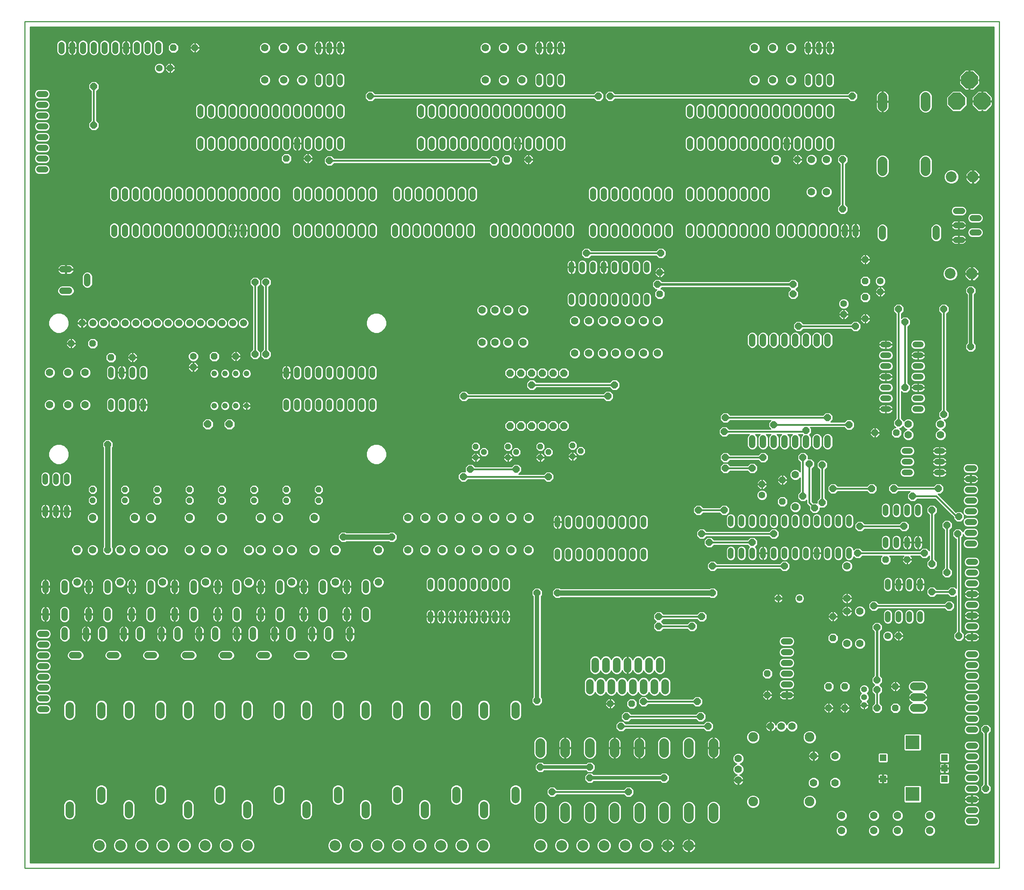
<source format=gbr>
G04 CAM350 V10.1.0 (Build 363) Date:  Fri Feb 19 12:51:18 2016 *
G04 Database: E:\my prjs\IO_Experiment_Faculta\Gerber\IO_Experiment_Board.cam *
G04 Layer 2: LC.gbr *
%FSLAX24Y24*%
%MOIN*%
%SFA1.000B1.000*%

%MIA0B0*%
%IPPOS*%
%ADD10C,0.01000*%
%ADD11C,0.05600*%
%ADD12C,0.05200*%
%ADD13C,0.07000*%
%ADD14P,0.05628X8X22.5*%
%ADD15C,0.06000*%
%ADD16C,0.06600*%
%ADD17P,0.06819X8X22.5*%
%ADD70P,0.07577X8X22.5*%
%ADD71C,0.06300*%
%ADD20C,0.05940*%
%ADD21C,0.05600*%
%ADD22C,0.07400*%
%ADD23C,0.09000*%
%ADD24C,0.05540*%
%ADD25C,0.07800*%
%ADD26C,0.10000*%
%ADD27C,0.09840*%
%ADD72P,0.17048X8X22.5*%
%ADD73C,0.07680*%
%ADD30P,0.10824X8X22.5*%
%ADD31C,0.05540*%
%ADD32C,0.06600*%
%ADD33C,0.08850*%
%ADD34C,0.07090*%
%ADD35R,0.05940X0.05940*%
%ADD36R,0.12660X0.12660*%
%ADD37P,0.07144X8X22.5*%
%ADD38P,0.06927X8X22.5*%
%ADD39C,0.03200*%
%ADD40C,0.02400*%
%ADD41C,0.04000*%
%ADD42C,0.01600*%
%ADD43C,0.05000*%
%LNLC.gbr*%
%LPD*%
G54D10*
X89740Y24516D03*
X91160Y24584D03*
X89740Y28516D03*
X91160Y28584D03*
X89740Y26516D03*
X91060Y39216D03*
X9252Y53679D03*
Y53778D03*
X10252D03*
Y53679D03*
X11252D03*
Y53778D03*
X12252D03*
Y53679D03*
X13252D03*
Y53778D03*
X14252D03*
Y53679D03*
X15252D03*
Y53778D03*
X16252D03*
Y53679D03*
X17252D03*
Y53778D03*
X18252D03*
Y53679D03*
X19252D03*
Y53778D03*
X20252D03*
Y53679D03*
X21252D03*
Y53778D03*
X22252D03*
Y53679D03*
X22784Y61640D03*
X21784D03*
X79684D03*
X78684D03*
X27716Y71160D03*
X48216D03*
X11884Y78640D03*
X11816Y80060D03*
X6884Y78640D03*
X6816Y80060D03*
X89740Y9416D03*
X91160Y9484D03*
X73960Y19184D03*
X75711Y14000D03*
X76250Y13539D03*
X50050Y44026D03*
Y44125D03*
Y44223D03*
Y44322D03*
X51050D03*
Y44223D03*
Y44125D03*
Y44026D03*
X52050D03*
Y44125D03*
Y44223D03*
Y44322D03*
X49050D03*
Y44223D03*
Y44125D03*
Y44026D03*
X48050D03*
Y44125D03*
Y44223D03*
Y44322D03*
Y48951D03*
Y49050D03*
Y49148D03*
Y49247D03*
X49050D03*
Y49148D03*
Y49050D03*
Y48951D03*
X50050D03*
Y49050D03*
Y49148D03*
Y49247D03*
X51050D03*
Y49148D03*
Y49050D03*
Y48951D03*
X52050D03*
Y49050D03*
Y49148D03*
Y49247D03*
G54D13*
X73650Y79350D03*
X71950D03*
X70250D03*
Y76350D03*
X71950D03*
X73650D03*
X75550Y68950D03*
X76950D03*
Y65950D03*
X75550D03*
X61250Y53950D03*
X59950D03*
X58650D03*
X57350D03*
X56150D03*
X54850D03*
X53550D03*
Y50950D03*
X54850D03*
X56150D03*
X57350D03*
X58650D03*
X59950D03*
X61250D03*
X48750Y51950D03*
X47350D03*
X46150D03*
X44950D03*
Y54950D03*
X46150D03*
X47350D03*
X48750D03*
X49250Y35650D03*
X47650D03*
X46050D03*
X44450D03*
X42850D03*
X41250D03*
X39650D03*
X38050D03*
Y32650D03*
X39650D03*
X41250D03*
X42850D03*
X44450D03*
X46050D03*
X47650D03*
X49250D03*
X35300D03*
Y29650D03*
X31300D03*
Y32650D03*
X29350D03*
X27250D03*
X25950D03*
X24350D03*
X23250D03*
X20750D03*
X19250D03*
X17750D03*
X15250D03*
X14150D03*
X12650D03*
X11300D03*
X8750D03*
X7300D03*
X8750Y35650D03*
X12650D03*
X14150D03*
X17750D03*
X20750D03*
X24350D03*
X25950D03*
X29350D03*
X27250Y29650D03*
X23250D03*
X19250D03*
X15250D03*
X11300D03*
X7300D03*
X8050Y46150D03*
X6450D03*
X4750D03*
Y49150D03*
X6450D03*
X8050D03*
X24750Y76350D03*
X26500D03*
X28200D03*
Y79350D03*
X26500D03*
X24750D03*
X45250D03*
X46950D03*
X48650D03*
Y76350D03*
X46950D03*
X45250D03*
X84550Y44350D03*
Y43350D03*
X87550D03*
Y44350D03*
X74050Y39650D03*
Y36650D03*
X78850Y31150D03*
Y28150D03*
Y26950D03*
X80050D03*
Y23950D03*
X78850D03*
X73750Y16250D03*
X72750D03*
X71750D03*
X68750Y13250D03*
Y12250D03*
Y11250D03*
X75750Y11000D03*
X77750D03*
Y13500D03*
X75750D03*
X78350Y7950D03*
Y6550D03*
X81350D03*
Y7950D03*
X83550D03*
Y6550D03*
X86550D03*
Y7950D03*
G54D14*
X53350Y41350D03*
X54100Y41850D03*
X53350Y42350D03*
X51100Y41750D03*
X50350Y42250D03*
Y41250D03*
X48100Y41750D03*
X47350Y42250D03*
Y41250D03*
X45100Y41750D03*
X44350Y41250D03*
Y42250D03*
X29750Y38250D03*
Y37250D03*
X26750D03*
Y38250D03*
X23750D03*
Y37250D03*
X20750D03*
Y38250D03*
X17750D03*
Y37250D03*
X14750D03*
Y38250D03*
X11750D03*
Y37250D03*
X8750D03*
Y38250D03*
G54D16*
X7752Y53752D03*
X8752D03*
X9752D03*
X10752D03*
X11752D03*
X12752D03*
X13752D03*
X14752D03*
X15752D03*
X16752D03*
X17752D03*
X18752D03*
X19752D03*
X20752D03*
X21752D03*
X22752D03*
G54D17*
X6750Y51850D03*
X8750D03*
X10450Y50550D03*
X12450D03*
X18100Y49650D03*
X20050Y50650D03*
X22050D03*
X26750Y69050D03*
X28750D03*
X18250Y79350D03*
X16250D03*
X15950Y77450D03*
X47250Y68950D03*
X49250D03*
X61450Y58450D03*
Y56450D03*
X72250Y68950D03*
X74250D03*
X80550Y59650D03*
Y57650D03*
Y56150D03*
X81950Y56650D03*
X80550Y54150D03*
X78550Y54550D03*
X81450Y43550D03*
X83450D03*
X72850Y39150D03*
X70950Y38750D03*
X72850Y37150D03*
X82450Y31750D03*
X84450D03*
X77550Y26450D03*
Y24450D03*
X77150Y19950D03*
X78650D03*
Y17950D03*
X77150D03*
X71450Y19150D03*
Y21150D03*
X83350Y19950D03*
Y17950D03*
X83650Y24650D03*
X58850Y18350D03*
X56850D03*
G54D12*
X23050Y46050D03*
X22050D03*
X21050D03*
X20050D03*
Y49050D03*
X21050D03*
X22050D03*
X23050D03*
G54D70*
X21450Y44350D03*
X19450D03*
G54D71*
X18100Y50650D03*
X14950Y77450D03*
X70950Y37750D03*
X82650Y24650D03*
X78550Y55550D03*
X81950Y57650D03*
G54D21*
X80450Y19686D03*
Y18950D03*
Y18214D03*
G54D23*
X75375Y15250D03*
X70125D03*
Y9250D03*
X75375D03*
G54D24*
X74434Y28150D03*
X72466D03*
G54D26*
X9360Y5160D03*
X11329D03*
X13297D03*
X15266D03*
X19203D03*
X21171D03*
X23140D03*
X31260D03*
X33229D03*
X35197D03*
X37166D03*
X41103D03*
X43071D03*
X45040D03*
X50360D03*
X52329D03*
X54297D03*
X56266D03*
X60203D03*
X62171D03*
X64140D03*
X88450Y58350D03*
X88550Y67350D03*
G54D27*
X58234Y5160D03*
X39134D03*
X17234D03*
G54D72*
X89050Y74380D03*
X91410D03*
X90230Y76350D03*
G54D73*
X90530D03*
X89930D03*
X89050Y74680D03*
Y74080D03*
X91410D03*
Y74680D03*
G54D30*
X90550Y67350D03*
X90450Y58350D03*
G54D35*
X82194Y13334D03*
Y11366D03*
X87903D03*
Y12350D03*
Y13334D03*
G54D36*
X84950Y14752D03*
Y9948D03*
G54D37*
X52550Y44189D03*
X51550D03*
X50550D03*
X49550D03*
X48550D03*
X47550D03*
Y49111D03*
X48550D03*
X49550D03*
X50550D03*
X51550D03*
X52550D03*
G54D38*
X49550Y48000D03*
X56650Y46950D03*
X57250Y48000D03*
X51100Y39450D03*
X48100Y40150D03*
X43850D03*
X43200Y39450D03*
X36550Y33850D03*
X32050D03*
X43250Y46950D03*
X54650Y60250D03*
X61550D03*
X61250Y57350D03*
X73850D03*
Y56450D03*
X74350Y53450D03*
X79650D03*
X83650Y55050D03*
X84250Y53850D03*
X87850Y55050D03*
X90350Y56750D03*
Y51550D03*
X84250Y47750D03*
X83650Y44450D03*
X87850Y45250D03*
X87350Y38350D03*
X86750Y36350D03*
X88150Y34950D03*
X89150Y34150D03*
X89250Y35750D03*
X86050Y32350D03*
X86750Y31350D03*
X88150Y30550D03*
X88650Y28750D03*
X88350Y27450D03*
X86750Y28750D03*
X89250Y24650D03*
X81650Y25450D03*
X81350Y27450D03*
X79850Y32350D03*
X80050Y34850D03*
X76550Y37050D03*
X75850Y36550D03*
X74750Y37650D03*
X77550Y38350D03*
X76550Y40550D03*
X75350Y40650D03*
X74750Y41250D03*
X75050Y43750D03*
X77050Y44950D03*
X79050Y44300D03*
X81150Y38350D03*
X83200D03*
X84950Y37650D03*
X84150Y34850D03*
X73050Y31150D03*
X72050Y34150D03*
X70050Y33350D03*
X66050D03*
X65350Y34150D03*
X65050Y36350D03*
X67450D03*
X67550Y40250D03*
Y41250D03*
X70050Y40250D03*
X71050Y41250D03*
X72050Y44300D03*
X67550Y44950D03*
X67450Y43650D03*
X66350Y31150D03*
Y28650D03*
X65350Y26450D03*
X64450Y25550D03*
X61350D03*
Y26450D03*
X59950Y18550D03*
X58350Y17150D03*
X57850Y16250D03*
X54950Y12450D03*
Y11450D03*
X58550Y10150D03*
X61850Y11450D03*
X65950Y16250D03*
X65250Y17150D03*
X64950Y18550D03*
X51950Y28650D03*
X50050D03*
Y18650D03*
X50350Y12450D03*
X51450Y10150D03*
X81650Y17950D03*
Y19650D03*
Y20550D03*
X91750Y15950D03*
Y10450D03*
X78450Y64350D03*
Y68950D03*
X79350Y74850D03*
X56850D03*
X55750D03*
X46050Y68850D03*
X34550Y74850D03*
X30750Y68850D03*
X24850Y57550D03*
X23850D03*
Y50850D03*
X24850D03*
X10150Y42450D03*
Y32650D03*
X8850Y72150D03*
Y75750D03*
G54D10*
X2450Y3050D02*
G01Y81790D01*
X93001*
Y3050*
X2450*
X2950Y3550D02*
G01Y81290D01*
X92501*
Y3550*
X2950*
Y3641D02*
G01X92501D01*
Y3740D02*
G01X2950D01*
Y3838D02*
G01X92501D01*
Y3937D02*
G01X2950D01*
Y4035D02*
G01X92501D01*
Y4134D02*
G01X2950D01*
Y4232D02*
G01X92501D01*
Y4331D02*
G01X2950D01*
Y4429D02*
G01X92501D01*
Y4528D02*
G01X64291D01*
X64267Y4521D02*
G01X64349Y4543D01*
X64428Y4576*
X64502Y4618*
X64569Y4670*
X64630Y4730*
X64681Y4798*
X64724Y4872*
X64757Y4950*
X64779Y5033*
X64789Y5110*
X64190*
Y5210*
X64789*
X64779Y5287*
X64757Y5369*
X64724Y5448*
X64681Y5522*
X64630Y5589*
X64569Y5650*
X64502Y5701*
X64428Y5744*
X64349Y5777*
X64267Y5799*
X64190Y5809*
Y5210*
X64090*
Y5809*
X64013Y5799*
X63930Y5777*
X63852Y5744*
X63778Y5701*
X63710Y5650*
X63650Y5589*
X63598Y5522*
X63556Y5448*
X63523Y5369*
X63501Y5287*
X63491Y5210*
X64090*
Y5110*
X64190*
Y4511*
X64267Y4521*
X64190Y4528D02*
G01X64090D01*
Y4511D02*
G01Y5110D01*
X63491*
X63501Y5033*
X63523Y4950*
X63556Y4872*
X63598Y4798*
X63650Y4730*
X63710Y4670*
X63778Y4618*
X63852Y4576*
X63930Y4543*
X64013Y4521*
X64090Y4511*
X63988Y4528D02*
G01X62323D01*
X62298Y4521D02*
G01X62381Y4543D01*
X62459Y4576*
X62533Y4618*
X62601Y4670*
X62661Y4730*
X62713Y4798*
X62755Y4872*
X62788Y4950*
X62810Y5033*
X62820Y5110*
X62221*
Y4511*
X62298Y4521*
X62221Y4528D02*
G01X62121D01*
Y4511D02*
G01Y5110D01*
X61522*
X61532Y5033*
X61554Y4950*
X61587Y4872*
X61630Y4798*
X61682Y4730*
X61742Y4670*
X61809Y4618*
X61883Y4576*
X61962Y4543*
X62044Y4521*
X62121Y4511*
X62020Y4528D02*
G01X60427D01*
X60336Y4490D02*
G01X60582Y4592D01*
X60771Y4780*
X60873Y5027*
Y5293*
X60771Y5539*
X60582Y5728*
X60336Y5830*
X60069*
X59823Y5728*
X59635Y5539*
X59533Y5293*
Y5027*
X59635Y4780*
X59823Y4592*
X60069Y4490*
X60336*
X60616Y4626D02*
G01X61799D01*
X61687Y4725D02*
G01X60715D01*
X60788Y4823D02*
G01X61615D01*
X61566Y4922D02*
G01X60829D01*
X60870Y5020D02*
G01X61536D01*
X61522Y5210D02*
G01X62121D01*
Y5110*
X62221*
Y5210*
X62121*
Y5809*
X62044Y5799*
X61962Y5777*
X61883Y5744*
X61809Y5701*
X61742Y5650*
X61682Y5589*
X61630Y5522*
X61587Y5448*
X61554Y5369*
X61532Y5287*
X61522Y5210*
X61523Y5217D02*
G01X60873D01*
Y5119D02*
G01X62121D01*
Y5217D02*
G01X62221D01*
Y5210D02*
G01Y5809D01*
X62298Y5799*
X62381Y5777*
X62459Y5744*
X62533Y5701*
X62601Y5650*
X62661Y5589*
X62713Y5522*
X62755Y5448*
X62788Y5369*
X62810Y5287*
X62820Y5210*
X62221*
Y5119D02*
G01X64090D01*
Y5217D02*
G01X64190D01*
Y5119D02*
G01X92501D01*
Y5217D02*
G01X64788D01*
X64771Y5316D02*
G01X92501D01*
Y5414D02*
G01X64738D01*
X64687Y5513D02*
G01X92501D01*
Y5611D02*
G01X64608D01*
X64488Y5710D02*
G01X92501D01*
Y5808D02*
G01X64196D01*
X64190D02*
G01X64090D01*
X64083D02*
G01X62228D01*
X62221D02*
G01X62121D01*
X62115D02*
G01X60389D01*
X60601Y5710D02*
G01X61823D01*
X61703Y5611D02*
G01X60699D01*
X60782Y5513D02*
G01X61624D01*
X61573Y5414D02*
G01X60823D01*
X60863Y5316D02*
G01X61540D01*
X62121D02*
G01X62221D01*
Y5414D02*
G01X62121D01*
Y5513D02*
G01X62221D01*
Y5611D02*
G01X62121D01*
Y5710D02*
G01X62221D01*
X62519D02*
G01X63792D01*
X63672Y5611D02*
G01X62639D01*
X62718Y5513D02*
G01X63593D01*
X63541Y5414D02*
G01X62770D01*
X62802Y5316D02*
G01X63509D01*
X63492Y5217D02*
G01X62819D01*
X62807Y5020D02*
G01X63504D01*
X63535Y4922D02*
G01X62776D01*
X62727Y4823D02*
G01X63584D01*
X63656Y4725D02*
G01X62655D01*
X62543Y4626D02*
G01X63768D01*
X64090D02*
G01X64190D01*
Y4725D02*
G01X64090D01*
Y4823D02*
G01X64190D01*
Y4922D02*
G01X64090D01*
Y5020D02*
G01X64190D01*
Y5316D02*
G01X64090D01*
Y5414D02*
G01X64190D01*
Y5513D02*
G01X64090D01*
Y5611D02*
G01X64190D01*
Y5710D02*
G01X64090D01*
X64775Y5020D02*
G01X92501D01*
Y4922D02*
G01X64745D01*
X64696Y4823D02*
G01X92501D01*
Y4725D02*
G01X64624D01*
X64512Y4626D02*
G01X92501D01*
Y5907D02*
G01X2950D01*
Y6005D02*
G01X92501D01*
Y6104D02*
G01X86831D01*
X86845Y6109D02*
G01X86991Y6255D01*
X87070Y6447*
Y6653*
X86991Y6845*
X86845Y6991*
X86653Y7070*
X86447*
X86255Y6991*
X86109Y6845*
X86030Y6653*
Y6447*
X86109Y6255*
X86255Y6109*
X86447Y6030*
X86653*
X86845Y6109*
X86937Y6202D02*
G01X92501D01*
Y6301D02*
G01X87010D01*
X87050Y6399D02*
G01X92501D01*
Y6498D02*
G01X87070D01*
Y6596D02*
G01X92501D01*
Y6695D02*
G01X87053D01*
X87012Y6793D02*
G01X92501D01*
Y6892D02*
G01X86944D01*
X86845Y6990D02*
G01X92501D01*
Y7089D02*
G01X91005D01*
X90985Y7069D02*
G01X91111Y7195D01*
X91180Y7360*
Y7540*
X91111Y7705*
X90985Y7831*
X90820Y7900*
X90080*
X89915Y7831*
X89789Y7705*
X89720Y7540*
Y7360*
X89789Y7195*
X89915Y7069*
X90080Y7000*
X90820*
X90985Y7069*
X91103Y7187D02*
G01X92501D01*
Y7286D02*
G01X91149D01*
X91180Y7384D02*
G01X92501D01*
Y7483D02*
G01X91180D01*
X91163Y7581D02*
G01X92501D01*
Y7680D02*
G01X91122D01*
X91038Y7778D02*
G01X92501D01*
Y7877D02*
G01X90876D01*
X90820Y8000D02*
G01X90985Y8069D01*
X91111Y8195*
X91180Y8360*
Y8540*
X91111Y8705*
X90985Y8831*
X90820Y8900*
X90080*
X89915Y8831*
X89789Y8705*
X89720Y8540*
Y8360*
X89789Y8195*
X89915Y8069*
X90080Y8000*
X90820*
X90990Y8074D02*
G01X92501D01*
Y8172D02*
G01X91088D01*
X91143Y8271D02*
G01X92501D01*
Y8369D02*
G01X91180D01*
Y8468D02*
G01X92501D01*
Y8566D02*
G01X91169D01*
X91128Y8665D02*
G01X92501D01*
Y8763D02*
G01X91053D01*
X90912Y8862D02*
G01X92501D01*
Y8960D02*
G01X75926D01*
X75901Y8899D02*
G01X75995Y9127D01*
Y9373*
X75901Y9601*
X75726Y9776*
X75498Y9870*
X75252*
X75024Y9776*
X74849Y9601*
X74755Y9373*
Y9127*
X74849Y8899*
X75024Y8724*
X75252Y8630*
X75498*
X75726Y8724*
X75901Y8899*
X75863Y8862D02*
G01X89988D01*
X89847Y8763D02*
G01X75765D01*
X75582Y8665D02*
G01X89772D01*
X89731Y8566D02*
G01X67062D01*
Y8468D02*
G01X78241D01*
X78247Y8470D02*
G01X78055Y8391D01*
X77909Y8245*
X77830Y8053*
Y7847*
X77909Y7655*
X78055Y7509*
X78247Y7430*
X78453*
X78645Y7509*
X78791Y7655*
X78870Y7847*
Y8053*
X78791Y8245*
X78645Y8391*
X78453Y8470*
X78247*
X78459Y8468D02*
G01X81241D01*
X81247Y8470D02*
G01X81055Y8391D01*
X80909Y8245*
X80830Y8053*
Y7847*
X80909Y7655*
X81055Y7509*
X81247Y7430*
X81453*
X81645Y7509*
X81791Y7655*
X81870Y7847*
Y8053*
X81791Y8245*
X81645Y8391*
X81453Y8470*
X81247*
X81459Y8468D02*
G01X83441D01*
X83447Y8470D02*
G01X83255Y8391D01*
X83109Y8245*
X83030Y8053*
Y7847*
X83109Y7655*
X83255Y7509*
X83447Y7430*
X83653*
X83845Y7509*
X83991Y7655*
X84070Y7847*
Y8053*
X83991Y8245*
X83845Y8391*
X83653Y8470*
X83447*
X83659Y8468D02*
G01X86441D01*
X86447Y8470D02*
G01X86255Y8391D01*
X86109Y8245*
X86030Y8053*
Y7847*
X86109Y7655*
X86255Y7509*
X86447Y7430*
X86653*
X86845Y7509*
X86991Y7655*
X87070Y7847*
Y8053*
X86991Y8245*
X86845Y8391*
X86653Y8470*
X86447*
X86659Y8468D02*
G01X89720D01*
Y8369D02*
G01X86866D01*
X86965Y8271D02*
G01X89757D01*
X89812Y8172D02*
G01X87021D01*
X87062Y8074D02*
G01X89910D01*
X90024Y7877D02*
G01X87070D01*
Y7975D02*
G01X92501D01*
Y9059D02*
G01X90909D01*
X90895Y9052D02*
G01X90955Y9082D01*
X91010Y9122*
X91058Y9170*
X91098Y9225*
X91128Y9285*
X91149Y9349*
X91160Y9416*
X90484*
Y9020*
X90764*
X90831Y9031*
X90895Y9052*
X91045Y9157D02*
G01X92501D01*
Y9256D02*
G01X91114D01*
X91150Y9354D02*
G01X92501D01*
Y9453D02*
G01X90484D01*
Y9484D02*
G01X91160D01*
X91149Y9551*
X92501*
Y9650D02*
G01X91111D01*
X91098Y9675D02*
G01X91058Y9730D01*
X91010Y9778*
X90955Y9818*
X90895Y9848*
X90831Y9869*
X90764Y9880*
X90484*
Y9484*
X90416*
Y9416*
X90484*
Y9484*
Y9551D02*
G01X90416D01*
Y9484D02*
G01Y9880D01*
X90136*
X90069Y9869*
X90005Y9848*
X89945Y9818*
X89890Y9778*
X89842Y9730*
X89802Y9675*
X89772Y9615*
X89751Y9551*
X85753*
Y9453D02*
G01X90416D01*
Y9484D02*
G01X89740D01*
X89751Y9551*
X89789Y9650D02*
G01X85753D01*
Y9748D02*
G01X89860D01*
X90001Y9847D02*
G01X85753D01*
Y9945D02*
G01X92501D01*
Y9847D02*
G01X90899D01*
X91040Y9748D02*
G01X92501D01*
Y10044D02*
G01X92036D01*
X91953Y9960D02*
G01X92240Y10247D01*
Y10653*
X92040Y10853*
Y15547*
X92240Y15747*
Y16153*
X91953Y16440*
X91547*
X91260Y16153*
Y15747*
X91460Y15547*
Y10853*
X91260Y10653*
Y10247*
X91547Y9960*
X91953*
X92135Y10142D02*
G01X92501D01*
Y10241D02*
G01X92233D01*
X92240Y10339D02*
G01X92501D01*
Y10438D02*
G01X92240D01*
Y10536D02*
G01X92501D01*
Y10635D02*
G01X92240D01*
X92160Y10733D02*
G01X92501D01*
Y10832D02*
G01X92061D01*
X92040Y10930D02*
G01X92501D01*
Y11029D02*
G01X92040D01*
Y11127D02*
G01X92501D01*
Y11226D02*
G01X92040D01*
Y11324D02*
G01X92501D01*
Y11423D02*
G01X92040D01*
Y11521D02*
G01X92501D01*
Y11620D02*
G01X92040D01*
Y11718D02*
G01X92501D01*
Y11817D02*
G01X92040D01*
Y11915D02*
G01X92501D01*
Y12014D02*
G01X92040D01*
Y12112D02*
G01X92501D01*
Y12211D02*
G01X92040D01*
Y12309D02*
G01X92501D01*
Y12408D02*
G01X92040D01*
Y12506D02*
G01X92501D01*
Y12605D02*
G01X92040D01*
Y12703D02*
G01X92501D01*
Y12802D02*
G01X92040D01*
Y12900D02*
G01X92501D01*
Y12999D02*
G01X92040D01*
Y13097D02*
G01X92501D01*
Y13196D02*
G01X92040D01*
Y13294D02*
G01X92501D01*
Y13393D02*
G01X92040D01*
Y13491D02*
G01X92501D01*
Y13590D02*
G01X92040D01*
Y13688D02*
G01X92501D01*
Y13787D02*
G01X92040D01*
Y13885D02*
G01X92501D01*
Y13984D02*
G01X92040D01*
Y14082D02*
G01X92501D01*
Y14181D02*
G01X92040D01*
Y14279D02*
G01X92501D01*
Y14378D02*
G01X92040D01*
Y14476D02*
G01X92501D01*
Y14575D02*
G01X92040D01*
Y14673D02*
G01X92501D01*
Y14772D02*
G01X92040D01*
Y14870D02*
G01X92501D01*
Y14969D02*
G01X92040D01*
Y15067D02*
G01X92501D01*
Y15166D02*
G01X92040D01*
Y15264D02*
G01X92501D01*
Y15363D02*
G01X92040D01*
Y15461D02*
G01X92501D01*
Y15560D02*
G01X92052D01*
X92151Y15658D02*
G01X92501D01*
Y15757D02*
G01X92240D01*
Y15855D02*
G01X92501D01*
Y15954D02*
G01X92240D01*
Y16052D02*
G01X92501D01*
Y16151D02*
G01X92240D01*
X92144Y16249D02*
G01X92501D01*
Y16348D02*
G01X92045D01*
X92501Y16446D02*
G01X74232D01*
X74270Y16353D02*
G01X74191Y16545D01*
X74045Y16691*
X73853Y16770*
X73647*
X73455Y16691*
X73309Y16545*
X73250Y16402*
X73191Y16545*
X73045Y16691*
X72853Y16770*
X72647*
X72455Y16691*
X72309Y16545*
X72237Y16370*
X72213Y16442*
X72178Y16512*
X72131Y16576*
X72076Y16631*
X72012Y16678*
X71942Y16713*
X71867Y16738*
X71789Y16750*
X71788*
Y16288*
X71712*
Y16750*
X71711*
X71633Y16738*
X71558Y16713*
X71488Y16678*
X71424Y16631*
X71369Y16576*
X71322Y16512*
X71287Y16442*
X71262Y16367*
X71250Y16289*
Y16288*
X71712*
Y16212*
X71250*
Y16211*
X71262Y16133*
X71287Y16058*
X71322Y15988*
X71369Y15924*
X71424Y15869*
X71488Y15822*
X71558Y15787*
X71633Y15762*
X71711Y15750*
X71712*
Y16212*
X71788*
Y15750*
X71789*
X71867Y15762*
X71942Y15787*
X72012Y15822*
X72076Y15869*
X72131Y15924*
X72178Y15988*
X72213Y16058*
X72237Y16130*
X72309Y15955*
X72455Y15809*
X72647Y15730*
X72853*
X73045Y15809*
X73191Y15955*
X73250Y16098*
X73309Y15955*
X73455Y15809*
X73647Y15730*
X73853*
X74045Y15809*
X74191Y15955*
X74270Y16147*
Y16353*
Y16348D02*
G01X89954D01*
X89915Y16331D02*
G01X89789Y16205D01*
X89720Y16040*
Y15860*
X89789Y15695*
X89915Y15569*
X90080Y15500*
X90820*
X90985Y15569*
X91111Y15695*
X91180Y15860*
Y16040*
X91111Y16205*
X90985Y16331*
X90820Y16400*
X90080*
X89915Y16331*
X89833Y16249D02*
G01X74270D01*
Y16151D02*
G01X89766D01*
X89725Y16052D02*
G01X74231D01*
X74189Y15954D02*
G01X89720D01*
X89722Y15855D02*
G01X75534D01*
X75498Y15870D02*
G01X75252D01*
X75024Y15776*
X74849Y15601*
X74755Y15373*
Y15127*
X74849Y14899*
X75024Y14724*
X75252Y14630*
X75498*
X75726Y14724*
X75901Y14899*
X75995Y15127*
Y15373*
X75901Y15601*
X75726Y15776*
X75498Y15870*
X75745Y15757D02*
G01X89763D01*
X89826Y15658D02*
G01X75844D01*
X75918Y15560D02*
G01X89937D01*
X90080Y14900D02*
G01X89915Y14831D01*
X89789Y14705*
X89720Y14540*
Y14360*
X89789Y14195*
X89915Y14069*
X90080Y14000*
X90820*
X90985Y14069*
X91111Y14195*
X91180Y14360*
Y14540*
X91111Y14705*
X90985Y14831*
X90820Y14900*
X90080*
X90008Y14870D02*
G01X85753D01*
Y14772D02*
G01X89855D01*
X89775Y14673D02*
G01X85753D01*
Y14575D02*
G01X89735D01*
X89720Y14476D02*
G01X85753D01*
Y14378D02*
G01X89720D01*
X89754Y14279D02*
G01X85753D01*
Y14181D02*
G01X89803D01*
X89902Y14082D02*
G01X85753D01*
Y14048D02*
G01Y15455D01*
X85653Y15555*
X84247*
X84147Y15455*
Y14048*
X84247Y13949*
X85653*
X85753Y14048*
X85689Y13984D02*
G01X91460D01*
Y14082D02*
G01X90998D01*
X91097Y14181D02*
G01X91460D01*
Y14279D02*
G01X91146D01*
X91180Y14378D02*
G01X91460D01*
Y14476D02*
G01X91180D01*
X91165Y14575D02*
G01X91460D01*
Y14673D02*
G01X91125D01*
X91045Y14772D02*
G01X91460D01*
Y14870D02*
G01X90892D01*
X91460Y14969D02*
G01X85753D01*
Y15067D02*
G01X91460D01*
Y15166D02*
G01X85753D01*
Y15264D02*
G01X91460D01*
Y15363D02*
G01X85753D01*
X85747Y15461D02*
G01X91460D01*
X91448Y15560D02*
G01X90963D01*
X91074Y15658D02*
G01X91349D01*
X91260Y15757D02*
G01X91137D01*
X91178Y15855D02*
G01X91260D01*
Y15954D02*
G01X91180D01*
X91175Y16052D02*
G01X91260D01*
Y16151D02*
G01X91134D01*
X91067Y16249D02*
G01X91356D01*
X91455Y16348D02*
G01X90946D01*
X90927Y16545D02*
G01X92501D01*
Y16643D02*
G01X91059D01*
X91111Y16695D02*
G01X91180Y16860D01*
Y17040*
X91111Y17205*
X90985Y17331*
X90820Y17400*
X90080*
X89915Y17331*
X89789Y17205*
X89720Y17040*
Y16860*
X89789Y16695*
X89915Y16569*
X90080Y16500*
X90820*
X90985Y16569*
X91111Y16695*
X91131Y16742D02*
G01X92501D01*
Y16840D02*
G01X91172D01*
X91180Y16939D02*
G01X92501D01*
Y17037D02*
G01X91180D01*
X91140Y17136D02*
G01X92501D01*
Y17234D02*
G01X91082D01*
X90982Y17333D02*
G01X92501D01*
Y17431D02*
G01X85978D01*
X85927Y17410D02*
G01X86126Y17492D01*
X86278Y17644*
X86360Y17843*
Y18057*
X86278Y18256*
X86126Y18408*
X85998Y18461*
X86020Y18468*
X86093Y18505*
X86159Y18553*
X86217Y18611*
X86265Y18677*
X86302Y18750*
X86327Y18828*
X86339Y18900*
X85500*
Y19000*
X86339*
X86327Y19072*
X86302Y19150*
X86265Y19223*
X86217Y19289*
X86159Y19347*
X86093Y19395*
X86020Y19432*
X85998Y19439*
X86126Y19492*
X86278Y19644*
X86360Y19843*
Y20057*
X86278Y20256*
X86126Y20408*
X85927Y20490*
X84973*
X84774Y20408*
X84622Y20256*
X84540Y20057*
Y19843*
X84622Y19644*
X84774Y19492*
X84902Y19439*
X84880Y19432*
X84807Y19395*
X84741Y19347*
X84683Y19289*
X84635Y19223*
X84598Y19150*
X84573Y19072*
X84561Y19000*
X85400*
Y18900*
X84561*
X84573Y18828*
X84598Y18750*
X84635Y18677*
X84683Y18611*
X84741Y18553*
X84807Y18505*
X84880Y18468*
X84902Y18461*
X84774Y18408*
X84622Y18256*
X84540Y18057*
Y17843*
X84622Y17644*
X84774Y17492*
X84973Y17410*
X85927*
X86163Y17530D02*
G01X90009D01*
X90080Y17500D02*
G01X90820D01*
X90985Y17569*
X91111Y17695*
X91180Y17860*
Y18040*
X91111Y18205*
X90985Y18331*
X90820Y18400*
X90080*
X89915Y18331*
X89789Y18205*
X89720Y18040*
Y17860*
X89789Y17695*
X89915Y17569*
X90080Y17500*
X89918Y17333D02*
G01X65740D01*
Y17353D02*
G01X65453Y17640D01*
X65047*
X64807Y17400*
X58793*
X58553Y17640*
X58147*
X57860Y17353*
Y16947*
X58147Y16660*
X58553*
X58793Y16900*
X64807*
X65047Y16660*
X65453*
X65740Y16947*
Y17353*
X65662Y17431D02*
G01X84922D01*
X84737Y17530D02*
G01X83615D01*
X83551Y17465D02*
G01X83835Y17749D01*
Y18151*
X83551Y18435*
X83149*
X82865Y18151*
Y17749*
X83149Y17465*
X83551*
X83714Y17628D02*
G01X84638D01*
X84588Y17727D02*
G01X83812D01*
X83835Y17825D02*
G01X84547D01*
X84540Y17924D02*
G01X83835D01*
Y18022D02*
G01X84540D01*
X84566Y18121D02*
G01X83835D01*
X83767Y18219D02*
G01X84607D01*
X84684Y18318D02*
G01X83668D01*
X83570Y18416D02*
G01X84794D01*
X84795Y18515D02*
G01X81900D01*
Y18613D02*
G01X84682D01*
X84618Y18712D02*
G01X81900D01*
Y18810D02*
G01X84579D01*
X84563Y19007D02*
G01X81900D01*
Y18909D02*
G01X85400D01*
X85500D02*
G01X89720D01*
Y18860D02*
G01X89789Y18695D01*
X89915Y18569*
X90080Y18500*
X90820*
X90985Y18569*
X91111Y18695*
X91180Y18860*
Y19040*
X91111Y19205*
X90985Y19331*
X90820Y19400*
X90080*
X89915Y19331*
X89789Y19205*
X89720Y19040*
Y18860*
X89741Y18810D02*
G01X86321D01*
X86282Y18712D02*
G01X89782D01*
X89871Y18613D02*
G01X86218D01*
X86105Y18515D02*
G01X90045D01*
X89901Y18318D02*
G01X86216D01*
X86293Y18219D02*
G01X89803D01*
X89754Y18121D02*
G01X86334D01*
X86360Y18022D02*
G01X89720D01*
Y17924D02*
G01X86360D01*
X86353Y17825D02*
G01X89735D01*
X89775Y17727D02*
G01X86312D01*
X86262Y17628D02*
G01X89856D01*
X89818Y17234D02*
G01X65740D01*
Y17136D02*
G01X89760D01*
X89720Y17037D02*
G01X65740D01*
X65731Y16939D02*
G01X89720D01*
X89728Y16840D02*
G01X65633D01*
X65534Y16742D02*
G01X71657D01*
X71712D02*
G01X71788D01*
X71843D02*
G01X72578D01*
X72408Y16643D02*
G01X72060D01*
X72154Y16545D02*
G01X72309D01*
X72268Y16446D02*
G01X72211D01*
X72210Y16052D02*
G01X72269D01*
X72311Y15954D02*
G01X72153D01*
X72057Y15855D02*
G01X72410D01*
X72583Y15757D02*
G01X71831D01*
X71788D02*
G01X71712D01*
X71669D02*
G01X70495D01*
X70476Y15776D02*
G01X70248Y15870D01*
X70002*
X69774Y15776*
X69599Y15601*
X69505Y15373*
Y15127*
X69599Y14899*
X69774Y14724*
X70002Y14630*
X70248*
X70476Y14724*
X70651Y14899*
X70745Y15127*
Y15373*
X70651Y15601*
X70476Y15776*
X70594Y15658D02*
G01X74906D01*
X74832Y15560D02*
G01X70668D01*
X70709Y15461D02*
G01X74791D01*
X74755Y15363D02*
G01X70745D01*
Y15264D02*
G01X74755D01*
Y15166D02*
G01X70745D01*
X70720Y15067D02*
G01X74780D01*
X74821Y14969D02*
G01X70679D01*
X70622Y14870D02*
G01X74878D01*
X74977Y14772D02*
G01X70523D01*
X70352Y14673D02*
G01X75148D01*
X75602D02*
G01X84147D01*
Y14575D02*
G01X67042D01*
Y14673D02*
G01X69898D01*
X69727Y14772D02*
G01X67037D01*
X67042Y14739D02*
G01X67028Y14831D01*
X66999Y14920*
X66957Y15003*
X66902Y15078*
X66836Y15144*
X66761Y15199*
X66677Y15242*
X66589Y15270*
X66500Y15284*
Y14300*
X67042*
Y14739*
X67015Y14870D02*
G01X69628D01*
X69571Y14969D02*
G01X66974D01*
X66910Y15067D02*
G01X69530D01*
X69505Y15166D02*
G01X66807D01*
X66608Y15264D02*
G01X69505D01*
Y15363D02*
G01X2950D01*
Y15461D02*
G01X69541D01*
X69582Y15560D02*
G01X2950D01*
Y15658D02*
G01X69656D01*
X69755Y15757D02*
G01X2950D01*
Y15855D02*
G01X57552D01*
X57647Y15760D02*
G01X58053D01*
X58293Y16000*
X65507*
X65747Y15760*
X66153*
X66440Y16047*
Y16453*
X66153Y16740*
X65747*
X65507Y16500*
X58293*
X58053Y16740*
X57647*
X57360Y16453*
Y16047*
X57647Y15760*
X57454Y15954D02*
G01X2950D01*
Y16052D02*
G01X57360D01*
Y16151D02*
G01X2950D01*
Y16249D02*
G01X57360D01*
Y16348D02*
G01X2950D01*
Y16446D02*
G01X57360D01*
X57452Y16545D02*
G01X2950D01*
Y16643D02*
G01X57550D01*
X57869Y16939D02*
G01X48420D01*
X48367Y16885D02*
G01X48525Y17043D01*
X48610Y17249*
Y18251*
X48525Y18457*
X48367Y18615*
X48161Y18700*
X47939*
X47733Y18615*
X47575Y18457*
X47490Y18251*
Y17249*
X47575Y17043*
X47733Y16885*
X47939Y16800*
X48161*
X48367Y16885*
X48258Y16840D02*
G01X57967D01*
X58066Y16742D02*
G01X2950D01*
Y16840D02*
G01X6392D01*
X6489Y16800D02*
G01X6711D01*
X6917Y16885*
X7075Y17043*
X7160Y17249*
Y18251*
X7075Y18457*
X6917Y18615*
X6711Y18700*
X6489*
X6283Y18615*
X6125Y18457*
X6040Y18251*
Y17249*
X6125Y17043*
X6283Y16885*
X6489Y16800*
X6230Y16939D02*
G01X2950D01*
Y17037D02*
G01X6131D01*
X6087Y17136D02*
G01X2950D01*
Y17234D02*
G01X6046D01*
X6040Y17333D02*
G01X2950D01*
Y17431D02*
G01X3706D01*
X3780Y17400D02*
G01X4520D01*
X4685Y17469*
X4811Y17595*
X4880Y17760*
Y17940*
X4811Y18105*
X4685Y18231*
X4520Y18300*
X3780*
X3615Y18231*
X3489Y18105*
X3420Y17940*
Y17760*
X3489Y17595*
X3615Y17469*
X3780Y17400*
X3554Y17530D02*
G01X2950D01*
Y17628D02*
G01X3475D01*
X3434Y17727D02*
G01X2950D01*
Y17825D02*
G01X3420D01*
Y17924D02*
G01X2950D01*
Y18022D02*
G01X3454D01*
X3504Y18121D02*
G01X2950D01*
Y18219D02*
G01X3603D01*
X3742Y18416D02*
G01X2950D01*
Y18318D02*
G01X6067D01*
X6040Y18219D02*
G01X4697D01*
X4796Y18121D02*
G01X6040D01*
Y18022D02*
G01X4846D01*
X4880Y17924D02*
G01X6040D01*
Y17825D02*
G01X4880D01*
X4866Y17727D02*
G01X6040D01*
Y17628D02*
G01X4825D01*
X4746Y17530D02*
G01X6040D01*
Y17431D02*
G01X4594D01*
X4520Y18400D02*
G01X3780D01*
X3615Y18469*
X3489Y18595*
X3420Y18760*
Y18940*
X3489Y19105*
X3615Y19231*
X3780Y19300*
X4520*
X4685Y19231*
X4811Y19105*
X4880Y18940*
Y18760*
X4811Y18595*
X4685Y18469*
X4520Y18400*
X4558Y18416D02*
G01X6108D01*
X6183Y18515D02*
G01X4731D01*
X4819Y18613D02*
G01X6281D01*
X6919D02*
G01X9231D01*
X9233Y18615D02*
G01X9075Y18457D01*
X8990Y18251*
Y17249*
X9075Y17043*
X9233Y16885*
X9439Y16800*
X9661*
X9867Y16885*
X10025Y17043*
X10110Y17249*
Y18251*
X10025Y18457*
X9867Y18615*
X9661Y18700*
X9439*
X9233Y18615*
X9133Y18515D02*
G01X7017D01*
X7092Y18416D02*
G01X9058D01*
X9017Y18318D02*
G01X7133D01*
X7160Y18219D02*
G01X8990D01*
Y18121D02*
G01X7160D01*
Y18022D02*
G01X8990D01*
Y17924D02*
G01X7160D01*
Y17825D02*
G01X8990D01*
Y17727D02*
G01X7160D01*
Y17628D02*
G01X8990D01*
Y17530D02*
G01X7160D01*
Y17431D02*
G01X8990D01*
Y17333D02*
G01X7160D01*
X7154Y17234D02*
G01X8996D01*
X9037Y17136D02*
G01X7113D01*
X7069Y17037D02*
G01X9081D01*
X9180Y16939D02*
G01X6970D01*
X6808Y16840D02*
G01X9342D01*
X9758D02*
G01X11892D01*
X11989Y16800D02*
G01X12211D01*
X12417Y16885*
X12575Y17043*
X12660Y17249*
Y18251*
X12575Y18457*
X12417Y18615*
X12211Y18700*
X11989*
X11783Y18615*
X11625Y18457*
X11540Y18251*
Y17249*
X11625Y17043*
X11783Y16885*
X11989Y16800*
X11730Y16939D02*
G01X9920D01*
X10019Y17037D02*
G01X11631D01*
X11587Y17136D02*
G01X10063D01*
X10104Y17234D02*
G01X11546D01*
X11540Y17333D02*
G01X10110D01*
Y17431D02*
G01X11540D01*
Y17530D02*
G01X10110D01*
Y17628D02*
G01X11540D01*
Y17727D02*
G01X10110D01*
Y17825D02*
G01X11540D01*
Y17924D02*
G01X10110D01*
Y18022D02*
G01X11540D01*
Y18121D02*
G01X10110D01*
Y18219D02*
G01X11540D01*
X11567Y18318D02*
G01X10083D01*
X10042Y18416D02*
G01X11608D01*
X11683Y18515D02*
G01X9967D01*
X9869Y18613D02*
G01X11781D01*
X12419D02*
G01X14731D01*
X14733Y18615D02*
G01X14575Y18457D01*
X14490Y18251*
Y17249*
X14575Y17043*
X14733Y16885*
X14939Y16800*
X15161*
X15367Y16885*
X15525Y17043*
X15610Y17249*
Y18251*
X15525Y18457*
X15367Y18615*
X15161Y18700*
X14939*
X14733Y18615*
X14633Y18515D02*
G01X12517D01*
X12592Y18416D02*
G01X14558D01*
X14517Y18318D02*
G01X12633D01*
X12660Y18219D02*
G01X14490D01*
Y18121D02*
G01X12660D01*
Y18022D02*
G01X14490D01*
Y17924D02*
G01X12660D01*
Y17825D02*
G01X14490D01*
Y17727D02*
G01X12660D01*
Y17628D02*
G01X14490D01*
Y17530D02*
G01X12660D01*
Y17431D02*
G01X14490D01*
Y17333D02*
G01X12660D01*
X12654Y17234D02*
G01X14496D01*
X14537Y17136D02*
G01X12613D01*
X12569Y17037D02*
G01X14581D01*
X14680Y16939D02*
G01X12470D01*
X12308Y16840D02*
G01X14842D01*
X15258D02*
G01X17392D01*
X17489Y16800D02*
G01X17711D01*
X17917Y16885*
X18075Y17043*
X18160Y17249*
Y18251*
X18075Y18457*
X17917Y18615*
X17711Y18700*
X17489*
X17283Y18615*
X17125Y18457*
X17040Y18251*
Y17249*
X17125Y17043*
X17283Y16885*
X17489Y16800*
X17230Y16939D02*
G01X15420D01*
X15519Y17037D02*
G01X17131D01*
X17087Y17136D02*
G01X15563D01*
X15604Y17234D02*
G01X17046D01*
X17040Y17333D02*
G01X15610D01*
Y17431D02*
G01X17040D01*
Y17530D02*
G01X15610D01*
Y17628D02*
G01X17040D01*
Y17727D02*
G01X15610D01*
Y17825D02*
G01X17040D01*
Y17924D02*
G01X15610D01*
Y18022D02*
G01X17040D01*
Y18121D02*
G01X15610D01*
Y18219D02*
G01X17040D01*
X17067Y18318D02*
G01X15583D01*
X15542Y18416D02*
G01X17108D01*
X17183Y18515D02*
G01X15467D01*
X15369Y18613D02*
G01X17281D01*
X17919D02*
G01X20231D01*
X20233Y18615D02*
G01X20075Y18457D01*
X19990Y18251*
Y17249*
X20075Y17043*
X20233Y16885*
X20439Y16800*
X20661*
X20867Y16885*
X21025Y17043*
X21110Y17249*
Y18251*
X21025Y18457*
X20867Y18615*
X20661Y18700*
X20439*
X20233Y18615*
X20133Y18515D02*
G01X18017D01*
X18092Y18416D02*
G01X20058D01*
X20017Y18318D02*
G01X18133D01*
X18160Y18219D02*
G01X19990D01*
Y18121D02*
G01X18160D01*
Y18022D02*
G01X19990D01*
Y17924D02*
G01X18160D01*
Y17825D02*
G01X19990D01*
Y17727D02*
G01X18160D01*
Y17628D02*
G01X19990D01*
Y17530D02*
G01X18160D01*
Y17431D02*
G01X19990D01*
Y17333D02*
G01X18160D01*
X18154Y17234D02*
G01X19996D01*
X20037Y17136D02*
G01X18113D01*
X18069Y17037D02*
G01X20081D01*
X20180Y16939D02*
G01X17970D01*
X17808Y16840D02*
G01X20342D01*
X20758D02*
G01X22892D01*
X22989Y16800D02*
G01X23211D01*
X23417Y16885*
X23575Y17043*
X23660Y17249*
Y18251*
X23575Y18457*
X23417Y18615*
X23211Y18700*
X22989*
X22783Y18615*
X22625Y18457*
X22540Y18251*
Y17249*
X22625Y17043*
X22783Y16885*
X22989Y16800*
X22730Y16939D02*
G01X20920D01*
X21019Y17037D02*
G01X22631D01*
X22587Y17136D02*
G01X21063D01*
X21104Y17234D02*
G01X22546D01*
X22540Y17333D02*
G01X21110D01*
Y17431D02*
G01X22540D01*
Y17530D02*
G01X21110D01*
Y17628D02*
G01X22540D01*
Y17727D02*
G01X21110D01*
Y17825D02*
G01X22540D01*
Y17924D02*
G01X21110D01*
Y18022D02*
G01X22540D01*
Y18121D02*
G01X21110D01*
Y18219D02*
G01X22540D01*
X22567Y18318D02*
G01X21083D01*
X21042Y18416D02*
G01X22608D01*
X22683Y18515D02*
G01X20967D01*
X20869Y18613D02*
G01X22781D01*
X23419D02*
G01X25731D01*
X25733Y18615D02*
G01X25575Y18457D01*
X25490Y18251*
Y17249*
X25575Y17043*
X25733Y16885*
X25939Y16800*
X26161*
X26367Y16885*
X26525Y17043*
X26610Y17249*
Y18251*
X26525Y18457*
X26367Y18615*
X26161Y18700*
X25939*
X25733Y18615*
X25633Y18515D02*
G01X23517D01*
X23592Y18416D02*
G01X25558D01*
X25517Y18318D02*
G01X23633D01*
X23660Y18219D02*
G01X25490D01*
Y18121D02*
G01X23660D01*
Y18022D02*
G01X25490D01*
Y17924D02*
G01X23660D01*
Y17825D02*
G01X25490D01*
Y17727D02*
G01X23660D01*
Y17628D02*
G01X25490D01*
Y17530D02*
G01X23660D01*
Y17431D02*
G01X25490D01*
Y17333D02*
G01X23660D01*
X23654Y17234D02*
G01X25496D01*
X25537Y17136D02*
G01X23613D01*
X23569Y17037D02*
G01X25581D01*
X25680Y16939D02*
G01X23470D01*
X23308Y16840D02*
G01X25842D01*
X26258D02*
G01X28392D01*
X28489Y16800D02*
G01X28711D01*
X28917Y16885*
X29075Y17043*
X29160Y17249*
Y18251*
X29075Y18457*
X28917Y18615*
X28711Y18700*
X28489*
X28283Y18615*
X28125Y18457*
X28040Y18251*
Y17249*
X28125Y17043*
X28283Y16885*
X28489Y16800*
X28230Y16939D02*
G01X26420D01*
X26519Y17037D02*
G01X28131D01*
X28087Y17136D02*
G01X26563D01*
X26604Y17234D02*
G01X28046D01*
X28040Y17333D02*
G01X26610D01*
Y17431D02*
G01X28040D01*
Y17530D02*
G01X26610D01*
Y17628D02*
G01X28040D01*
Y17727D02*
G01X26610D01*
Y17825D02*
G01X28040D01*
Y17924D02*
G01X26610D01*
Y18022D02*
G01X28040D01*
Y18121D02*
G01X26610D01*
Y18219D02*
G01X28040D01*
X28067Y18318D02*
G01X26583D01*
X26542Y18416D02*
G01X28108D01*
X28183Y18515D02*
G01X26467D01*
X26369Y18613D02*
G01X28281D01*
X28919D02*
G01X31231D01*
X31233Y18615D02*
G01X31075Y18457D01*
X30990Y18251*
Y17249*
X31075Y17043*
X31233Y16885*
X31439Y16800*
X31661*
X31867Y16885*
X32025Y17043*
X32110Y17249*
Y18251*
X32025Y18457*
X31867Y18615*
X31661Y18700*
X31439*
X31233Y18615*
X31133Y18515D02*
G01X29017D01*
X29092Y18416D02*
G01X31058D01*
X31017Y18318D02*
G01X29133D01*
X29160Y18219D02*
G01X30990D01*
Y18121D02*
G01X29160D01*
Y18022D02*
G01X30990D01*
Y17924D02*
G01X29160D01*
Y17825D02*
G01X30990D01*
Y17727D02*
G01X29160D01*
Y17628D02*
G01X30990D01*
Y17530D02*
G01X29160D01*
Y17431D02*
G01X30990D01*
Y17333D02*
G01X29160D01*
X29154Y17234D02*
G01X30996D01*
X31037Y17136D02*
G01X29113D01*
X29069Y17037D02*
G01X31081D01*
X31180Y16939D02*
G01X28970D01*
X28808Y16840D02*
G01X31342D01*
X31758D02*
G01X33892D01*
X33989Y16800D02*
G01X34211D01*
X34417Y16885*
X34575Y17043*
X34660Y17249*
Y18251*
X34575Y18457*
X34417Y18615*
X34211Y18700*
X33989*
X33783Y18615*
X33625Y18457*
X33540Y18251*
Y17249*
X33625Y17043*
X33783Y16885*
X33989Y16800*
X33730Y16939D02*
G01X31920D01*
X32019Y17037D02*
G01X33631D01*
X33587Y17136D02*
G01X32063D01*
X32104Y17234D02*
G01X33546D01*
X33540Y17333D02*
G01X32110D01*
Y17431D02*
G01X33540D01*
Y17530D02*
G01X32110D01*
Y17628D02*
G01X33540D01*
Y17727D02*
G01X32110D01*
Y17825D02*
G01X33540D01*
Y17924D02*
G01X32110D01*
Y18022D02*
G01X33540D01*
Y18121D02*
G01X32110D01*
Y18219D02*
G01X33540D01*
X33567Y18318D02*
G01X32083D01*
X32042Y18416D02*
G01X33608D01*
X33683Y18515D02*
G01X31967D01*
X31869Y18613D02*
G01X33781D01*
X34419D02*
G01X36731D01*
X36733Y18615D02*
G01X36575Y18457D01*
X36490Y18251*
Y17249*
X36575Y17043*
X36733Y16885*
X36939Y16800*
X37161*
X37367Y16885*
X37525Y17043*
X37610Y17249*
Y18251*
X37525Y18457*
X37367Y18615*
X37161Y18700*
X36939*
X36733Y18615*
X36633Y18515D02*
G01X34517D01*
X34592Y18416D02*
G01X36558D01*
X36517Y18318D02*
G01X34633D01*
X34660Y18219D02*
G01X36490D01*
Y18121D02*
G01X34660D01*
Y18022D02*
G01X36490D01*
Y17924D02*
G01X34660D01*
Y17825D02*
G01X36490D01*
Y17727D02*
G01X34660D01*
Y17628D02*
G01X36490D01*
Y17530D02*
G01X34660D01*
Y17431D02*
G01X36490D01*
Y17333D02*
G01X34660D01*
X34654Y17234D02*
G01X36496D01*
X36537Y17136D02*
G01X34613D01*
X34569Y17037D02*
G01X36581D01*
X36680Y16939D02*
G01X34470D01*
X34308Y16840D02*
G01X36842D01*
X37258D02*
G01X39392D01*
X39489Y16800D02*
G01X39711D01*
X39917Y16885*
X40075Y17043*
X40160Y17249*
Y18251*
X40075Y18457*
X39917Y18615*
X39711Y18700*
X39489*
X39283Y18615*
X39125Y18457*
X39040Y18251*
Y17249*
X39125Y17043*
X39283Y16885*
X39489Y16800*
X39230Y16939D02*
G01X37420D01*
X37519Y17037D02*
G01X39131D01*
X39087Y17136D02*
G01X37563D01*
X37604Y17234D02*
G01X39046D01*
X39040Y17333D02*
G01X37610D01*
Y17431D02*
G01X39040D01*
Y17530D02*
G01X37610D01*
Y17628D02*
G01X39040D01*
Y17727D02*
G01X37610D01*
Y17825D02*
G01X39040D01*
Y17924D02*
G01X37610D01*
Y18022D02*
G01X39040D01*
Y18121D02*
G01X37610D01*
Y18219D02*
G01X39040D01*
X39067Y18318D02*
G01X37583D01*
X37542Y18416D02*
G01X39108D01*
X39183Y18515D02*
G01X37467D01*
X37369Y18613D02*
G01X39281D01*
X39919D02*
G01X42231D01*
X42233Y18615D02*
G01X42075Y18457D01*
X41990Y18251*
Y17249*
X42075Y17043*
X42233Y16885*
X42439Y16800*
X42661*
X42867Y16885*
X43025Y17043*
X43110Y17249*
Y18251*
X43025Y18457*
X42867Y18615*
X42661Y18700*
X42439*
X42233Y18615*
X42133Y18515D02*
G01X40017D01*
X40092Y18416D02*
G01X42058D01*
X42017Y18318D02*
G01X40133D01*
X40160Y18219D02*
G01X41990D01*
Y18121D02*
G01X40160D01*
Y18022D02*
G01X41990D01*
Y17924D02*
G01X40160D01*
Y17825D02*
G01X41990D01*
Y17727D02*
G01X40160D01*
Y17628D02*
G01X41990D01*
Y17530D02*
G01X40160D01*
Y17431D02*
G01X41990D01*
Y17333D02*
G01X40160D01*
X40154Y17234D02*
G01X41996D01*
X42037Y17136D02*
G01X40113D01*
X40069Y17037D02*
G01X42081D01*
X42180Y16939D02*
G01X39970D01*
X39808Y16840D02*
G01X42342D01*
X42758D02*
G01X44892D01*
X44989Y16800D02*
G01X45211D01*
X45417Y16885*
X45575Y17043*
X45660Y17249*
Y18251*
X45575Y18457*
X45417Y18615*
X45211Y18700*
X44989*
X44783Y18615*
X44625Y18457*
X44540Y18251*
Y17249*
X44625Y17043*
X44783Y16885*
X44989Y16800*
X44730Y16939D02*
G01X42920D01*
X43019Y17037D02*
G01X44631D01*
X44587Y17136D02*
G01X43063D01*
X43104Y17234D02*
G01X44546D01*
X44540Y17333D02*
G01X43110D01*
Y17431D02*
G01X44540D01*
Y17530D02*
G01X43110D01*
Y17628D02*
G01X44540D01*
Y17727D02*
G01X43110D01*
Y17825D02*
G01X44540D01*
Y17924D02*
G01X43110D01*
Y18022D02*
G01X44540D01*
Y18121D02*
G01X43110D01*
Y18219D02*
G01X44540D01*
X44567Y18318D02*
G01X43083D01*
X43042Y18416D02*
G01X44608D01*
X44683Y18515D02*
G01X42967D01*
X42869Y18613D02*
G01X44781D01*
X45419D02*
G01X47731D01*
X47633Y18515D02*
G01X45517D01*
X45592Y18416D02*
G01X47558D01*
X47517Y18318D02*
G01X45633D01*
X45660Y18219D02*
G01X47490D01*
Y18121D02*
G01X45660D01*
Y18022D02*
G01X47490D01*
Y17924D02*
G01X45660D01*
Y17825D02*
G01X47490D01*
Y17727D02*
G01X45660D01*
Y17628D02*
G01X47490D01*
Y17530D02*
G01X45660D01*
Y17431D02*
G01X47490D01*
Y17333D02*
G01X45660D01*
X45654Y17234D02*
G01X47496D01*
X47537Y17136D02*
G01X45613D01*
X45569Y17037D02*
G01X47581D01*
X47680Y16939D02*
G01X45470D01*
X45308Y16840D02*
G01X47842D01*
X48519Y17037D02*
G01X57860D01*
Y17136D02*
G01X48563D01*
X48604Y17234D02*
G01X57860D01*
Y17333D02*
G01X48610D01*
Y17431D02*
G01X57938D01*
X58037Y17530D02*
G01X48610D01*
Y17628D02*
G01X58135D01*
X58565D02*
G01X65035D01*
X64937Y17530D02*
G01X58663D01*
X58762Y17431D02*
G01X64838D01*
X64867Y16840D02*
G01X58733D01*
X58634Y16742D02*
G01X64966D01*
X65552Y16545D02*
G01X58248D01*
X58150Y16643D02*
G01X65650D01*
X66250D02*
G01X71440D01*
X71346Y16545D02*
G01X66348D01*
X66440Y16446D02*
G01X71289D01*
X71259Y16348D02*
G01X66440D01*
Y16249D02*
G01X71712D01*
Y16151D02*
G01X71788D01*
Y16052D02*
G01X71712D01*
Y15954D02*
G01X71788D01*
Y15855D02*
G01X71712D01*
X71443D02*
G01X70284D01*
X69966D02*
G01X66248D01*
X66346Y15954D02*
G01X71347D01*
X71290Y16052D02*
G01X66440D01*
Y16151D02*
G01X71260D01*
X71712Y16348D02*
G01X71788D01*
Y16446D02*
G01X71712D01*
Y16545D02*
G01X71788D01*
Y16643D02*
G01X71712D01*
X72922Y16742D02*
G01X73578D01*
X73408Y16643D02*
G01X73092D01*
X73191Y16545D02*
G01X73309D01*
X73268Y16446D02*
G01X73232D01*
X73231Y16052D02*
G01X73269D01*
X73311Y15954D02*
G01X73189D01*
X73090Y15855D02*
G01X73410D01*
X73583Y15757D02*
G01X72917D01*
X73917D02*
G01X75005D01*
X75216Y15855D02*
G01X74090D01*
X74191Y16545D02*
G01X89973D01*
X89841Y16643D02*
G01X74092D01*
X73922Y16742D02*
G01X89769D01*
X90891Y17530D02*
G01X92501D01*
Y17628D02*
G01X91044D01*
X91125Y17727D02*
G01X92501D01*
Y17825D02*
G01X91165D01*
X91180Y17924D02*
G01X92501D01*
Y18022D02*
G01X91180D01*
X91146Y18121D02*
G01X92501D01*
Y18219D02*
G01X91097D01*
X90999Y18318D02*
G01X92501D01*
Y18416D02*
G01X86106D01*
X86337Y19007D02*
G01X89720D01*
X89747Y19106D02*
G01X86316D01*
X86274Y19204D02*
G01X89788D01*
X89886Y19303D02*
G01X86203D01*
X86080Y19401D02*
G01X92501D01*
Y19303D02*
G01X91014D01*
X91112Y19204D02*
G01X92501D01*
Y19106D02*
G01X91153D01*
X91180Y19007D02*
G01X92501D01*
Y18909D02*
G01X91180D01*
X91159Y18810D02*
G01X92501D01*
Y18712D02*
G01X91118D01*
X91029Y18613D02*
G01X92501D01*
Y18515D02*
G01X90855D01*
X90820Y19500D02*
G01X90080D01*
X89915Y19569*
X89789Y19695*
X89720Y19860*
Y20040*
X89789Y20205*
X89915Y20331*
X90080Y20400*
X90820*
X90985Y20331*
X91111Y20205*
X91180Y20040*
Y19860*
X91111Y19695*
X90985Y19569*
X90820Y19500*
X91014Y19598D02*
G01X92501D01*
Y19500D02*
G01X86133D01*
X86232Y19598D02*
G01X89886D01*
X89788Y19697D02*
G01X86300D01*
X86340Y19795D02*
G01X89747D01*
X89720Y19894D02*
G01X86360D01*
Y19992D02*
G01X89720D01*
X89741Y20091D02*
G01X86346D01*
X86305Y20189D02*
G01X89782D01*
X89871Y20288D02*
G01X86246D01*
X86148Y20386D02*
G01X90047D01*
X90080Y20500D02*
G01X90820D01*
X90985Y20569*
X91111Y20695*
X91180Y20860*
Y21040*
X91111Y21205*
X90985Y21331*
X90820Y21400*
X90080*
X89915Y21331*
X89789Y21205*
X89720Y21040*
Y20860*
X89789Y20695*
X89915Y20569*
X90080Y20500*
X89901Y20583D02*
G01X82140D01*
Y20485D02*
G01X84959D01*
X84752Y20386D02*
G01X83572D01*
X83543Y20415D02*
G01X83380D01*
Y19980*
X83320*
Y20415*
X83157*
X82885Y20143*
Y19980*
X83320*
Y19920*
X82885*
Y19757*
X83157Y19485*
X83320*
Y19920*
X83380*
Y19980*
X83815*
Y20143*
X83543Y20415*
X83380Y20386D02*
G01X83320D01*
Y20288D02*
G01X83380D01*
Y20189D02*
G01X83320D01*
Y20091D02*
G01X83380D01*
Y19992D02*
G01X83320D01*
X83380Y19920D02*
G01X83815D01*
Y19757*
X83543Y19485*
X83380*
Y19920*
Y19894D02*
G01X83320D01*
Y19795D02*
G01X83380D01*
Y19697D02*
G01X83320D01*
Y19598D02*
G01X83380D01*
Y19500D02*
G01X83320D01*
X83143D02*
G01X82140D01*
Y19447D02*
G01Y19853D01*
X81893Y20100*
X82140Y20347*
Y20753*
X81940Y20953*
Y25047*
X82140Y25247*
Y25653*
X81853Y25940*
X81447*
X81160Y25653*
Y25247*
X81360Y25047*
Y20953*
X81160Y20753*
Y20347*
X81407Y20100*
X81160Y19853*
Y19447*
X81400Y19207*
Y18393*
X81160Y18153*
Y17747*
X81447Y17460*
X81853*
X82140Y17747*
Y18153*
X81900Y18393*
Y19207*
X82140Y19447*
X82094Y19401D02*
G01X84820D01*
X84767Y19500D02*
G01X83557D01*
X83656Y19598D02*
G01X84668D01*
X84600Y19697D02*
G01X83754D01*
X83815Y19795D02*
G01X84560D01*
X84540Y19894D02*
G01X83815D01*
Y19992D02*
G01X84540D01*
X84554Y20091D02*
G01X83815D01*
X83769Y20189D02*
G01X84595D01*
X84654Y20288D02*
G01X83670D01*
X83128Y20386D02*
G01X82140D01*
X82081Y20288D02*
G01X83030D01*
X82931Y20189D02*
G01X81982D01*
X81902Y20091D02*
G01X82885D01*
Y19992D02*
G01X82001D01*
X82099Y19894D02*
G01X82885D01*
Y19795D02*
G01X82140D01*
Y19697D02*
G01X82946D01*
X83044Y19598D02*
G01X82140D01*
X81996Y19303D02*
G01X84697D01*
X84626Y19204D02*
G01X81900D01*
Y19106D02*
G01X84584D01*
X83130Y18416D02*
G01X81900D01*
X81975Y18318D02*
G01X83032D01*
X82933Y18219D02*
G01X82074D01*
X82140Y18121D02*
G01X82865D01*
Y18022D02*
G01X82140D01*
Y17924D02*
G01X82865D01*
Y17825D02*
G01X82140D01*
X82120Y17727D02*
G01X82888D01*
X82986Y17628D02*
G01X82021D01*
X81923Y17530D02*
G01X83085D01*
X81377D02*
G01X78887D01*
X78843Y17485D02*
G01X79115Y17757D01*
Y17920*
X78680*
Y17980*
X78620*
Y18415*
X78457*
X78185Y18143*
Y17980*
X78620*
Y17920*
X78185*
Y17757*
X78457Y17485*
X78620*
Y17920*
X78680*
Y17485*
X78843*
X78680Y17530D02*
G01X78620D01*
Y17628D02*
G01X78680D01*
Y17727D02*
G01X78620D01*
Y17825D02*
G01X78680D01*
Y17924D02*
G01X80132D01*
X80122Y17934D02*
G01X80170Y17886D01*
X80225Y17846*
X80285Y17815*
X80349Y17794*
X80416Y17784*
X80421*
Y18185*
X80020*
Y18180*
X80031Y18113*
X80052Y18049*
X80082Y17988*
X80122Y17934*
X80065Y18022D02*
G01X79115D01*
Y17980D02*
G01Y18143D01*
X78843Y18415*
X78680*
Y17980*
X79115*
Y18121D02*
G01X80029D01*
X80020Y18243D02*
G01X80421D01*
Y18185*
X80479*
Y18243*
X80880*
Y18248*
X80869Y18314*
X80848Y18379*
X80818Y18439*
X80778Y18494*
X80730Y18542*
X80698Y18565*
X80705Y18569*
X80831Y18695*
X80900Y18860*
Y19040*
X80831Y19205*
X80718Y19318*
X80831Y19431*
X80900Y19597*
Y19776*
X80831Y19941*
X80705Y20068*
X80540Y20136*
X80360*
X80195Y20068*
X80069Y19941*
X80000Y19776*
Y19597*
X80069Y19431*
X80182Y19318*
X80069Y19205*
X80000Y19040*
Y18860*
X80069Y18695*
X80195Y18569*
X80202Y18565*
X80170Y18542*
X80122Y18494*
X80082Y18439*
X80052Y18379*
X80031Y18314*
X80020Y18248*
Y18243*
X80032Y18318D02*
G01X78940D01*
X79039Y18219D02*
G01X80421D01*
X80479D02*
G01X81226D01*
X81160Y18121D02*
G01X80871D01*
X80869Y18113D02*
G01X80880Y18180D01*
Y18185*
X80479*
Y17784*
X80484*
X80551Y17794*
X80615Y17815*
X80675Y17846*
X80730Y17886*
X80778Y17934*
X80818Y17988*
X80848Y18049*
X80869Y18113*
X80835Y18022D02*
G01X81160D01*
Y17924D02*
G01X80768D01*
X80634Y17825D02*
G01X81160D01*
X81180Y17727D02*
G01X79084D01*
X79115Y17825D02*
G01X80266D01*
X80421D02*
G01X80479D01*
Y17924D02*
G01X80421D01*
Y18022D02*
G01X80479D01*
Y18121D02*
G01X80421D01*
X80070Y18416D02*
G01X65440D01*
Y18347D02*
G01Y18753D01*
X65153Y19040*
X64747*
X64507Y18800*
X60393*
X60153Y19040*
X59747*
X59460Y18753*
Y18347*
X59747Y18060*
X60153*
X60393Y18300*
X64507*
X64747Y18060*
X65153*
X65440Y18347*
X65411Y18318D02*
G01X76860D01*
X76957Y18415D02*
G01X76685Y18143D01*
Y17980*
X77120*
Y18415*
X76957*
X77120Y18318D02*
G01X77180D01*
Y18415D02*
G01Y17980D01*
X77120*
Y17920*
X76685*
Y17757*
X76957Y17485*
X77120*
Y17920*
X77180*
Y17980*
X77615*
Y18143*
X77343Y18415*
X77180*
Y18219D02*
G01X77120D01*
Y18121D02*
G01X77180D01*
Y18022D02*
G01X77120D01*
Y17924D02*
G01X59109D01*
X59051Y17865D02*
G01X59335Y18149D01*
Y18551*
X59051Y18835*
X58649*
X58365Y18551*
Y18149*
X58649Y17865*
X59051*
X59208Y18022D02*
G01X76685D01*
Y18121D02*
G01X65214D01*
X65312Y18219D02*
G01X76761D01*
X76685Y17825D02*
G01X48610D01*
Y17727D02*
G01X76716D01*
X76814Y17628D02*
G01X65465D01*
X65563Y17530D02*
G01X76913D01*
X77120D02*
G01X77180D01*
Y17485D02*
G01X77343D01*
X77615Y17757*
Y17920*
X77180*
Y17485*
Y17628D02*
G01X77120D01*
Y17727D02*
G01X77180D01*
Y17825D02*
G01X77120D01*
X77180Y17924D02*
G01X78620D01*
Y18022D02*
G01X78680D01*
Y18121D02*
G01X78620D01*
Y18219D02*
G01X78680D01*
Y18318D02*
G01X78620D01*
X78360D02*
G01X77440D01*
X77539Y18219D02*
G01X78261D01*
X78185Y18121D02*
G01X77615D01*
Y18022D02*
G01X78185D01*
Y17825D02*
G01X77615D01*
X77584Y17727D02*
G01X78216D01*
X78314Y17628D02*
G01X77486D01*
X77387Y17530D02*
G01X78413D01*
X78986Y17628D02*
G01X81279D01*
X81325Y18318D02*
G01X80868D01*
X80830Y18416D02*
G01X81400D01*
Y18515D02*
G01X80757D01*
X80749Y18613D02*
G01X81400D01*
Y18712D02*
G01X80838D01*
X80879Y18810D02*
G01X81400D01*
Y18909D02*
G01X80900D01*
Y19007D02*
G01X81400D01*
Y19106D02*
G01X80873D01*
X80832Y19204D02*
G01X81400D01*
X81304Y19303D02*
G01X80734D01*
X80801Y19401D02*
G01X81206D01*
X81160Y19500D02*
G01X80860D01*
X80900Y19598D02*
G01X81160D01*
Y19697D02*
G01X80900D01*
X80892Y19795D02*
G01X81160D01*
X81201Y19894D02*
G01X80851D01*
X80781Y19992D02*
G01X81299D01*
X81398Y20091D02*
G01X80650D01*
X80250D02*
G01X79135D01*
Y20151D02*
G01X78851Y20435D01*
X78449*
X78165Y20151*
Y19749*
X78449Y19465*
X78851*
X79135Y19749*
Y20151*
X79097Y20189D02*
G01X81318D01*
X81219Y20288D02*
G01X78998D01*
X78900Y20386D02*
G01X81160D01*
Y20485D02*
G01X73832D01*
X73785Y20531D02*
G01X73620Y20600D01*
X72880*
X72715Y20531*
X72589Y20405*
X72520Y20240*
Y20060*
X72589Y19895*
X72715Y19769*
X72880Y19700*
X73620*
X73785Y19769*
X73911Y19895*
X73980Y20060*
Y20240*
X73911Y20405*
X73785Y20531*
X73660Y20583D02*
G01X81160D01*
Y20682D02*
G01X71667D01*
X71651Y20665D02*
G01X71935Y20949D01*
Y21351*
X71651Y21635*
X71249*
X70965Y21351*
Y20949*
X71249Y20665*
X71651*
X71766Y20780D02*
G01X72704D01*
X72715Y20769D02*
G01X72880Y20700D01*
X73620*
X73785Y20769*
X73911Y20895*
X73980Y21060*
Y21240*
X73911Y21405*
X73785Y21531*
X73620Y21600*
X72880*
X72715Y21531*
X72589Y21405*
X72520Y21240*
Y21060*
X72589Y20895*
X72715Y20769*
X72605Y20879D02*
G01X71864D01*
X71935Y20977D02*
G01X72555D01*
X72520Y21076D02*
G01X71935D01*
Y21174D02*
G01X72520D01*
X72534Y21273D02*
G01X71935D01*
X71915Y21371D02*
G01X72574D01*
X72653Y21470D02*
G01X71816D01*
X71718Y21568D02*
G01X72803D01*
X72880Y21700D02*
G01X73620D01*
X73785Y21769*
X73911Y21895*
X73980Y22060*
Y22240*
X73911Y22405*
X73785Y22531*
X73620Y22600*
X72880*
X72715Y22531*
X72589Y22405*
X72520Y22240*
Y22060*
X72589Y21895*
X72715Y21769*
X72880Y21700*
X72723Y21765D02*
G01X61974D01*
Y21667D02*
G01X81360D01*
Y21765D02*
G01X73777D01*
X73880Y21864D02*
G01X81360D01*
Y21962D02*
G01X73939D01*
X73980Y22061D02*
G01X81360D01*
Y22159D02*
G01X73980D01*
X73973Y22258D02*
G01X81360D01*
Y22356D02*
G01X73932D01*
X73862Y22455D02*
G01X81360D01*
Y22553D02*
G01X73733D01*
X73620Y22700D02*
G01X72880D01*
X72715Y22769*
X72589Y22895*
X72520Y23060*
Y23240*
X72589Y23405*
X72715Y23531*
X72880Y23600*
X73620*
X73785Y23531*
X73911Y23405*
X73980Y23240*
Y23060*
X73911Y22895*
X73785Y22769*
X73620Y22700*
X73740Y22750D02*
G01X81360D01*
Y22652D02*
G01X61844D01*
X61895Y22601D02*
G01X61747Y22749D01*
X61554Y22829*
X61346*
X61153Y22749*
X61005Y22601*
X60950Y22467*
X60895Y22601*
X60747Y22749*
X60554Y22829*
X60346*
X60153Y22749*
X60005Y22601*
X59950Y22467*
X59895Y22601*
X59747Y22749*
X59554Y22829*
X59346*
X59153Y22749*
X59005Y22601*
X58937Y22437*
X58917Y22498*
X58881Y22569*
X58835Y22633*
X58779Y22689*
X58714Y22736*
X58644Y22772*
X58568Y22796*
X58500Y22807*
Y22000*
X58400*
Y22807*
X58332Y22796*
X58256Y22772*
X58186Y22736*
X58121Y22689*
X58065Y22633*
X58019Y22569*
X57983Y22498*
X57963Y22437*
X57895Y22601*
X57747Y22749*
X57554Y22829*
X57346*
X57153Y22749*
X57005Y22601*
X56950Y22467*
X56895Y22601*
X56747Y22749*
X56554Y22829*
X56346*
X56153Y22749*
X56005Y22601*
X55950Y22467*
X55895Y22601*
X55747Y22749*
X55554Y22829*
X55346*
X55153Y22749*
X55005Y22601*
X54926Y22409*
Y21491*
X55005Y21299*
X55153Y21151*
X55346Y21071*
X55554*
X55747Y21151*
X55895Y21299*
X55950Y21433*
X56005Y21299*
X56153Y21151*
X56346Y21071*
X56554*
X56747Y21151*
X56895Y21299*
X56950Y21433*
X57005Y21299*
X57153Y21151*
X57346Y21071*
X57554*
X57747Y21151*
X57895Y21299*
X57963Y21463*
X57983Y21402*
X58019Y21331*
X58065Y21267*
X58121Y21211*
X58186Y21164*
X58256Y21128*
X58332Y21104*
X58400Y21093*
Y21900*
X58500*
Y21093*
X58568Y21104*
X58644Y21128*
X58714Y21164*
X58779Y21211*
X58835Y21267*
X58881Y21331*
X58917Y21402*
X58937Y21463*
X59005Y21299*
X59153Y21151*
X59346Y21071*
X59554*
X59747Y21151*
X59895Y21299*
X59950Y21433*
X60005Y21299*
X60153Y21151*
X60346Y21071*
X60554*
X60747Y21151*
X60895Y21299*
X60950Y21433*
X61005Y21299*
X61153Y21151*
X61346Y21071*
X61554*
X61747Y21151*
X61895Y21299*
X61974Y21491*
Y22409*
X61895Y22601*
X61915Y22553D02*
G01X72767D01*
X72638Y22455D02*
G01X61955D01*
X61974Y22356D02*
G01X72568D01*
X72527Y22258D02*
G01X61974D01*
Y22159D02*
G01X72520D01*
Y22061D02*
G01X61974D01*
Y21962D02*
G01X72561D01*
X72620Y21864D02*
G01X61974D01*
Y21568D02*
G01X71182D01*
X71084Y21470D02*
G01X61965D01*
X61924Y21371D02*
G01X70985D01*
X70965Y21273D02*
G01X61868D01*
X61770Y21174D02*
G01X70965D01*
Y21076D02*
G01X61564D01*
X61336D02*
G01X60564D01*
X60770Y21174D02*
G01X61130D01*
X61032Y21273D02*
G01X60868D01*
X60924Y21371D02*
G01X60976D01*
X61054Y20829D02*
G01X60846D01*
X60653Y20749*
X60505Y20601*
X60450Y20467*
X60395Y20601*
X60247Y20749*
X60054Y20829*
X59846*
X59653Y20749*
X59505Y20601*
X59450Y20467*
X59395Y20601*
X59247Y20749*
X59054Y20829*
X58846*
X58653Y20749*
X58505Y20601*
X58450Y20467*
X58395Y20601*
X58247Y20749*
X58054Y20829*
X57846*
X57653Y20749*
X57505Y20601*
X57450Y20467*
X57395Y20601*
X57247Y20749*
X57054Y20829*
X56846*
X56653Y20749*
X56505Y20601*
X56450Y20467*
X56395Y20601*
X56247Y20749*
X56054Y20829*
X55846*
X55653Y20749*
X55505Y20601*
X55450Y20467*
X55395Y20601*
X55247Y20749*
X55054Y20829*
X54846*
X54653Y20749*
X54505Y20601*
X54426Y20409*
Y19491*
X54505Y19299*
X54653Y19151*
X54846Y19071*
X55054*
X55247Y19151*
X55395Y19299*
X55450Y19433*
X55505Y19299*
X55653Y19151*
X55846Y19071*
X56054*
X56247Y19151*
X56395Y19299*
X56450Y19433*
X56505Y19299*
X56653Y19151*
X56846Y19071*
X57054*
X57247Y19151*
X57395Y19299*
X57450Y19433*
X57505Y19299*
X57653Y19151*
X57846Y19071*
X58054*
X58247Y19151*
X58395Y19299*
X58450Y19433*
X58505Y19299*
X58653Y19151*
X58846Y19071*
X59054*
X59247Y19151*
X59395Y19299*
X59450Y19433*
X59505Y19299*
X59653Y19151*
X59846Y19071*
X60054*
X60247Y19151*
X60395Y19299*
X60450Y19433*
X60505Y19299*
X60653Y19151*
X60846Y19071*
X61054*
X61247Y19151*
X61395Y19299*
X61450Y19433*
X61505Y19299*
X61653Y19151*
X61846Y19071*
X62054*
X62247Y19151*
X62395Y19299*
X62474Y19491*
Y20409*
X62395Y20601*
X62247Y20749*
X62054Y20829*
X61846*
X61653Y20749*
X61505Y20601*
X61450Y20467*
X61395Y20601*
X61247Y20749*
X61054Y20829*
X61172Y20780D02*
G01X61728D01*
X61586Y20682D02*
G01X61314D01*
X61402Y20583D02*
G01X61498D01*
X61457Y20485D02*
G01X61443D01*
X60728Y20780D02*
G01X60172D01*
X60314Y20682D02*
G01X60586D01*
X60498Y20583D02*
G01X60402D01*
X60443Y20485D02*
G01X60457D01*
X60336Y21076D02*
G01X59564D01*
X59770Y21174D02*
G01X60130D01*
X60032Y21273D02*
G01X59868D01*
X59924Y21371D02*
G01X59976D01*
X59728Y20780D02*
G01X59172D01*
X59314Y20682D02*
G01X59586D01*
X59498Y20583D02*
G01X59402D01*
X59443Y20485D02*
G01X59457D01*
X59336Y21076D02*
G01X57564D01*
X57770Y21174D02*
G01X58172D01*
X58061Y21273D02*
G01X57868D01*
X57924Y21371D02*
G01X57998D01*
X58400D02*
G01X58500D01*
Y21273D02*
G01X58400D01*
Y21174D02*
G01X58500D01*
X58728D02*
G01X59130D01*
X59032Y21273D02*
G01X58839D01*
X58902Y21371D02*
G01X58976D01*
X58500Y21470D02*
G01X58400D01*
Y21568D02*
G01X58500D01*
Y21667D02*
G01X58400D01*
Y21765D02*
G01X58500D01*
Y21864D02*
G01X58400D01*
Y22061D02*
G01X58500D01*
Y22159D02*
G01X58400D01*
Y22258D02*
G01X58500D01*
Y22356D02*
G01X58400D01*
Y22455D02*
G01X58500D01*
Y22553D02*
G01X58400D01*
Y22652D02*
G01X58500D01*
Y22750D02*
G01X58400D01*
X58214D02*
G01X57744D01*
X57844Y22652D02*
G01X58084D01*
X58011Y22553D02*
G01X57915D01*
X57955Y22455D02*
G01X57969D01*
X58686Y22750D02*
G01X59156D01*
X59056Y22652D02*
G01X58816D01*
X58889Y22553D02*
G01X58985D01*
X58945Y22455D02*
G01X58931D01*
X59744Y22750D02*
G01X60156D01*
X60056Y22652D02*
G01X59844D01*
X59915Y22553D02*
G01X59985D01*
X60744Y22750D02*
G01X61156D01*
X61056Y22652D02*
G01X60844D01*
X60915Y22553D02*
G01X60985D01*
X61744Y22750D02*
G01X72760D01*
X72635Y22849D02*
G01X50420D01*
Y22947D02*
G01X72567D01*
X72526Y23046D02*
G01X50420D01*
Y23144D02*
G01X72520D01*
X72521Y23243D02*
G01X50420D01*
Y23341D02*
G01X72562D01*
X72623Y23440D02*
G01X50420D01*
Y23538D02*
G01X72731D01*
X72796Y23735D02*
G01X50420D01*
Y23637D02*
G01X78428D01*
X78409Y23655D02*
G01X78555Y23509D01*
X78747Y23430*
X78953*
X79145Y23509*
X79291Y23655*
X79370Y23847*
Y24053*
X79291Y24245*
X79145Y24391*
X78953Y24470*
X78747*
X78555Y24391*
X78409Y24245*
X78330Y24053*
Y23847*
X78409Y23655*
X78376Y23735D02*
G01X73704D01*
X73785Y23769D02*
G01X73911Y23895D01*
X73980Y24060*
Y24240*
X73911Y24405*
X73785Y24531*
X73620Y24600*
X72880*
X72715Y24531*
X72589Y24405*
X72520Y24240*
Y24060*
X72589Y23895*
X72715Y23769*
X72880Y23700*
X73620*
X73785Y23769*
X73850Y23834D02*
G01X78335D01*
X78330Y23932D02*
G01X73927D01*
X73968Y24031D02*
G01X77284D01*
X77349Y23965D02*
G01X77751D01*
X78035Y24249*
Y24651*
X77751Y24935*
X77349*
X77065Y24651*
Y24249*
X77349Y23965*
X77185Y24129D02*
G01X73980D01*
Y24228D02*
G01X77087D01*
X77065Y24326D02*
G01X73944D01*
X73892Y24425D02*
G01X77065D01*
Y24523D02*
G01X73793D01*
X73769Y23538D02*
G01X78527D01*
X78724Y23440D02*
G01X73877D01*
X73938Y23341D02*
G01X81360D01*
Y23243D02*
G01X73979D01*
X73980Y23144D02*
G01X81360D01*
Y23046D02*
G01X73974D01*
X73933Y22947D02*
G01X81360D01*
Y22849D02*
G01X73865D01*
X72650Y23834D02*
G01X50420D01*
Y23932D02*
G01X72573D01*
X72532Y24031D02*
G01X50420D01*
Y24129D02*
G01X72520D01*
Y24228D02*
G01X50420D01*
Y24326D02*
G01X72556D01*
X72608Y24425D02*
G01X50420D01*
Y24523D02*
G01X72707D01*
X73697Y21568D02*
G01X81360D01*
Y21470D02*
G01X73847D01*
X73926Y21371D02*
G01X81360D01*
Y21273D02*
G01X73966D01*
X73980Y21174D02*
G01X81360D01*
Y21076D02*
G01X73980D01*
X73945Y20977D02*
G01X81360D01*
X81286Y20879D02*
G01X73895D01*
X73796Y20780D02*
G01X81187D01*
X81940Y20977D02*
G01X89720D01*
Y20879D02*
G01X82014D01*
X82113Y20780D02*
G01X89753D01*
X89802Y20682D02*
G01X82140D01*
X81940Y21076D02*
G01X89735D01*
X89776Y21174D02*
G01X81940D01*
Y21273D02*
G01X89856D01*
X90011Y21371D02*
G01X81940D01*
Y21470D02*
G01X92501D01*
Y21568D02*
G01X90984D01*
X90985Y21569D02*
G01X91111Y21695D01*
X91180Y21860*
Y22040*
X91111Y22205*
X90985Y22331*
X90820Y22400*
X90080*
X89915Y22331*
X89789Y22205*
X89720Y22040*
Y21860*
X89789Y21695*
X89915Y21569*
X90080Y21500*
X90820*
X90985Y21569*
X91083Y21667D02*
G01X92501D01*
Y21765D02*
G01X91140D01*
X91180Y21864D02*
G01X92501D01*
Y21962D02*
G01X91180D01*
X91171Y22061D02*
G01X92501D01*
Y22159D02*
G01X91130D01*
X91059Y22258D02*
G01X92501D01*
Y22356D02*
G01X90926D01*
X90820Y22500D02*
G01X90985Y22569D01*
X91111Y22695*
X91180Y22860*
Y23040*
X91111Y23205*
X90985Y23331*
X90820Y23400*
X90080*
X89915Y23331*
X89789Y23205*
X89720Y23040*
Y22860*
X89789Y22695*
X89915Y22569*
X90080Y22500*
X90820*
X90948Y22553D02*
G01X92501D01*
Y22455D02*
G01X81940D01*
Y22553D02*
G01X89952D01*
X89832Y22652D02*
G01X81940D01*
Y22750D02*
G01X89766D01*
X89725Y22849D02*
G01X81940D01*
Y22947D02*
G01X89720D01*
X89723Y23046D02*
G01X81940D01*
Y23144D02*
G01X89763D01*
X89826Y23243D02*
G01X81940D01*
Y23341D02*
G01X89938D01*
X90069Y24131D02*
G01X90136Y24120D01*
X90416*
Y24516*
X90484*
Y24120*
X90764*
X90831Y24131*
X90895Y24152*
X90955Y24182*
X91010Y24222*
X91058Y24270*
X91098Y24325*
X91128Y24385*
X91149Y24449*
X91160Y24516*
X90484*
Y24584*
X90416*
Y24516*
X89740*
X89751Y24449*
X89772Y24385*
X89802Y24325*
X89842Y24270*
X89890Y24222*
X89945Y24182*
X90005Y24152*
X90069Y24131*
X90079Y24129D02*
G01X81940D01*
Y24031D02*
G01X92501D01*
Y24129D02*
G01X90821D01*
X91016Y24228D02*
G01X92501D01*
Y24326D02*
G01X91098D01*
X91141Y24425D02*
G01X92501D01*
Y24523D02*
G01X90484D01*
Y24584D02*
G01X91160D01*
X91149Y24651*
X91128Y24715*
X91098Y24775*
X91058Y24830*
X91010Y24878*
X90955Y24918*
X90895Y24948*
X90831Y24969*
X90764Y24980*
X90484*
Y24584*
Y24622D02*
G01X90416D01*
Y24584D02*
G01Y24980D01*
X90136*
X90069Y24969*
X90005Y24948*
X89945Y24918*
X89890Y24878*
X89842Y24830*
X89802Y24775*
X89772Y24715*
X89751Y24651*
X89740Y24584*
X90416*
Y24523D02*
G01X89740D01*
Y24447D02*
G01X89453Y24160D01*
X89047*
X88760Y24447*
Y24853*
X89000Y25093*
Y28407*
X88853Y28260*
X88447*
X88207Y28500*
X87193*
X86953Y28260*
X86547*
X86260Y28547*
Y28953*
X86547Y29240*
X86953*
X87193Y29000*
X88207*
X88447Y29240*
X88853*
X89000Y29093*
Y33660*
X88947*
X88660Y33947*
Y34353*
X88947Y34640*
X89353*
X89630Y34363*
X89689Y34505*
X89815Y34631*
X89980Y34700*
X90720*
X90885Y34631*
X91011Y34505*
X91080Y34340*
Y34160*
X91011Y33995*
X90885Y33869*
X90720Y33800*
X89980*
X89815Y33869*
X89689Y33995*
X89640Y34112*
Y33947*
X89500Y33807*
Y25093*
X89740Y24853*
Y24447*
X89759Y24425D02*
G01X89718D01*
X89802Y24326D02*
G01X89619D01*
X89521Y24228D02*
G01X89884D01*
X89746Y24622D02*
G01X89740D01*
Y24720D02*
G01X89774D01*
X89740Y24819D02*
G01X89834D01*
X89944Y24917D02*
G01X89676D01*
X89577Y25016D02*
G01X92501D01*
Y25114D02*
G01X90853D01*
X90820Y25100D02*
G01X90985Y25169D01*
X91111Y25295*
X91180Y25460*
Y25640*
X91111Y25805*
X90985Y25931*
X90820Y26000*
X90080*
X89915Y25931*
X89789Y25805*
X89720Y25640*
Y25460*
X89789Y25295*
X89915Y25169*
X90080Y25100*
X90820*
X90956Y24917D02*
G01X92501D01*
Y24819D02*
G01X91066D01*
X91126Y24720D02*
G01X92501D01*
Y24622D02*
G01X91154D01*
X91029Y25213D02*
G01X92501D01*
Y25311D02*
G01X91118D01*
X91159Y25410D02*
G01X92501D01*
Y25508D02*
G01X91180D01*
Y25607D02*
G01X92501D01*
Y25705D02*
G01X91153D01*
X91112Y25804D02*
G01X92501D01*
Y25902D02*
G01X91014D01*
X90895Y26152D02*
G01X90955Y26182D01*
X91010Y26222*
X91058Y26270*
X91098Y26325*
X91128Y26385*
X91149Y26449*
X91160Y26516*
X90484*
Y26120*
X90764*
X90831Y26131*
X90895Y26152*
X90976Y26198D02*
G01X92501D01*
Y26296D02*
G01X91077D01*
X91132Y26395D02*
G01X92501D01*
Y26493D02*
G01X91156D01*
X91160Y26584D02*
G01X91149Y26651D01*
X91128Y26715*
X91098Y26775*
X91058Y26830*
X91010Y26878*
X90955Y26918*
X90895Y26948*
X90831Y26969*
X90764Y26980*
X90484*
Y26584*
X90416*
Y26516*
X90484*
Y26584*
X91160*
X91159Y26592D02*
G01X92501D01*
Y26690D02*
G01X91137D01*
X91088Y26789D02*
G01X92501D01*
Y26887D02*
G01X90998D01*
X90820Y27100D02*
G01X90985Y27169D01*
X91111Y27295*
X91180Y27460*
Y27640*
X91111Y27805*
X90985Y27931*
X90820Y28000*
X90080*
X89915Y27931*
X89789Y27805*
X89720Y27640*
Y27460*
X89789Y27295*
X89915Y27169*
X90080Y27100*
X90820*
X90999Y27183D02*
G01X92501D01*
Y27281D02*
G01X91097D01*
X91146Y27380D02*
G01X92501D01*
Y27478D02*
G01X91180D01*
Y27577D02*
G01X92501D01*
Y27675D02*
G01X91165D01*
X91124Y27774D02*
G01X92501D01*
Y27872D02*
G01X91044D01*
X90891Y27971D02*
G01X92501D01*
Y28069D02*
G01X89500D01*
Y27971D02*
G01X90009D01*
X90069Y28131D02*
G01X90136Y28120D01*
X90416*
Y28516*
X90484*
Y28120*
X90764*
X90831Y28131*
X90895Y28152*
X90955Y28182*
X91010Y28222*
X91058Y28270*
X91098Y28325*
X91128Y28385*
X91149Y28449*
X91160Y28516*
X90484*
Y28584*
X90416*
Y28516*
X89740*
X89751Y28449*
X89772Y28385*
X89802Y28325*
X89842Y28270*
X89890Y28222*
X89945Y28182*
X90005Y28152*
X90069Y28131*
X89973Y28168D02*
G01X89500D01*
Y28266D02*
G01X89846D01*
X89782Y28365D02*
G01X89500D01*
Y28463D02*
G01X89748D01*
X89740Y28584D02*
G01X90416D01*
Y28980*
X90136*
X90069Y28969*
X90005Y28948*
X89945Y28918*
X89890Y28878*
X89842Y28830*
X89802Y28775*
X89772Y28715*
X89751Y28651*
X89740Y28584*
X89754Y28660D02*
G01X89500D01*
Y28562D02*
G01X90416D01*
X90484D02*
G01X92501D01*
Y28660D02*
G01X91146D01*
X91149Y28651D02*
G01X91128Y28715D01*
X91098Y28775*
X91058Y28830*
X91010Y28878*
X90955Y28918*
X90895Y28948*
X90831Y28969*
X90764Y28980*
X90484*
Y28584*
X91160*
X91149Y28651*
X91152Y28463D02*
G01X92501D01*
Y28365D02*
G01X91118D01*
X91054Y28266D02*
G01X92501D01*
Y28168D02*
G01X90927D01*
X90484D02*
G01X90416D01*
Y28266D02*
G01X90484D01*
Y28365D02*
G01X90416D01*
Y28463D02*
G01X90484D01*
Y28660D02*
G01X90416D01*
Y28759D02*
G01X90484D01*
Y28857D02*
G01X90416D01*
Y28956D02*
G01X90484D01*
X90820Y29100D02*
G01X90080D01*
X89915Y29169*
X89789Y29295*
X89720Y29460*
Y29640*
X89789Y29805*
X89915Y29931*
X90080Y30000*
X90820*
X90985Y29931*
X91111Y29805*
X91180Y29640*
Y29460*
X91111Y29295*
X90985Y29169*
X90820Y29100*
X90946Y29153D02*
G01X92501D01*
Y29251D02*
G01X91067D01*
X91134Y29350D02*
G01X92501D01*
Y29448D02*
G01X91175D01*
X91180Y29547D02*
G01X92501D01*
Y29645D02*
G01X91178D01*
X91137Y29744D02*
G01X92501D01*
Y29842D02*
G01X91074D01*
X90963Y29941D02*
G01X92501D01*
Y30039D02*
G01X89500D01*
Y29941D02*
G01X89937D01*
X89826Y29842D02*
G01X89500D01*
Y29744D02*
G01X89763D01*
X89722Y29645D02*
G01X89500D01*
Y29547D02*
G01X89720D01*
X89725Y29448D02*
G01X89500D01*
Y29350D02*
G01X89766D01*
X89833Y29251D02*
G01X89500D01*
Y29153D02*
G01X89954D01*
X90027Y28956D02*
G01X89500D01*
Y29054D02*
G01X92501D01*
Y28956D02*
G01X90873D01*
X91031Y28857D02*
G01X92501D01*
Y28759D02*
G01X91106D01*
X89869Y28857D02*
G01X89500D01*
Y28759D02*
G01X89794D01*
X89000Y29153D02*
G01X88940D01*
X89000Y29251D02*
G01X86060D01*
Y29158D02*
G01Y29420D01*
X85680*
Y29480*
X86060*
Y29742*
X86050Y29806*
X86030Y29867*
X86001Y29925*
X85963Y29977*
X85917Y30023*
X85865Y30061*
X85807Y30090*
X85746Y30110*
X85682Y30120*
X85680*
Y29480*
X85620*
Y30120*
X85618*
X85554Y30110*
X85493Y30090*
X85435Y30061*
X85383Y30023*
X85337Y29977*
X85299Y29925*
X85270Y29867*
X85250Y29806*
X85240Y29742*
Y29480*
X85620*
Y29420*
X85680*
Y28780*
X85682*
X85746Y28790*
X85807Y28810*
X85865Y28839*
X85917Y28877*
X85963Y28923*
X86001Y28975*
X86030Y29033*
X86050Y29094*
X86060Y29158*
X86059Y29153D02*
G01X86460D01*
X86361Y29054D02*
G01X86037D01*
X85986Y28956D02*
G01X86263D01*
X86260Y28857D02*
G01X85889D01*
X85680D02*
G01X85620D01*
Y28780D02*
G01Y29420D01*
X85240*
Y29158*
X85250Y29094*
X85270Y29033*
X85299Y28975*
X85337Y28923*
X85383Y28877*
X85435Y28839*
X85493Y28810*
X85554Y28790*
X85618Y28780*
X85620*
Y28956D02*
G01X85680D01*
Y29054D02*
G01X85620D01*
Y29153D02*
G01X85680D01*
Y29251D02*
G01X85620D01*
Y29350D02*
G01X85680D01*
Y29448D02*
G01X89000D01*
Y29350D02*
G01X86060D01*
Y29547D02*
G01X89000D01*
Y29645D02*
G01X86060D01*
Y29744D02*
G01X89000D01*
Y29842D02*
G01X86038D01*
X85989Y29941D02*
G01X89000D01*
Y30039D02*
G01X85895D01*
X85680D02*
G01X85620D01*
Y29941D02*
G01X85680D01*
Y29842D02*
G01X85620D01*
Y29744D02*
G01X85680D01*
Y29645D02*
G01X85620D01*
Y29547D02*
G01X85680D01*
X85620Y29448D02*
G01X85080D01*
Y29350D02*
G01X85240D01*
Y29251D02*
G01X85080D01*
Y29153D02*
G01X85241D01*
X85263Y29054D02*
G01X85059D01*
X85080Y29104D02*
G01Y29796D01*
X85015Y29954*
X84894Y30075*
X84736Y30140*
X84564*
X84406Y30075*
X84285Y29954*
X84220Y29796*
Y29104*
X84285Y28946*
X84406Y28825*
X84564Y28760*
X84736*
X84894Y28825*
X85015Y28946*
X85080Y29104*
X85018Y28956D02*
G01X85314D01*
X85411Y28857D02*
G01X84925D01*
X84375D02*
G01X83889D01*
X83865Y28839D02*
G01X83917Y28877D01*
X83963Y28923*
X84001Y28975*
X84030Y29033*
X84050Y29094*
X84060Y29158*
Y29420*
X83680*
Y29480*
X84060*
Y29742*
X84050Y29806*
X84030Y29867*
X84001Y29925*
X83963Y29977*
X83917Y30023*
X83865Y30061*
X83807Y30090*
X83746Y30110*
X83682Y30120*
X83680*
Y29480*
X83620*
Y30120*
X83618*
X83554Y30110*
X83493Y30090*
X83435Y30061*
X83383Y30023*
X83337Y29977*
X83299Y29925*
X83270Y29867*
X83250Y29806*
X83240Y29742*
Y29480*
X83620*
Y29420*
X83680*
Y28780*
X83682*
X83746Y28790*
X83807Y28810*
X83865Y28839*
X83986Y28956D02*
G01X84282D01*
X84241Y29054D02*
G01X84037D01*
X84059Y29153D02*
G01X84220D01*
Y29251D02*
G01X84060D01*
Y29350D02*
G01X84220D01*
Y29448D02*
G01X83680D01*
X83620D02*
G01X83080D01*
Y29350D02*
G01X83240D01*
Y29420D02*
G01Y29158D01*
X83250Y29094*
X83270Y29033*
X83299Y28975*
X83337Y28923*
X83383Y28877*
X83435Y28839*
X83493Y28810*
X83554Y28790*
X83618Y28780*
X83620*
Y29420*
X83240*
Y29547D02*
G01X83080D01*
Y29645D02*
G01X83240D01*
Y29744D02*
G01X83080D01*
Y29796D02*
G01X83015Y29954D01*
X82894Y30075*
X82736Y30140*
X82564*
X82406Y30075*
X82285Y29954*
X82220Y29796*
Y29104*
X82285Y28946*
X82406Y28825*
X82564Y28760*
X82736*
X82894Y28825*
X83015Y28946*
X83080Y29104*
Y29796*
X83061Y29842D02*
G01X83262D01*
X83311Y29941D02*
G01X83020D01*
X82929Y30039D02*
G01X83405D01*
X83620D02*
G01X83680D01*
Y29941D02*
G01X83620D01*
Y29842D02*
G01X83680D01*
Y29744D02*
G01X83620D01*
Y29645D02*
G01X83680D01*
Y29547D02*
G01X83620D01*
Y29350D02*
G01X83680D01*
Y29251D02*
G01X83620D01*
Y29153D02*
G01X83680D01*
Y29054D02*
G01X83620D01*
Y28956D02*
G01X83680D01*
Y28857D02*
G01X83620D01*
X83411D02*
G01X82925D01*
X83018Y28956D02*
G01X83314D01*
X83263Y29054D02*
G01X83059D01*
X83080Y29153D02*
G01X83241D01*
X83240Y29251D02*
G01X83080D01*
X82375Y28857D02*
G01X66836D01*
X66840Y28853D02*
G01X66553Y29140D01*
X66147*
X66077Y29070*
X52223*
X52153Y29140*
X51747*
X51460Y28853*
Y28447*
X51747Y28160*
X52153*
X52223Y28230*
X66077*
X66147Y28160*
X66553*
X66840Y28447*
Y28853*
Y28759D02*
G01X86260D01*
Y28660D02*
G01X66840D01*
Y28562D02*
G01X72350D01*
X72366Y28567D02*
G01X72302Y28546D01*
X72242Y28515*
X72187Y28476*
X72140Y28428*
X72100Y28374*
X72070Y28314*
X72049Y28250*
X72039Y28189*
X72427*
Y28576*
X72366Y28567*
X72427Y28562D02*
G01X72504D01*
Y28576D02*
G01X72566Y28567D01*
X72630Y28546*
X72690Y28515*
X72744Y28476*
X72792Y28428*
X72831Y28374*
X72862Y28314*
X72882Y28250*
X72892Y28189*
X72504*
X72427*
Y28111*
X72504*
Y27724*
X72566Y27733*
X72630Y27754*
X72690Y27785*
X72744Y27824*
X72792Y27872*
X74080*
X74055Y27897D02*
G01X74181Y27771D01*
X74345Y27703*
X74523*
X74688Y27771*
X74813Y27897*
X74881Y28061*
Y28239*
X74813Y28403*
X74688Y28529*
X74523Y28597*
X74345*
X74181Y28529*
X74055Y28403*
X73987Y28239*
Y28061*
X74055Y27897*
X74025Y27971D02*
G01X72854D01*
X72862Y27986D02*
G01X72882Y28050D01*
X72892Y28111*
X72504*
Y28189*
Y28576*
X72581Y28562D02*
G01X74259D01*
X74115Y28463D02*
G01X72757D01*
X72836Y28365D02*
G01X74039D01*
X73998Y28266D02*
G01X72877D01*
X72885Y28069D02*
G01X73987D01*
Y28168D02*
G01X72504D01*
X72427D02*
G01X66561D01*
X66659Y28266D02*
G01X72054D01*
X72096Y28365D02*
G01X66758D01*
X66840Y28463D02*
G01X72175D01*
X72427D02*
G01X72504D01*
Y28365D02*
G01X72427D01*
Y28266D02*
G01X72504D01*
X72427Y28111D02*
G01X72039D01*
X72049Y28050*
X72070Y27986*
X72100Y27926*
X72140Y27872*
X72187Y27824*
X72242Y27785*
X72302Y27754*
X72366Y27733*
X72427Y27724*
Y28111*
Y28069D02*
G01X72504D01*
Y27971D02*
G01X72427D01*
Y27872D02*
G01X72504D01*
Y27774D02*
G01X72427D01*
X72264D02*
G01X50420D01*
Y27872D02*
G01X72140D01*
X72078Y27971D02*
G01X50420D01*
Y28069D02*
G01X72046D01*
X72668Y27774D02*
G01X74178D01*
X74690D02*
G01X78519D01*
X78524Y27769D02*
G01X78588Y27722D01*
X78658Y27687*
X78733Y27662*
X78811Y27650*
X78821*
Y28121*
X78350*
Y28111*
X78362Y28033*
X78387Y27958*
X78422Y27888*
X78469Y27824*
X78524Y27769*
X78434Y27872D02*
G01X74789D01*
X74844Y27971D02*
G01X78383D01*
X78357Y28069D02*
G01X74881D01*
Y28168D02*
G01X78821D01*
Y28179D02*
G01Y28121D01*
X78879*
Y28179*
X78821*
Y28650*
X78811*
X78733Y28638*
X78658Y28613*
X78588Y28578*
X78524Y28531*
X78469Y28476*
X78422Y28412*
X78387Y28342*
X78362Y28267*
X78350Y28189*
Y28179*
X78821*
X78879D02*
G01Y28650D01*
X78889*
X78967Y28638*
X79042Y28613*
X79112Y28578*
X79176Y28531*
X79231Y28476*
X79278Y28412*
X79313Y28342*
X79338Y28267*
X79350Y28189*
Y28179*
X78879*
Y28168D02*
G01X89000D01*
Y28266D02*
G01X88859D01*
X88958Y28365D02*
G01X89000D01*
Y28069D02*
G01X79343D01*
X79338Y28033D02*
G01X79350Y28111D01*
Y28121*
X78879*
Y27650*
X78889*
X78967Y27662*
X79042Y27687*
X79112Y27722*
X79176Y27769*
X79231Y27824*
X79278Y27888*
X79313Y27958*
X79338Y28033*
X79317Y27971D02*
G01X89000D01*
Y27872D02*
G01X88621D01*
X88553Y27940D02*
G01X88840Y27653D01*
Y27247*
X88553Y26960*
X88147*
X87907Y27200*
X81793*
X81553Y26960*
X81147*
X80860Y27247*
Y27653*
X81147Y27940*
X81553*
X81793Y27700*
X87907*
X88147Y27940*
X88553*
X88719Y27774D02*
G01X89000D01*
Y27675D02*
G01X88818D01*
X88840Y27577D02*
G01X89000D01*
Y27478D02*
G01X88840D01*
Y27380D02*
G01X89000D01*
Y27281D02*
G01X88840D01*
X88776Y27183D02*
G01X89000D01*
Y27084D02*
G01X88677D01*
X88579Y26986D02*
G01X89000D01*
Y26887D02*
G01X86042D01*
X86015Y26954D02*
G01X85894Y27075D01*
X85736Y27140*
X85564*
X85406Y27075*
X85285Y26954*
X85220Y26796*
Y26104*
X85285Y25946*
X85406Y25825*
X85564Y25760*
X85736*
X85894Y25825*
X86015Y25946*
X86080Y26104*
Y26796*
X86015Y26954*
X85983Y26986D02*
G01X88121D01*
X88023Y27084D02*
G01X85871D01*
X86080Y26789D02*
G01X89000D01*
Y26690D02*
G01X86080D01*
Y26592D02*
G01X89000D01*
Y26493D02*
G01X86080D01*
Y26395D02*
G01X89000D01*
Y26296D02*
G01X86080D01*
Y26198D02*
G01X89000D01*
Y26099D02*
G01X86078D01*
X86037Y26001D02*
G01X89000D01*
Y25902D02*
G01X85970D01*
X85841Y25804D02*
G01X89000D01*
Y25705D02*
G01X82088D01*
X82140Y25607D02*
G01X89000D01*
Y25508D02*
G01X82140D01*
Y25410D02*
G01X89000D01*
Y25311D02*
G01X82140D01*
X82106Y25213D02*
G01X89000D01*
Y25114D02*
G01X83844D01*
X83843Y25115D02*
G01X83680D01*
Y24680*
X84115*
Y24843*
X83843Y25115*
X83942Y25016D02*
G01X88923D01*
X88824Y24917D02*
G01X84041D01*
X84115Y24819D02*
G01X88760D01*
Y24720D02*
G01X84115D01*
Y24620D02*
G01X83680D01*
Y24680*
X83620*
Y25115*
X83457*
X83185Y24843*
Y24680*
X83620*
Y24620*
X83680*
Y24185*
X83843*
X84115Y24457*
Y24620*
Y24523D02*
G01X88760D01*
Y24622D02*
G01X83680D01*
X83620D02*
G01X83135D01*
X83185Y24620D02*
G01Y24457D01*
X83457Y24185*
X83620*
Y24620*
X83185*
X83135Y24554D02*
G01X83061Y24375D01*
X82925Y24239*
X82746Y24165*
X82554*
X82375Y24239*
X82239Y24375*
X82165Y24554*
Y24746*
X82239Y24925*
X82375Y25061*
X82554Y25135*
X82746*
X82925Y25061*
X83061Y24925*
X83135Y24746*
Y24554*
X83122Y24523D02*
G01X83185D01*
X83218Y24425D02*
G01X83082D01*
X83012Y24326D02*
G01X83316D01*
X83415Y24228D02*
G01X82897D01*
X82403D02*
G01X81940D01*
Y24326D02*
G01X82288D01*
X82218Y24425D02*
G01X81940D01*
Y24523D02*
G01X82178D01*
X82165Y24622D02*
G01X81940D01*
Y24720D02*
G01X82165D01*
X82195Y24819D02*
G01X81940D01*
Y24917D02*
G01X82236D01*
X82330Y25016D02*
G01X81940D01*
X82007Y25114D02*
G01X82503D01*
X82797D02*
G01X83456D01*
X83358Y25016D02*
G01X82970D01*
X83064Y24917D02*
G01X83259D01*
X83185Y24819D02*
G01X83105D01*
X83135Y24720D02*
G01X83185D01*
X83620D02*
G01X83680D01*
Y24819D02*
G01X83620D01*
Y24917D02*
G01X83680D01*
Y25016D02*
G01X83620D01*
Y25114D02*
G01X83680D01*
Y24523D02*
G01X83620D01*
Y24425D02*
G01X83680D01*
Y24326D02*
G01X83620D01*
Y24228D02*
G01X83680D01*
X83885D02*
G01X88979D01*
X88881Y24326D02*
G01X83984D01*
X84082Y24425D02*
G01X88782D01*
X89500Y25114D02*
G01X90047D01*
X89871Y25213D02*
G01X89500D01*
Y25311D02*
G01X89782D01*
X89741Y25410D02*
G01X89500D01*
Y25508D02*
G01X89720D01*
Y25607D02*
G01X89500D01*
Y25705D02*
G01X89747D01*
X89788Y25804D02*
G01X89500D01*
Y25902D02*
G01X89886D01*
X90005Y26152D02*
G01X90069Y26131D01*
X90136Y26120*
X90416*
Y26516*
X89740*
X89751Y26449*
X89772Y26385*
X89802Y26325*
X89842Y26270*
X89890Y26222*
X89945Y26182*
X90005Y26152*
X89924Y26198D02*
G01X89500D01*
Y26296D02*
G01X89823D01*
X89768Y26395D02*
G01X89500D01*
Y26493D02*
G01X89744D01*
X89740Y26584D02*
G01X90416D01*
Y26980*
X90136*
X90069Y26969*
X90005Y26948*
X89945Y26918*
X89890Y26878*
X89842Y26830*
X89802Y26775*
X89772Y26715*
X89751Y26651*
X89740Y26584*
X89741Y26592D02*
G01X89500D01*
Y26690D02*
G01X89763D01*
X89812Y26789D02*
G01X89500D01*
Y26887D02*
G01X89902D01*
X89901Y27183D02*
G01X89500D01*
Y27281D02*
G01X89803D01*
X89754Y27380D02*
G01X89500D01*
Y27478D02*
G01X89720D01*
Y27577D02*
G01X89500D01*
Y27675D02*
G01X89735D01*
X89776Y27774D02*
G01X89500D01*
Y27872D02*
G01X89856D01*
X89500Y27084D02*
G01X92501D01*
Y26986D02*
G01X89500D01*
Y26099D02*
G01X92501D01*
Y26001D02*
G01X89500D01*
X90416Y26198D02*
G01X90484D01*
Y26296D02*
G01X90416D01*
Y26395D02*
G01X90484D01*
Y26493D02*
G01X90416D01*
Y26592D02*
G01X90484D01*
Y26690D02*
G01X90416D01*
Y26789D02*
G01X90484D01*
Y26887D02*
G01X90416D01*
X88441Y28266D02*
G01X86959D01*
X87058Y28365D02*
G01X88342D01*
X88244Y28463D02*
G01X87156D01*
X87139Y29054D02*
G01X88261D01*
X88360Y29153D02*
G01X87040D01*
X86260Y28562D02*
G01X79134D01*
X79241Y28463D02*
G01X86344D01*
X86442Y28365D02*
G01X79302D01*
X79338Y28266D02*
G01X86541D01*
X87981Y27774D02*
G01X81719D01*
X81621Y27872D02*
G01X88079D01*
X87924Y27183D02*
G01X81776D01*
X81677Y27084D02*
G01X82429D01*
X82406Y27075D02*
G01X82564Y27140D01*
X82736*
X82894Y27075*
X83015Y26954*
X83080Y26796*
Y26104*
X83015Y25946*
X82894Y25825*
X82736Y25760*
X82564*
X82406Y25825*
X82285Y25946*
X82220Y26104*
Y26796*
X82285Y26954*
X82406Y27075*
X82317Y26986D02*
G01X81579D01*
X81121D02*
G01X80570D01*
Y27053D02*
G01X80491Y27245D01*
X80345Y27391*
X80153Y27470*
X79947*
X79755Y27391*
X79609Y27245*
X79530Y27053*
Y26847*
X79609Y26655*
X79755Y26509*
X79947Y26430*
X80153*
X80345Y26509*
X80491Y26655*
X80570Y26847*
Y27053*
X80557Y27084D02*
G01X81023D01*
X80924Y27183D02*
G01X80517D01*
X80454Y27281D02*
G01X80860D01*
Y27380D02*
G01X80356D01*
X80860Y27478D02*
G01X50420D01*
Y27380D02*
G01X78592D01*
X78588Y27378D02*
G01X78524Y27331D01*
X78469Y27276*
X78422Y27212*
X78387Y27142*
X78362Y27067*
X78350Y26989*
Y26979*
X78821*
Y27450*
X78811*
X78733Y27438*
X78658Y27413*
X78588Y27378*
X78474Y27281D02*
G01X50420D01*
Y27183D02*
G01X78407D01*
X78368Y27084D02*
G01X50420D01*
Y26986D02*
G01X78350D01*
Y26921D02*
G01Y26911D01*
X78362Y26833*
X78387Y26758*
X78422Y26688*
X78469Y26624*
X78524Y26569*
X78588Y26522*
X78658Y26487*
X78733Y26462*
X78811Y26450*
X78821*
Y26921*
X78350*
X78354Y26887D02*
G01X77771D01*
X77743Y26915D02*
G01X77580D01*
Y26480*
X77520*
Y26915*
X77357*
X77085Y26643*
Y26480*
X77520*
Y26420*
X77085*
Y26257*
X77357Y25985*
X77520*
Y26420*
X77580*
Y26480*
X78015*
Y26643*
X77743Y26915*
X77580Y26887D02*
G01X77520D01*
Y26789D02*
G01X77580D01*
Y26690D02*
G01X77520D01*
Y26592D02*
G01X77580D01*
Y26493D02*
G01X77520D01*
X77580Y26420D02*
G01X78015D01*
Y26257*
X77743Y25985*
X77580*
Y26420*
Y26395D02*
G01X77520D01*
Y26296D02*
G01X77580D01*
Y26198D02*
G01X77520D01*
Y26099D02*
G01X77580D01*
Y26001D02*
G01X77520D01*
X77342D02*
G01X65594D01*
X65553Y25960D02*
G01X65840Y26247D01*
Y26653*
X65553Y26940*
X65147*
X64907Y26700*
X61793*
X61553Y26940*
X61147*
X60860Y26653*
Y26247*
X61107Y26000*
X60860Y25753*
Y25347*
X61147Y25060*
X61553*
X61793Y25300*
X64007*
X64247Y25060*
X64653*
X64940Y25347*
Y25753*
X64653Y26040*
X64247*
X64007Y25800*
X61793*
X61593Y26000*
X61793Y26200*
X64907*
X65147Y25960*
X65553*
X65692Y26099D02*
G01X77243D01*
X77145Y26198D02*
G01X65791D01*
X65840Y26296D02*
G01X77085D01*
Y26395D02*
G01X65840D01*
Y26493D02*
G01X77085D01*
Y26592D02*
G01X65840D01*
X65803Y26690D02*
G01X77132D01*
X77231Y26789D02*
G01X65704D01*
X65606Y26887D02*
G01X77329D01*
X77869Y26789D02*
G01X78377D01*
X78421Y26690D02*
G01X77968D01*
X78015Y26592D02*
G01X78501D01*
X78645Y26493D02*
G01X78015D01*
Y26395D02*
G01X82220D01*
Y26493D02*
G01X80306D01*
X80427Y26592D02*
G01X82220D01*
Y26690D02*
G01X80505D01*
X80546Y26789D02*
G01X82220D01*
X82258Y26887D02*
G01X80570D01*
X80860Y27577D02*
G01X50420D01*
Y27675D02*
G01X78694D01*
X78821D02*
G01X78879D01*
Y27774D02*
G01X78821D01*
Y27872D02*
G01X78879D01*
Y27971D02*
G01X78821D01*
Y28069D02*
G01X78879D01*
Y28266D02*
G01X78821D01*
Y28365D02*
G01X78879D01*
Y28463D02*
G01X78821D01*
Y28562D02*
G01X78879D01*
X78566D02*
G01X74609D01*
X74754Y28463D02*
G01X78459D01*
X78398Y28365D02*
G01X74829D01*
X74870Y28266D02*
G01X78362D01*
X79006Y27675D02*
G01X80882D01*
X80981Y27774D02*
G01X79181D01*
X79266Y27872D02*
G01X81079D01*
X79744Y27380D02*
G01X79108D01*
X79112Y27378D02*
G01X79042Y27413D01*
X78967Y27438*
X78889Y27450*
X78879*
Y26979*
X78821*
Y26921*
X78879*
Y26979*
X79350*
Y26989*
X79338Y27067*
X79313Y27142*
X79278Y27212*
X79231Y27276*
X79176Y27331*
X79112Y27378*
X79226Y27281D02*
G01X79646D01*
X79583Y27183D02*
G01X79293D01*
X79332Y27084D02*
G01X79543D01*
X79530Y26986D02*
G01X79350D01*
Y26921D02*
G01X78879D01*
Y26450*
X78889*
X78967Y26462*
X79042Y26487*
X79112Y26522*
X79176Y26569*
X79231Y26624*
X79278Y26688*
X79313Y26758*
X79338Y26833*
X79350Y26911*
Y26921*
X79346Y26887D02*
G01X79530D01*
X79554Y26789D02*
G01X79323D01*
X79279Y26690D02*
G01X79595D01*
X79673Y26592D02*
G01X79199D01*
X79055Y26493D02*
G01X79794D01*
X78879D02*
G01X78821D01*
Y26592D02*
G01X78879D01*
Y26690D02*
G01X78821D01*
Y26789D02*
G01X78879D01*
Y26887D02*
G01X78821D01*
Y26986D02*
G01X78879D01*
Y27084D02*
G01X78821D01*
Y27183D02*
G01X78879D01*
Y27281D02*
G01X78821D01*
Y27380D02*
G01X78879D01*
X78015Y26296D02*
G01X82220D01*
Y26198D02*
G01X77955D01*
X77857Y26099D02*
G01X82222D01*
X82263Y26001D02*
G01X77758D01*
X77769Y24917D02*
G01X81360D01*
Y24819D02*
G01X77867D01*
X77966Y24720D02*
G01X81360D01*
Y24622D02*
G01X78035D01*
Y24523D02*
G01X81360D01*
Y24425D02*
G01X80263D01*
X80345Y24391D02*
G01X80153Y24470D01*
X79947*
X79755Y24391*
X79609Y24245*
X79530Y24053*
Y23847*
X79609Y23655*
X79755Y23509*
X79947Y23430*
X80153*
X80345Y23509*
X80491Y23655*
X80570Y23847*
Y24053*
X80491Y24245*
X80345Y24391*
X80409Y24326D02*
G01X81360D01*
Y24228D02*
G01X80498D01*
X80539Y24129D02*
G01X81360D01*
Y24031D02*
G01X80570D01*
Y23932D02*
G01X81360D01*
Y23834D02*
G01X80565D01*
X80524Y23735D02*
G01X81360D01*
Y23637D02*
G01X80472D01*
X80373Y23538D02*
G01X81360D01*
Y23440D02*
G01X80176D01*
X79924D02*
G01X78976D01*
X79173Y23538D02*
G01X79727D01*
X79628Y23637D02*
G01X79272D01*
X79324Y23735D02*
G01X79576D01*
X79535Y23834D02*
G01X79365D01*
X79370Y23932D02*
G01X79530D01*
Y24031D02*
G01X79370D01*
X79339Y24129D02*
G01X79561D01*
X79602Y24228D02*
G01X79298D01*
X79209Y24326D02*
G01X79691D01*
X79837Y24425D02*
G01X79063D01*
X78637D02*
G01X78035D01*
Y24326D02*
G01X78491D01*
X78402Y24228D02*
G01X78013D01*
X77915Y24129D02*
G01X78361D01*
X78330Y24031D02*
G01X77816D01*
X77065Y24622D02*
G01X50420D01*
Y24720D02*
G01X77134D01*
X77233Y24819D02*
G01X50420D01*
Y24917D02*
G01X77331D01*
X81160Y25311D02*
G01X64904D01*
X64940Y25410D02*
G01X81160D01*
Y25508D02*
G01X64940D01*
Y25607D02*
G01X81160D01*
X81212Y25705D02*
G01X64940D01*
X64889Y25804D02*
G01X81311D01*
X81409Y25902D02*
G01X64791D01*
X64692Y26001D02*
G01X65106D01*
X65008Y26099D02*
G01X61692D01*
X61594Y26001D02*
G01X64208D01*
X64109Y25902D02*
G01X61691D01*
X61789Y25804D02*
G01X64011D01*
X64094Y25213D02*
G01X61706D01*
X61607Y25114D02*
G01X64193D01*
X64707D02*
G01X81293D01*
X81360Y25016D02*
G01X50420D01*
Y25114D02*
G01X61093D01*
X60994Y25213D02*
G01X50420D01*
Y25311D02*
G01X60896D01*
X60860Y25410D02*
G01X50420D01*
Y25508D02*
G01X60860D01*
Y25607D02*
G01X50420D01*
Y25705D02*
G01X60860D01*
X60911Y25804D02*
G01X50420D01*
Y25902D02*
G01X61009D01*
X61106Y26001D02*
G01X50420D01*
Y26099D02*
G01X61008D01*
X60909Y26198D02*
G01X50420D01*
Y26296D02*
G01X60860D01*
Y26395D02*
G01X50420D01*
Y26493D02*
G01X60860D01*
Y26592D02*
G01X50420D01*
Y26690D02*
G01X60897D01*
X60996Y26789D02*
G01X50420D01*
Y26887D02*
G01X61094D01*
X61606D02*
G01X65094D01*
X64996Y26789D02*
G01X61704D01*
X61791Y26198D02*
G01X64909D01*
X64806Y25213D02*
G01X81194D01*
X81891Y25902D02*
G01X82330D01*
X82459Y25804D02*
G01X81989D01*
X82841D02*
G01X83459D01*
X83406Y25825D02*
G01X83564Y25760D01*
X83736*
X83894Y25825*
X84015Y25946*
X84080Y26104*
Y26796*
X84015Y26954*
X83894Y27075*
X83736Y27140*
X83564*
X83406Y27075*
X83285Y26954*
X83220Y26796*
Y26104*
X83285Y25946*
X83406Y25825*
X83330Y25902D02*
G01X82970D01*
X83037Y26001D02*
G01X83263D01*
X83222Y26099D02*
G01X83078D01*
X83080Y26198D02*
G01X83220D01*
Y26296D02*
G01X83080D01*
Y26395D02*
G01X83220D01*
Y26493D02*
G01X83080D01*
Y26592D02*
G01X83220D01*
Y26690D02*
G01X83080D01*
Y26789D02*
G01X83220D01*
X83258Y26887D02*
G01X83042D01*
X82983Y26986D02*
G01X83317D01*
X83429Y27084D02*
G01X82871D01*
X83871D02*
G01X84429D01*
X84406Y27075D02*
G01X84285Y26954D01*
X84220Y26796*
Y26104*
X84285Y25946*
X84406Y25825*
X84564Y25760*
X84736*
X84894Y25825*
X85015Y25946*
X85080Y26104*
Y26796*
X85015Y26954*
X84894Y27075*
X84736Y27140*
X84564*
X84406Y27075*
X84317Y26986D02*
G01X83983D01*
X84042Y26887D02*
G01X84258D01*
X84220Y26789D02*
G01X84080D01*
Y26690D02*
G01X84220D01*
Y26592D02*
G01X84080D01*
Y26493D02*
G01X84220D01*
Y26395D02*
G01X84080D01*
Y26296D02*
G01X84220D01*
Y26198D02*
G01X84080D01*
X84078Y26099D02*
G01X84222D01*
X84263Y26001D02*
G01X84037D01*
X83970Y25902D02*
G01X84330D01*
X84459Y25804D02*
G01X83841D01*
X84841D02*
G01X85459D01*
X85330Y25902D02*
G01X84970D01*
X85037Y26001D02*
G01X85263D01*
X85222Y26099D02*
G01X85078D01*
X85080Y26198D02*
G01X85220D01*
Y26296D02*
G01X85080D01*
Y26395D02*
G01X85220D01*
Y26493D02*
G01X85080D01*
Y26592D02*
G01X85220D01*
Y26690D02*
G01X85080D01*
Y26789D02*
G01X85220D01*
X85258Y26887D02*
G01X85042D01*
X84983Y26986D02*
G01X85317D01*
X85429Y27084D02*
G01X84871D01*
X85080Y29547D02*
G01X85240D01*
Y29645D02*
G01X85080D01*
Y29744D02*
G01X85240D01*
X85262Y29842D02*
G01X85061D01*
X85020Y29941D02*
G01X85311D01*
X85405Y30039D02*
G01X84929D01*
X84741Y30138D02*
G01X87869D01*
X87947Y30060D02*
G01X87660Y30347D01*
Y30753*
X87900Y30993*
Y34507*
X87660Y34747*
Y35153*
X87947Y35440*
X88353*
X88640Y35153*
Y34747*
X88400Y34507*
Y30993*
X88640Y30753*
Y30347*
X88353Y30060*
X87947*
X87771Y30236D02*
G01X2950D01*
Y30138D02*
G01X7118D01*
X7197Y30170D02*
G01X7005Y30091D01*
X6859Y29945*
X6780Y29753*
Y29547*
X6610*
Y29623D02*
G01X6538Y29796D01*
X6406Y29928*
X6233Y30000*
X6047*
X5874Y29928*
X5742Y29796*
X5670Y29623*
Y28837*
X5742Y28664*
X5874Y28532*
X6047Y28460*
X6233*
X6406Y28532*
X6538Y28664*
X6610Y28837*
Y29623*
X6601Y29645D02*
G01X6780D01*
Y29547D02*
G01X6859Y29355D01*
X7005Y29209*
X7197Y29130*
X7403*
X7595Y29209*
X7741Y29355*
X7820Y29547*
X7910*
Y29565D02*
G01Y29280D01*
X8310*
Y29978*
X8255Y29969*
X8187Y29947*
X8124Y29915*
X8067Y29873*
X8017Y29823*
X7975Y29766*
X7943Y29703*
X7921Y29635*
X7910Y29565*
X7924Y29645D02*
G01X7820D01*
Y29547D02*
G01Y29753D01*
X7741Y29945*
X7595Y30091*
X7403Y30170*
X7197*
X6954Y30039D02*
G01X2950D01*
Y29941D02*
G01X4175D01*
X4187Y29947D02*
G01X4124Y29915D01*
X4067Y29873*
X4017Y29823*
X3975Y29766*
X3943Y29703*
X3921Y29635*
X3910Y29565*
Y29280*
X4310*
Y29978*
X4255Y29969*
X4187Y29947*
X4310Y29941D02*
G01X4410D01*
Y29978D02*
G01Y29280D01*
X4310*
Y29180*
X3910*
Y28895*
X3921Y28825*
X3943Y28757*
X3975Y28694*
X4017Y28637*
X4067Y28587*
X4124Y28545*
X4187Y28513*
X4255Y28491*
X4310Y28482*
Y29180*
X4410*
Y29280*
X4810*
Y29565*
X4799Y29635*
X4777Y29703*
X4745Y29766*
X4703Y29823*
X4653Y29873*
X4596Y29915*
X4533Y29947*
X4465Y29969*
X4410Y29978*
Y29842D02*
G01X4310D01*
Y29744D02*
G01X4410D01*
Y29645D02*
G01X4310D01*
Y29547D02*
G01X4410D01*
Y29448D02*
G01X4310D01*
Y29350D02*
G01X4410D01*
Y29251D02*
G01X5670D01*
Y29153D02*
G01X4810D01*
Y29180D02*
G01X4410D01*
Y28482*
X4465Y28491*
X4533Y28513*
X4596Y28545*
X4653Y28587*
X4703Y28637*
X4745Y28694*
X4777Y28757*
X4799Y28825*
X4810Y28895*
Y29180*
Y29054D02*
G01X5670D01*
Y28956D02*
G01X4810D01*
X4804Y28857D02*
G01X5670D01*
X5702Y28759D02*
G01X4777D01*
X4720Y28660D02*
G01X5745D01*
X5844Y28562D02*
G01X4618D01*
X4410D02*
G01X4310D01*
Y28660D02*
G01X4410D01*
Y28759D02*
G01X4310D01*
Y28857D02*
G01X4410D01*
Y28956D02*
G01X4310D01*
Y29054D02*
G01X4410D01*
Y29153D02*
G01X4310D01*
Y29251D02*
G01X2950D01*
Y29153D02*
G01X3910D01*
Y29054D02*
G01X2950D01*
Y28956D02*
G01X3910D01*
X3916Y28857D02*
G01X2950D01*
Y28759D02*
G01X3943D01*
X4000Y28660D02*
G01X2950D01*
Y28562D02*
G01X4102D01*
X3910Y29350D02*
G01X2950D01*
Y29448D02*
G01X3910D01*
Y29547D02*
G01X2950D01*
Y29645D02*
G01X3924D01*
X3964Y29744D02*
G01X2950D01*
Y29842D02*
G01X4036D01*
X4545Y29941D02*
G01X5903D01*
X5787Y29842D02*
G01X4684D01*
X4756Y29744D02*
G01X5720D01*
X5679Y29645D02*
G01X4796D01*
X4810Y29547D02*
G01X5670D01*
Y29448D02*
G01X4810D01*
Y29350D02*
G01X5670D01*
X6377Y29941D02*
G01X6858D01*
X6817Y29842D02*
G01X6493D01*
X6560Y29744D02*
G01X6780D01*
X6821Y29448D02*
G01X6610D01*
Y29350D02*
G01X6865D01*
X6964Y29251D02*
G01X6610D01*
Y29153D02*
G01X7142D01*
X7458D02*
G01X7910D01*
Y29180D02*
G01Y28895D01*
X7921Y28825*
X7943Y28757*
X7975Y28694*
X8017Y28637*
X8067Y28587*
X8124Y28545*
X8187Y28513*
X8255Y28491*
X8310Y28482*
Y29180*
X7910*
Y29054D02*
G01X6610D01*
Y28956D02*
G01X7910D01*
X7916Y28857D02*
G01X6610D01*
X6578Y28759D02*
G01X7943D01*
X8000Y28660D02*
G01X6535D01*
X6436Y28562D02*
G01X8102D01*
X8310D02*
G01X8410D01*
Y28482D02*
G01X8465Y28491D01*
X8533Y28513*
X8596Y28545*
X8653Y28587*
X8703Y28637*
X8745Y28694*
X8777Y28757*
X8799Y28825*
X8810Y28895*
Y29180*
X8410*
Y29280*
X8310*
Y29180*
X8410*
Y28482*
Y28660D02*
G01X8310D01*
Y28759D02*
G01X8410D01*
Y28857D02*
G01X8310D01*
Y28956D02*
G01X8410D01*
Y29054D02*
G01X8310D01*
Y29153D02*
G01X8410D01*
Y29251D02*
G01X9670D01*
Y29153D02*
G01X8810D01*
Y29054D02*
G01X9670D01*
Y28956D02*
G01X8810D01*
X8804Y28857D02*
G01X9670D01*
Y28837D02*
G01X9742Y28664D01*
X9874Y28532*
X10047Y28460*
X10233*
X10406Y28532*
X10538Y28664*
X10610Y28837*
Y29623*
X10538Y29796*
X10406Y29928*
X10233Y30000*
X10047*
X9874Y29928*
X9742Y29796*
X9670Y29623*
Y28837*
X9702Y28759D02*
G01X8777D01*
X8720Y28660D02*
G01X9745D01*
X9844Y28562D02*
G01X8618D01*
X8810Y29280D02*
G01Y29565D01*
X8799Y29635*
X8777Y29703*
X8745Y29766*
X8703Y29823*
X8653Y29873*
X8596Y29915*
X8533Y29947*
X8465Y29969*
X8410Y29978*
Y29280*
X8810*
Y29350D02*
G01X9670D01*
Y29448D02*
G01X8810D01*
Y29547D02*
G01X9670D01*
X9679Y29645D02*
G01X8796D01*
X8756Y29744D02*
G01X9720D01*
X9787Y29842D02*
G01X8684D01*
X8545Y29941D02*
G01X9903D01*
X10377D02*
G01X10858D01*
X10859Y29945D02*
G01X10780Y29753D01*
Y29547*
X10610*
X10601Y29645D02*
G01X10780D01*
Y29547D02*
G01X10859Y29355D01*
X11005Y29209*
X11197Y29130*
X11403*
X11595Y29209*
X11741Y29355*
X11820Y29547*
X11910*
Y29565D02*
G01Y29280D01*
X12310*
Y29978*
X12255Y29969*
X12187Y29947*
X12124Y29915*
X12067Y29873*
X12017Y29823*
X11975Y29766*
X11943Y29703*
X11921Y29635*
X11910Y29565*
X11924Y29645D02*
G01X11820D01*
Y29547D02*
G01Y29753D01*
X11741Y29945*
X11595Y30091*
X11403Y30170*
X11197*
X11005Y30091*
X10859Y29945*
X10817Y29842D02*
G01X10493D01*
X10560Y29744D02*
G01X10780D01*
X10821Y29448D02*
G01X10610D01*
Y29350D02*
G01X10865D01*
X10964Y29251D02*
G01X10610D01*
Y29153D02*
G01X11142D01*
X11458D02*
G01X11910D01*
Y29180D02*
G01Y28895D01*
X11921Y28825*
X11943Y28757*
X11975Y28694*
X12017Y28637*
X12067Y28587*
X12124Y28545*
X12187Y28513*
X12255Y28491*
X12310Y28482*
Y29180*
X11910*
Y29054D02*
G01X10610D01*
Y28956D02*
G01X11910D01*
X11916Y28857D02*
G01X10610D01*
X10578Y28759D02*
G01X11943D01*
X12000Y28660D02*
G01X10535D01*
X10436Y28562D02*
G01X12102D01*
X12310D02*
G01X12410D01*
Y28482D02*
G01X12465Y28491D01*
X12533Y28513*
X12596Y28545*
X12653Y28587*
X12703Y28637*
X12745Y28694*
X12777Y28757*
X12799Y28825*
X12810Y28895*
Y29180*
X12410*
Y29280*
X12310*
Y29180*
X12410*
Y28482*
Y28660D02*
G01X12310D01*
Y28759D02*
G01X12410D01*
Y28857D02*
G01X12310D01*
Y28956D02*
G01X12410D01*
Y29054D02*
G01X12310D01*
Y29153D02*
G01X12410D01*
Y29251D02*
G01X13670D01*
Y29153D02*
G01X12810D01*
Y29054D02*
G01X13670D01*
Y28956D02*
G01X12810D01*
X12804Y28857D02*
G01X13670D01*
Y28837D02*
G01X13742Y28664D01*
X13874Y28532*
X14047Y28460*
X14233*
X14406Y28532*
X14538Y28664*
X14610Y28837*
Y29623*
X14538Y29796*
X14406Y29928*
X14233Y30000*
X14047*
X13874Y29928*
X13742Y29796*
X13670Y29623*
Y28837*
X13702Y28759D02*
G01X12777D01*
X12720Y28660D02*
G01X13745D01*
X13844Y28562D02*
G01X12618D01*
X12810Y29280D02*
G01Y29565D01*
X12799Y29635*
X12777Y29703*
X12745Y29766*
X12703Y29823*
X12653Y29873*
X12596Y29915*
X12533Y29947*
X12465Y29969*
X12410Y29978*
Y29280*
X12810*
Y29350D02*
G01X13670D01*
Y29448D02*
G01X12810D01*
Y29547D02*
G01X13670D01*
X13679Y29645D02*
G01X12796D01*
X12756Y29744D02*
G01X13720D01*
X13787Y29842D02*
G01X12684D01*
X12545Y29941D02*
G01X13903D01*
X14377D02*
G01X14808D01*
X14809Y29945D02*
G01X14730Y29753D01*
Y29547*
X14610*
X14601Y29645D02*
G01X14730D01*
Y29547D02*
G01X14809Y29355D01*
X14955Y29209*
X15147Y29130*
X15353*
X15545Y29209*
X15691Y29355*
X15770Y29547*
X15910*
Y29565D02*
G01Y29280D01*
X16310*
Y29978*
X16255Y29969*
X16187Y29947*
X16124Y29915*
X16067Y29873*
X16017Y29823*
X15975Y29766*
X15943Y29703*
X15921Y29635*
X15910Y29565*
X15924Y29645D02*
G01X15770D01*
Y29547D02*
G01Y29753D01*
X15691Y29945*
X15545Y30091*
X15353Y30170*
X15147*
X14955Y30091*
X14809Y29945*
X14767Y29842D02*
G01X14493D01*
X14560Y29744D02*
G01X14730D01*
X14771Y29448D02*
G01X14610D01*
Y29350D02*
G01X14815D01*
X14914Y29251D02*
G01X14610D01*
Y29153D02*
G01X15092D01*
X15408D02*
G01X15910D01*
Y29180D02*
G01Y28895D01*
X15921Y28825*
X15943Y28757*
X15975Y28694*
X16017Y28637*
X16067Y28587*
X16124Y28545*
X16187Y28513*
X16255Y28491*
X16310Y28482*
Y29180*
X15910*
Y29054D02*
G01X14610D01*
Y28956D02*
G01X15910D01*
X15916Y28857D02*
G01X14610D01*
X14578Y28759D02*
G01X15943D01*
X16000Y28660D02*
G01X14535D01*
X14436Y28562D02*
G01X16102D01*
X16310D02*
G01X16410D01*
Y28482D02*
G01X16465Y28491D01*
X16533Y28513*
X16596Y28545*
X16653Y28587*
X16703Y28637*
X16745Y28694*
X16777Y28757*
X16799Y28825*
X16810Y28895*
Y29180*
X16410*
Y29280*
X16310*
Y29180*
X16410*
Y28482*
Y28660D02*
G01X16310D01*
Y28759D02*
G01X16410D01*
Y28857D02*
G01X16310D01*
Y28956D02*
G01X16410D01*
Y29054D02*
G01X16310D01*
Y29153D02*
G01X16410D01*
Y29251D02*
G01X17670D01*
Y29153D02*
G01X16810D01*
Y29054D02*
G01X17670D01*
Y28956D02*
G01X16810D01*
X16804Y28857D02*
G01X17670D01*
Y28837D02*
G01X17742Y28664D01*
X17874Y28532*
X18047Y28460*
X18233*
X18406Y28532*
X18538Y28664*
X18610Y28837*
Y29623*
X18538Y29796*
X18406Y29928*
X18233Y30000*
X18047*
X17874Y29928*
X17742Y29796*
X17670Y29623*
Y28837*
X17702Y28759D02*
G01X16777D01*
X16720Y28660D02*
G01X17745D01*
X17844Y28562D02*
G01X16618D01*
X16810Y29280D02*
G01Y29565D01*
X16799Y29635*
X16777Y29703*
X16745Y29766*
X16703Y29823*
X16653Y29873*
X16596Y29915*
X16533Y29947*
X16465Y29969*
X16410Y29978*
Y29280*
X16810*
Y29350D02*
G01X17670D01*
Y29448D02*
G01X16810D01*
Y29547D02*
G01X17670D01*
X17679Y29645D02*
G01X16796D01*
X16756Y29744D02*
G01X17720D01*
X17787Y29842D02*
G01X16684D01*
X16545Y29941D02*
G01X17903D01*
X18377D02*
G01X18808D01*
X18809Y29945D02*
G01X18730Y29753D01*
Y29547*
X18610*
X18601Y29645D02*
G01X18730D01*
Y29547D02*
G01X18809Y29355D01*
X18955Y29209*
X19147Y29130*
X19353*
X19545Y29209*
X19691Y29355*
X19770Y29547*
X19910*
Y29565D02*
G01Y29280D01*
X20310*
Y29978*
X20255Y29969*
X20187Y29947*
X20124Y29915*
X20067Y29873*
X20017Y29823*
X19975Y29766*
X19943Y29703*
X19921Y29635*
X19910Y29565*
X19924Y29645D02*
G01X19770D01*
Y29547D02*
G01Y29753D01*
X19691Y29945*
X19545Y30091*
X19353Y30170*
X19147*
X18955Y30091*
X18809Y29945*
X18767Y29842D02*
G01X18493D01*
X18560Y29744D02*
G01X18730D01*
X18771Y29448D02*
G01X18610D01*
Y29350D02*
G01X18815D01*
X18914Y29251D02*
G01X18610D01*
Y29153D02*
G01X19092D01*
X19408D02*
G01X19910D01*
Y29180D02*
G01Y28895D01*
X19921Y28825*
X19943Y28757*
X19975Y28694*
X20017Y28637*
X20067Y28587*
X20124Y28545*
X20187Y28513*
X20255Y28491*
X20310Y28482*
Y29180*
X19910*
Y29054D02*
G01X18610D01*
Y28956D02*
G01X19910D01*
X19916Y28857D02*
G01X18610D01*
X18578Y28759D02*
G01X19943D01*
X20000Y28660D02*
G01X18535D01*
X18436Y28562D02*
G01X20102D01*
X20310D02*
G01X20410D01*
Y28482D02*
G01X20465Y28491D01*
X20533Y28513*
X20596Y28545*
X20653Y28587*
X20703Y28637*
X20745Y28694*
X20777Y28757*
X20799Y28825*
X20810Y28895*
Y29180*
X20410*
Y29280*
X20310*
Y29180*
X20410*
Y28482*
Y28660D02*
G01X20310D01*
Y28759D02*
G01X20410D01*
Y28857D02*
G01X20310D01*
Y28956D02*
G01X20410D01*
Y29054D02*
G01X20310D01*
Y29153D02*
G01X20410D01*
Y29251D02*
G01X21670D01*
Y29153D02*
G01X20810D01*
Y29054D02*
G01X21670D01*
Y28956D02*
G01X20810D01*
X20804Y28857D02*
G01X21670D01*
Y28837D02*
G01X21742Y28664D01*
X21874Y28532*
X22047Y28460*
X22233*
X22406Y28532*
X22538Y28664*
X22610Y28837*
Y29623*
X22538Y29796*
X22406Y29928*
X22233Y30000*
X22047*
X21874Y29928*
X21742Y29796*
X21670Y29623*
Y28837*
X21702Y28759D02*
G01X20777D01*
X20720Y28660D02*
G01X21745D01*
X21844Y28562D02*
G01X20618D01*
X20810Y29280D02*
G01Y29565D01*
X20799Y29635*
X20777Y29703*
X20745Y29766*
X20703Y29823*
X20653Y29873*
X20596Y29915*
X20533Y29947*
X20465Y29969*
X20410Y29978*
Y29280*
X20810*
Y29350D02*
G01X21670D01*
Y29448D02*
G01X20810D01*
Y29547D02*
G01X21670D01*
X21679Y29645D02*
G01X20796D01*
X20756Y29744D02*
G01X21720D01*
X21787Y29842D02*
G01X20684D01*
X20545Y29941D02*
G01X21903D01*
X22377D02*
G01X22808D01*
X22809Y29945D02*
G01X22730Y29753D01*
Y29547*
X22610*
X22601Y29645D02*
G01X22730D01*
Y29547D02*
G01X22809Y29355D01*
X22955Y29209*
X23147Y29130*
X23353*
X23545Y29209*
X23691Y29355*
X23770Y29547*
X23910*
Y29565D02*
G01Y29280D01*
X24310*
Y29978*
X24255Y29969*
X24187Y29947*
X24124Y29915*
X24067Y29873*
X24017Y29823*
X23975Y29766*
X23943Y29703*
X23921Y29635*
X23910Y29565*
X23924Y29645D02*
G01X23770D01*
Y29547D02*
G01Y29753D01*
X23691Y29945*
X23545Y30091*
X23353Y30170*
X23147*
X22955Y30091*
X22809Y29945*
X22767Y29842D02*
G01X22493D01*
X22560Y29744D02*
G01X22730D01*
X22771Y29448D02*
G01X22610D01*
Y29350D02*
G01X22815D01*
X22914Y29251D02*
G01X22610D01*
Y29153D02*
G01X23092D01*
X23408D02*
G01X23910D01*
Y29180D02*
G01Y28895D01*
X23921Y28825*
X23943Y28757*
X23975Y28694*
X24017Y28637*
X24067Y28587*
X24124Y28545*
X24187Y28513*
X24255Y28491*
X24310Y28482*
Y29180*
X23910*
Y29054D02*
G01X22610D01*
Y28956D02*
G01X23910D01*
X23916Y28857D02*
G01X22610D01*
X22578Y28759D02*
G01X23943D01*
X24000Y28660D02*
G01X22535D01*
X22436Y28562D02*
G01X24102D01*
X24310D02*
G01X24410D01*
Y28482D02*
G01X24465Y28491D01*
X24533Y28513*
X24596Y28545*
X24653Y28587*
X24703Y28637*
X24745Y28694*
X24777Y28757*
X24799Y28825*
X24810Y28895*
Y29180*
X24410*
Y29280*
X24310*
Y29180*
X24410*
Y28482*
Y28660D02*
G01X24310D01*
Y28759D02*
G01X24410D01*
Y28857D02*
G01X24310D01*
Y28956D02*
G01X24410D01*
Y29054D02*
G01X24310D01*
Y29153D02*
G01X24410D01*
Y29251D02*
G01X25670D01*
Y29153D02*
G01X24810D01*
Y29054D02*
G01X25670D01*
Y28956D02*
G01X24810D01*
X24804Y28857D02*
G01X25670D01*
Y28837D02*
G01X25742Y28664D01*
X25874Y28532*
X26047Y28460*
X26233*
X26406Y28532*
X26538Y28664*
X26610Y28837*
Y29623*
X26538Y29796*
X26406Y29928*
X26233Y30000*
X26047*
X25874Y29928*
X25742Y29796*
X25670Y29623*
Y28837*
X25702Y28759D02*
G01X24777D01*
X24720Y28660D02*
G01X25745D01*
X25844Y28562D02*
G01X24618D01*
X24810Y29280D02*
G01X24410D01*
Y29978*
X24465Y29969*
X24533Y29947*
X24596Y29915*
X24653Y29873*
X24703Y29823*
X24745Y29766*
X24777Y29703*
X24799Y29635*
X24810Y29565*
Y29280*
Y29350D02*
G01X25670D01*
Y29448D02*
G01X24810D01*
Y29547D02*
G01X25670D01*
X25679Y29645D02*
G01X24796D01*
X24756Y29744D02*
G01X25720D01*
X25787Y29842D02*
G01X24684D01*
X24545Y29941D02*
G01X25903D01*
X26377D02*
G01X26808D01*
X26809Y29945D02*
G01X26730Y29753D01*
Y29547*
X26610*
X26601Y29645D02*
G01X26730D01*
Y29547D02*
G01X26809Y29355D01*
X26955Y29209*
X27147Y29130*
X27353*
X27545Y29209*
X27691Y29355*
X27770Y29547*
X27910*
Y29565D02*
G01Y29280D01*
X28310*
Y29978*
X28255Y29969*
X28187Y29947*
X28124Y29915*
X28067Y29873*
X28017Y29823*
X27975Y29766*
X27943Y29703*
X27921Y29635*
X27910Y29565*
X27924Y29645D02*
G01X27770D01*
Y29547D02*
G01Y29753D01*
X27691Y29945*
X27545Y30091*
X27353Y30170*
X27147*
X26955Y30091*
X26809Y29945*
X26767Y29842D02*
G01X26493D01*
X26560Y29744D02*
G01X26730D01*
X26771Y29448D02*
G01X26610D01*
Y29350D02*
G01X26815D01*
X26914Y29251D02*
G01X26610D01*
Y29153D02*
G01X27092D01*
X27408D02*
G01X27910D01*
Y29180D02*
G01Y28895D01*
X27921Y28825*
X27943Y28757*
X27975Y28694*
X28017Y28637*
X28067Y28587*
X28124Y28545*
X28187Y28513*
X28255Y28491*
X28310Y28482*
Y29180*
X27910*
Y29054D02*
G01X26610D01*
Y28956D02*
G01X27910D01*
X27916Y28857D02*
G01X26610D01*
X26578Y28759D02*
G01X27943D01*
X28000Y28660D02*
G01X26535D01*
X26436Y28562D02*
G01X28102D01*
X28310D02*
G01X28410D01*
Y28482D02*
G01X28465Y28491D01*
X28533Y28513*
X28596Y28545*
X28653Y28587*
X28703Y28637*
X28745Y28694*
X28777Y28757*
X28799Y28825*
X28810Y28895*
Y29180*
X28410*
Y29280*
X28310*
Y29180*
X28410*
Y28482*
Y28660D02*
G01X28310D01*
Y28759D02*
G01X28410D01*
Y28857D02*
G01X28310D01*
Y28956D02*
G01X28410D01*
Y29054D02*
G01X28310D01*
Y29153D02*
G01X28410D01*
Y29251D02*
G01X29670D01*
Y29153D02*
G01X28810D01*
Y29054D02*
G01X29670D01*
Y28956D02*
G01X28810D01*
X28804Y28857D02*
G01X29670D01*
Y28837D02*
G01X29742Y28664D01*
X29874Y28532*
X30047Y28460*
X30233*
X30406Y28532*
X30538Y28664*
X30610Y28837*
Y29623*
X30538Y29796*
X30406Y29928*
X30233Y30000*
X30047*
X29874Y29928*
X29742Y29796*
X29670Y29623*
Y28837*
X29702Y28759D02*
G01X28777D01*
X28720Y28660D02*
G01X29745D01*
X29844Y28562D02*
G01X28618D01*
X28810Y29280D02*
G01Y29565D01*
X28799Y29635*
X28777Y29703*
X28745Y29766*
X28703Y29823*
X28653Y29873*
X28596Y29915*
X28533Y29947*
X28465Y29969*
X28410Y29978*
Y29280*
X28810*
Y29350D02*
G01X29670D01*
Y29448D02*
G01X28810D01*
Y29547D02*
G01X29670D01*
X29679Y29645D02*
G01X28796D01*
X28756Y29744D02*
G01X29720D01*
X29787Y29842D02*
G01X28684D01*
X28545Y29941D02*
G01X29903D01*
X30377D02*
G01X30858D01*
X30859Y29945D02*
G01X30780Y29753D01*
Y29547*
X30610*
X30601Y29645D02*
G01X30780D01*
Y29547D02*
G01X30859Y29355D01*
X31005Y29209*
X31197Y29130*
X31403*
X31595Y29209*
X31741Y29355*
X31820Y29547*
X31910*
Y29565D02*
G01Y29280D01*
X32310*
Y29978*
X32255Y29969*
X32187Y29947*
X32124Y29915*
X32067Y29873*
X32017Y29823*
X31975Y29766*
X31943Y29703*
X31921Y29635*
X31910Y29565*
X31924Y29645D02*
G01X31820D01*
Y29547D02*
G01Y29753D01*
X31741Y29945*
X31595Y30091*
X31403Y30170*
X31197*
X31005Y30091*
X30859Y29945*
X30817Y29842D02*
G01X30493D01*
X30560Y29744D02*
G01X30780D01*
X30821Y29448D02*
G01X30610D01*
Y29350D02*
G01X30865D01*
X30964Y29251D02*
G01X30610D01*
Y29153D02*
G01X31142D01*
X31458D02*
G01X31910D01*
Y29180D02*
G01Y28895D01*
X31921Y28825*
X31943Y28757*
X31975Y28694*
X32017Y28637*
X32067Y28587*
X32124Y28545*
X32187Y28513*
X32255Y28491*
X32310Y28482*
Y29180*
X31910*
Y29054D02*
G01X30610D01*
Y28956D02*
G01X31910D01*
X31916Y28857D02*
G01X30610D01*
X30578Y28759D02*
G01X31943D01*
X32000Y28660D02*
G01X30535D01*
X30436Y28562D02*
G01X32102D01*
X32310D02*
G01X32410D01*
Y28482D02*
G01X32465Y28491D01*
X32533Y28513*
X32596Y28545*
X32653Y28587*
X32703Y28637*
X32745Y28694*
X32777Y28757*
X32799Y28825*
X32810Y28895*
Y29180*
X32410*
Y29280*
X32310*
Y29180*
X32410*
Y28482*
Y28660D02*
G01X32310D01*
Y28759D02*
G01X32410D01*
Y28857D02*
G01X32310D01*
Y28956D02*
G01X32410D01*
Y29054D02*
G01X32310D01*
Y29153D02*
G01X32410D01*
Y29251D02*
G01X33670D01*
Y29153D02*
G01X32810D01*
Y29054D02*
G01X33670D01*
Y28956D02*
G01X32810D01*
X32804Y28857D02*
G01X33670D01*
Y28837D02*
G01X33742Y28664D01*
X33874Y28532*
X34047Y28460*
X34233*
X34406Y28532*
X34538Y28664*
X34610Y28837*
Y29623*
X34538Y29796*
X34406Y29928*
X34233Y30000*
X34047*
X33874Y29928*
X33742Y29796*
X33670Y29623*
Y28837*
X33702Y28759D02*
G01X32777D01*
X32720Y28660D02*
G01X33745D01*
X33844Y28562D02*
G01X32618D01*
X32810Y29280D02*
G01Y29565D01*
X32799Y29635*
X32777Y29703*
X32745Y29766*
X32703Y29823*
X32653Y29873*
X32596Y29915*
X32533Y29947*
X32465Y29969*
X32410Y29978*
Y29280*
X32810*
Y29350D02*
G01X33670D01*
Y29448D02*
G01X32810D01*
Y29547D02*
G01X33670D01*
X33679Y29645D02*
G01X32796D01*
X32756Y29744D02*
G01X33720D01*
X33787Y29842D02*
G01X32684D01*
X32545Y29941D02*
G01X33903D01*
X34377D02*
G01X34858D01*
X34859Y29945D02*
G01X34780Y29753D01*
Y29547*
X34610*
X34601Y29645D02*
G01X34780D01*
Y29547D02*
G01X34859Y29355D01*
X35005Y29209*
X35197Y29130*
X35403*
X35595Y29209*
X35741Y29355*
X35820Y29547*
X39720*
Y29645D02*
G01X35820D01*
Y29547D02*
G01Y29753D01*
X35741Y29945*
X35595Y30091*
X35403Y30170*
X35197*
X35005Y30091*
X34859Y29945*
X34817Y29842D02*
G01X34493D01*
X34560Y29744D02*
G01X34780D01*
X34821Y29448D02*
G01X34610D01*
Y29350D02*
G01X34865D01*
X34964Y29251D02*
G01X34610D01*
Y29153D02*
G01X35142D01*
X35458D02*
G01X39720D01*
Y29104D02*
G01X39785Y28946D01*
X39906Y28825*
X40064Y28760*
X40236*
X40394Y28825*
X40515Y28946*
X40580Y29104*
Y29796*
X40515Y29954*
X40394Y30075*
X40236Y30140*
X40064*
X39906Y30075*
X39785Y29954*
X39720Y29796*
Y29104*
X39741Y29054D02*
G01X34610D01*
Y28956D02*
G01X39782D01*
X39875Y28857D02*
G01X34610D01*
X34578Y28759D02*
G01X49560D01*
Y28853D02*
G01Y28447D01*
X49680Y28327*
Y18973*
X49560Y18853*
Y18447*
X49847Y18160*
X50253*
X50540Y18447*
Y18853*
X50420Y18973*
Y28327*
X50540Y28447*
Y28853*
X50253Y29140*
X49847*
X49560Y28853*
X49564Y28857D02*
G01X47425D01*
X47394Y28825D02*
G01X47515Y28946D01*
X47580Y29104*
Y29796*
X47515Y29954*
X47394Y30075*
X47236Y30140*
X47064*
X46906Y30075*
X46785Y29954*
X46720Y29796*
Y29104*
X46785Y28946*
X46906Y28825*
X47064Y28760*
X47236*
X47394Y28825*
X47518Y28956D02*
G01X49663D01*
X49761Y29054D02*
G01X47559D01*
X47580Y29153D02*
G01X82220D01*
Y29251D02*
G01X47580D01*
Y29350D02*
G01X82220D01*
Y29448D02*
G01X47580D01*
Y29547D02*
G01X82220D01*
Y29645D02*
G01X47580D01*
Y29744D02*
G01X82220D01*
X82239Y29842D02*
G01X47561D01*
X47520Y29941D02*
G01X82280D01*
X82371Y30039D02*
G01X47429D01*
X47241Y30138D02*
G01X82559D01*
X82741D02*
G01X84559D01*
X84371Y30039D02*
G01X83895D01*
X83989Y29941D02*
G01X84280D01*
X84239Y29842D02*
G01X84038D01*
X84060Y29744D02*
G01X84220D01*
Y29645D02*
G01X84060D01*
Y29547D02*
G01X84220D01*
X84257Y31285D02*
G01X84420D01*
Y31720*
X84480*
Y31780*
X84915*
Y31943*
X84758Y32100*
X85607*
X85847Y31860*
X86253*
X86500Y32107*
Y31793*
X86260Y31553*
Y31147*
X86547Y30860*
X86953*
X87240Y31147*
Y31553*
X87000Y31793*
Y35907*
X87240Y36147*
Y36553*
X86953Y36840*
X86547*
X86260Y36553*
Y36147*
X86500Y35907*
Y32593*
X86253Y32840*
X85847*
X85607Y32600*
X80293*
X80053Y32840*
X79647*
X79480Y32673*
Y32696*
X79415Y32854*
X79294Y32975*
X79136Y33040*
X78964*
X78806Y32975*
X78685Y32854*
X78620Y32696*
Y32004*
X78685Y31846*
X78806Y31725*
X78940Y31670*
X78747*
X78555Y31591*
X78409Y31445*
X78330Y31253*
Y31047*
X78409Y30855*
X78555Y30709*
X78747Y30630*
X78953*
X79145Y30709*
X79291Y30855*
X79370Y31047*
Y31253*
X79291Y31445*
X79145Y31591*
X78978Y31660*
X79136*
X79294Y31725*
X79415Y31846*
X79480Y32004*
Y32027*
X79647Y31860*
X80053*
X80293Y32100*
X82114*
X81965Y31951*
Y31549*
X82249Y31265*
X82651*
X82935Y31549*
Y31951*
X82786Y32100*
X84142*
X83985Y31943*
Y31780*
X84420*
Y31720*
X83985*
Y31557*
X84257Y31285*
X84223Y31320D02*
G01X82705D01*
X82804Y31418D02*
G01X84124D01*
X84026Y31517D02*
G01X82902D01*
X82935Y31615D02*
G01X83985D01*
Y31714D02*
G01X82935D01*
Y31812D02*
G01X83985D01*
Y31911D02*
G01X82935D01*
X82877Y32009D02*
G01X84051D01*
X84420Y31714D02*
G01X84480D01*
Y31720D02*
G01Y31285D01*
X84643*
X84915Y31557*
Y31720*
X84480*
Y31615D02*
G01X84420D01*
Y31517D02*
G01X84480D01*
Y31418D02*
G01X84420D01*
Y31320D02*
G01X84480D01*
X84677D02*
G01X86260D01*
Y31418D02*
G01X84776D01*
X84874Y31517D02*
G01X86260D01*
X86322Y31615D02*
G01X84915D01*
Y31714D02*
G01X86421D01*
X86500Y31812D02*
G01X84915D01*
Y31911D02*
G01X85796D01*
X85698Y32009D02*
G01X84849D01*
X84607Y32710D02*
G01X84665Y32739D01*
X84717Y32777*
X84763Y32823*
X84801Y32875*
X84830Y32933*
X84850Y32994*
X84860Y33058*
Y33320*
X84480*
Y33380*
X84860*
Y33642*
X84850Y33706*
X84830Y33767*
X84801Y33825*
X84763Y33877*
X84717Y33923*
X84665Y33961*
X84607Y33990*
X84546Y34010*
X84482Y34020*
X84480*
Y33380*
X84420*
Y34020*
X84418*
X84354Y34010*
X84293Y33990*
X84235Y33961*
X84183Y33923*
X84137Y33877*
X84099Y33825*
X84070Y33767*
X84050Y33706*
X84040Y33642*
Y33380*
X84420*
Y33320*
X84480*
Y32680*
X84482*
X84546Y32690*
X84607Y32710*
X84572Y32699D02*
G01X85328D01*
X85354Y32690D02*
G01X85418Y32680D01*
X85420*
Y33320*
X85480*
Y33380*
X85860*
Y33642*
X85850Y33706*
X85830Y33767*
X85801Y33825*
X85763Y33877*
X85717Y33923*
X85665Y33961*
X85607Y33990*
X85546Y34010*
X85482Y34020*
X85480*
Y33380*
X85420*
Y34020*
X85418*
X85354Y34010*
X85293Y33990*
X85235Y33961*
X85183Y33923*
X85137Y33877*
X85099Y33825*
X85070Y33767*
X85050Y33706*
X85040Y33642*
Y33380*
X85420*
Y33320*
X85040*
Y33058*
X85050Y32994*
X85070Y32933*
X85099Y32875*
X85137Y32823*
X85183Y32777*
X85235Y32739*
X85293Y32710*
X85354Y32690*
X85420Y32699D02*
G01X85480D01*
Y32680D02*
G01X85482D01*
X85546Y32690*
X85607Y32710*
X85665Y32739*
X85717Y32777*
X85763Y32823*
X85801Y32875*
X85830Y32933*
X85850Y32994*
X85860Y33058*
Y33320*
X85480*
Y32680*
X85572Y32699D02*
G01X85706D01*
X85737Y32797D02*
G01X85804D01*
X85811Y32896D02*
G01X86500D01*
Y32994D02*
G01X85850D01*
X85860Y33093D02*
G01X86500D01*
Y33191D02*
G01X85860D01*
Y33290D02*
G01X86500D01*
Y33388D02*
G01X85860D01*
Y33487D02*
G01X86500D01*
Y33585D02*
G01X85860D01*
X85853Y33684D02*
G01X86500D01*
Y33782D02*
G01X85822D01*
X85759Y33881D02*
G01X86500D01*
Y33979D02*
G01X85629D01*
X85480D02*
G01X85420D01*
Y33881D02*
G01X85480D01*
Y33782D02*
G01X85420D01*
Y33684D02*
G01X85480D01*
Y33585D02*
G01X85420D01*
Y33487D02*
G01X85480D01*
Y33388D02*
G01X85420D01*
Y33290D02*
G01X85480D01*
Y33191D02*
G01X85420D01*
Y33093D02*
G01X85480D01*
Y32994D02*
G01X85420D01*
Y32896D02*
G01X85480D01*
Y32797D02*
G01X85420D01*
X85163D02*
G01X84737D01*
X84811Y32896D02*
G01X85089D01*
X85050Y32994D02*
G01X84850D01*
X84860Y33093D02*
G01X85040D01*
Y33191D02*
G01X84860D01*
Y33290D02*
G01X85040D01*
Y33388D02*
G01X84860D01*
Y33487D02*
G01X85040D01*
Y33585D02*
G01X84860D01*
X84853Y33684D02*
G01X85047D01*
X85078Y33782D02*
G01X84822D01*
X84759Y33881D02*
G01X85141D01*
X85271Y33979D02*
G01X84629D01*
X84480D02*
G01X84420D01*
Y33881D02*
G01X84480D01*
Y33782D02*
G01X84420D01*
Y33684D02*
G01X84480D01*
Y33585D02*
G01X84420D01*
Y33487D02*
G01X84480D01*
Y33388D02*
G01X84420D01*
Y33320D02*
G01X84040D01*
Y33058*
X84050Y32994*
X84070Y32933*
X84099Y32875*
X84137Y32823*
X84183Y32777*
X84235Y32739*
X84293Y32710*
X84354Y32690*
X84418Y32680*
X84420*
Y33320*
Y33290D02*
G01X84480D01*
Y33191D02*
G01X84420D01*
Y33093D02*
G01X84480D01*
Y32994D02*
G01X84420D01*
Y32896D02*
G01X84480D01*
Y32797D02*
G01X84420D01*
Y32699D02*
G01X84480D01*
X84328D02*
G01X83629D01*
X83694Y32725D02*
G01X83815Y32846D01*
X83880Y33004*
Y33696*
X83815Y33854*
X83694Y33975*
X83536Y34040*
X83364*
X83206Y33975*
X83085Y33854*
X83020Y33696*
Y33004*
X83085Y32846*
X83206Y32725*
X83364Y32660*
X83536*
X83694Y32725*
X83765Y32797D02*
G01X84163D01*
X84089Y32896D02*
G01X83835D01*
X83876Y32994D02*
G01X84050D01*
X84040Y33093D02*
G01X83880D01*
Y33191D02*
G01X84040D01*
Y33290D02*
G01X83880D01*
Y33388D02*
G01X84040D01*
Y33487D02*
G01X83880D01*
Y33585D02*
G01X84040D01*
X84047Y33684D02*
G01X83880D01*
X83844Y33782D02*
G01X84078D01*
X84141Y33881D02*
G01X83788D01*
X83683Y33979D02*
G01X84271D01*
X84353Y34360D02*
G01X84640Y34647D01*
Y35053*
X84353Y35340*
X83947*
X83707Y35100*
X80493*
X80253Y35340*
X79847*
X79560Y35053*
Y34647*
X79847Y34360*
X80253*
X80493Y34600*
X83707*
X83947Y34360*
X84353*
X84366Y34373D02*
G01X86500D01*
Y34275D02*
G01X72540D01*
Y34353D02*
G01Y33947D01*
X72253Y33660*
X71847*
X71607Y33900*
X65793*
X65553Y33660*
X65147*
X64860Y33947*
Y34353*
X65147Y34640*
X65553*
X65793Y34400*
X71607*
X71847Y34640*
X72253*
X72540Y34353*
X72520Y34373D02*
G01X79834D01*
X79735Y34472D02*
G01X72421D01*
X72323Y34570D02*
G01X79637D01*
X79560Y34669D02*
G01X79156D01*
X79136Y34660D02*
G01X79294Y34725D01*
X79415Y34846*
X79480Y35004*
Y35696*
X79415Y35854*
X79294Y35975*
X79136Y36040*
X78964*
X78806Y35975*
X78685Y35854*
X78620Y35696*
Y35004*
X78685Y34846*
X78806Y34725*
X78964Y34660*
X79136*
X78944Y34669D02*
G01X78156D01*
X78136Y34660D02*
G01X78294Y34725D01*
X78415Y34846*
X78480Y35004*
Y35696*
X78415Y35854*
X78294Y35975*
X78136Y36040*
X77964*
X77806Y35975*
X77685Y35854*
X77620Y35696*
Y35004*
X77685Y34846*
X77806Y34725*
X77964Y34660*
X78136*
X77944Y34669D02*
G01X77156D01*
X77136Y34660D02*
G01X77294Y34725D01*
X77415Y34846*
X77480Y35004*
Y35696*
X77415Y35854*
X77294Y35975*
X77136Y36040*
X76964*
X76806Y35975*
X76685Y35854*
X76620Y35696*
Y35004*
X76685Y34846*
X76806Y34725*
X76964Y34660*
X77136*
X76944Y34669D02*
G01X76156D01*
X76136Y34660D02*
G01X76294Y34725D01*
X76415Y34846*
X76480Y35004*
Y35696*
X76415Y35854*
X76294Y35975*
X76136Y36040*
X75964*
X75806Y35975*
X75685Y35854*
X75620Y35696*
Y35004*
X75685Y34846*
X75806Y34725*
X75964Y34660*
X76136*
X75944Y34669D02*
G01X75156D01*
X75136Y34660D02*
G01X75294Y34725D01*
X75415Y34846*
X75480Y35004*
Y35696*
X75415Y35854*
X75294Y35975*
X75136Y36040*
X74964*
X74806Y35975*
X74685Y35854*
X74620Y35696*
Y35004*
X74685Y34846*
X74806Y34725*
X74964Y34660*
X75136*
X74944Y34669D02*
G01X74156D01*
X74136Y34660D02*
G01X74294Y34725D01*
X74415Y34846*
X74480Y35004*
Y35696*
X74415Y35854*
X74294Y35975*
X74136Y36040*
X73964*
X73806Y35975*
X73685Y35854*
X73620Y35696*
Y35004*
X73685Y34846*
X73806Y34725*
X73964Y34660*
X74136*
X73944Y34669D02*
G01X73156D01*
X73136Y34660D02*
G01X73294Y34725D01*
X73415Y34846*
X73480Y35004*
Y35696*
X73415Y35854*
X73294Y35975*
X73136Y36040*
X72964*
X72806Y35975*
X72685Y35854*
X72620Y35696*
Y35004*
X72685Y34846*
X72806Y34725*
X72964Y34660*
X73136*
X72944Y34669D02*
G01X72156D01*
X72136Y34660D02*
G01X72294Y34725D01*
X72415Y34846*
X72480Y35004*
Y35696*
X72415Y35854*
X72294Y35975*
X72136Y36040*
X71964*
X71806Y35975*
X71685Y35854*
X71620Y35696*
Y35004*
X71685Y34846*
X71806Y34725*
X71964Y34660*
X72136*
X71944Y34669D02*
G01X71156D01*
X71136Y34660D02*
G01X71294Y34725D01*
X71415Y34846*
X71480Y35004*
Y35696*
X71415Y35854*
X71294Y35975*
X71136Y36040*
X70964*
X70806Y35975*
X70685Y35854*
X70620Y35696*
Y35004*
X70685Y34846*
X70806Y34725*
X70964Y34660*
X71136*
X70944Y34669D02*
G01X70156D01*
X70136Y34660D02*
G01X70294Y34725D01*
X70415Y34846*
X70480Y35004*
Y35696*
X70415Y35854*
X70294Y35975*
X70136Y36040*
X69964*
X69806Y35975*
X69685Y35854*
X69620Y35696*
Y35004*
X69685Y34846*
X69806Y34725*
X69964Y34660*
X70136*
X69944Y34669D02*
G01X69156D01*
X69136Y34660D02*
G01X69294Y34725D01*
X69415Y34846*
X69480Y35004*
Y35696*
X69415Y35854*
X69294Y35975*
X69136Y36040*
X68964*
X68806Y35975*
X68685Y35854*
X68620Y35696*
Y35004*
X68685Y34846*
X68806Y34725*
X68964Y34660*
X69136*
X68944Y34669D02*
G01X68156D01*
X68136Y34660D02*
G01X68294Y34725D01*
X68415Y34846*
X68480Y35004*
Y35696*
X68415Y35854*
X68294Y35975*
X68136Y36040*
X67964*
X67806Y35975*
X67685Y35854*
X67620Y35696*
Y35004*
X67685Y34846*
X67806Y34725*
X67964Y34660*
X68136*
X67944Y34669D02*
G01X60237D01*
X60194Y34625D02*
G01X60315Y34746D01*
X60380Y34904*
Y35596*
X60315Y35754*
X60194Y35875*
X60036Y35940*
X59864*
X59706Y35875*
X59585Y35754*
X59520Y35596*
Y34904*
X59585Y34746*
X59706Y34625*
X59864Y34560*
X60036*
X60194Y34625*
X60060Y34570D02*
G01X65077D01*
X64979Y34472D02*
G01X10570D01*
Y34570D02*
G01X52840D01*
X52864Y34560D02*
G01X53036D01*
X53194Y34625*
X53315Y34746*
X53380Y34904*
Y35596*
X53315Y35754*
X53194Y35875*
X53036Y35940*
X52864*
X52706Y35875*
X52585Y35754*
X52520Y35596*
Y34904*
X52585Y34746*
X52706Y34625*
X52864Y34560*
X53060Y34570D02*
G01X53840D01*
X53864Y34560D02*
G01X54036D01*
X54194Y34625*
X54315Y34746*
X54380Y34904*
Y35596*
X54315Y35754*
X54194Y35875*
X54036Y35940*
X53864*
X53706Y35875*
X53585Y35754*
X53520Y35596*
Y34904*
X53585Y34746*
X53706Y34625*
X53864Y34560*
X54060Y34570D02*
G01X54840D01*
X54864Y34560D02*
G01X55036D01*
X55194Y34625*
X55315Y34746*
X55380Y34904*
Y35596*
X55315Y35754*
X55194Y35875*
X55036Y35940*
X54864*
X54706Y35875*
X54585Y35754*
X54520Y35596*
Y34904*
X54585Y34746*
X54706Y34625*
X54864Y34560*
X55060Y34570D02*
G01X55840D01*
X55864Y34560D02*
G01X56036D01*
X56194Y34625*
X56315Y34746*
X56380Y34904*
Y35596*
X56315Y35754*
X56194Y35875*
X56036Y35940*
X55864*
X55706Y35875*
X55585Y35754*
X55520Y35596*
Y34904*
X55585Y34746*
X55706Y34625*
X55864Y34560*
X56060Y34570D02*
G01X56840D01*
X56864Y34560D02*
G01X57036D01*
X57194Y34625*
X57315Y34746*
X57380Y34904*
Y35596*
X57315Y35754*
X57194Y35875*
X57036Y35940*
X56864*
X56706Y35875*
X56585Y35754*
X56520Y35596*
Y34904*
X56585Y34746*
X56706Y34625*
X56864Y34560*
X57060Y34570D02*
G01X57840D01*
X57864Y34560D02*
G01X58036D01*
X58194Y34625*
X58315Y34746*
X58380Y34904*
Y35596*
X58315Y35754*
X58194Y35875*
X58036Y35940*
X57864*
X57706Y35875*
X57585Y35754*
X57520Y35596*
Y34904*
X57585Y34746*
X57706Y34625*
X57864Y34560*
X58060Y34570D02*
G01X58840D01*
X58864Y34560D02*
G01X59036D01*
X59194Y34625*
X59315Y34746*
X59380Y34904*
Y35596*
X59315Y35754*
X59194Y35875*
X59036Y35940*
X58864*
X58706Y35875*
X58585Y35754*
X58520Y35596*
Y34904*
X58585Y34746*
X58706Y34625*
X58864Y34560*
X59060Y34570D02*
G01X59840D01*
X59663Y34669D02*
G01X59237D01*
X59323Y34767D02*
G01X59577D01*
X59536Y34866D02*
G01X59364D01*
X59380Y34964D02*
G01X59520D01*
Y35063D02*
G01X59380D01*
Y35161D02*
G01X59520D01*
Y35260D02*
G01X59380D01*
Y35358D02*
G01X59520D01*
Y35457D02*
G01X59380D01*
Y35555D02*
G01X59520D01*
X59544Y35654D02*
G01X59356D01*
X59315Y35752D02*
G01X59585D01*
X59682Y35851D02*
G01X59218D01*
X58682D02*
G01X58218D01*
X58315Y35752D02*
G01X58585D01*
X58544Y35654D02*
G01X58356D01*
X58380Y35555D02*
G01X58520D01*
Y35457D02*
G01X58380D01*
Y35358D02*
G01X58520D01*
Y35260D02*
G01X58380D01*
Y35161D02*
G01X58520D01*
Y35063D02*
G01X58380D01*
Y34964D02*
G01X58520D01*
X58536Y34866D02*
G01X58364D01*
X58323Y34767D02*
G01X58577D01*
X58663Y34669D02*
G01X58237D01*
X57663D02*
G01X57237D01*
X57323Y34767D02*
G01X57577D01*
X57536Y34866D02*
G01X57364D01*
X57380Y34964D02*
G01X57520D01*
Y35063D02*
G01X57380D01*
Y35161D02*
G01X57520D01*
Y35260D02*
G01X57380D01*
Y35358D02*
G01X57520D01*
Y35457D02*
G01X57380D01*
Y35555D02*
G01X57520D01*
X57544Y35654D02*
G01X57356D01*
X57315Y35752D02*
G01X57585D01*
X57682Y35851D02*
G01X57218D01*
X56682D02*
G01X56218D01*
X56315Y35752D02*
G01X56585D01*
X56544Y35654D02*
G01X56356D01*
X56380Y35555D02*
G01X56520D01*
Y35457D02*
G01X56380D01*
Y35358D02*
G01X56520D01*
Y35260D02*
G01X56380D01*
Y35161D02*
G01X56520D01*
Y35063D02*
G01X56380D01*
Y34964D02*
G01X56520D01*
X56536Y34866D02*
G01X56364D01*
X56323Y34767D02*
G01X56577D01*
X56663Y34669D02*
G01X56237D01*
X55663D02*
G01X55237D01*
X55323Y34767D02*
G01X55577D01*
X55536Y34866D02*
G01X55364D01*
X55380Y34964D02*
G01X55520D01*
Y35063D02*
G01X55380D01*
Y35161D02*
G01X55520D01*
Y35260D02*
G01X55380D01*
Y35358D02*
G01X55520D01*
Y35457D02*
G01X55380D01*
Y35555D02*
G01X55520D01*
X55544Y35654D02*
G01X55356D01*
X55315Y35752D02*
G01X55585D01*
X55682Y35851D02*
G01X55218D01*
X54682D02*
G01X54218D01*
X54315Y35752D02*
G01X54585D01*
X54544Y35654D02*
G01X54356D01*
X54380Y35555D02*
G01X54520D01*
Y35457D02*
G01X54380D01*
Y35358D02*
G01X54520D01*
Y35260D02*
G01X54380D01*
Y35161D02*
G01X54520D01*
Y35063D02*
G01X54380D01*
Y34964D02*
G01X54520D01*
X54536Y34866D02*
G01X54364D01*
X54323Y34767D02*
G01X54577D01*
X54663Y34669D02*
G01X54237D01*
X53663D02*
G01X53237D01*
X53323Y34767D02*
G01X53577D01*
X53536Y34866D02*
G01X53364D01*
X53380Y34964D02*
G01X53520D01*
Y35063D02*
G01X53380D01*
Y35161D02*
G01X53520D01*
Y35260D02*
G01X53380D01*
Y35358D02*
G01X53520D01*
Y35457D02*
G01X53380D01*
Y35555D02*
G01X53520D01*
X53544Y35654D02*
G01X53356D01*
X53315Y35752D02*
G01X53585D01*
X53682Y35851D02*
G01X53218D01*
X52682D02*
G01X52179D01*
X52165Y35861D02*
G01X52107Y35890D01*
X52046Y35910*
X51982Y35920*
X51980*
Y35280*
X51920*
Y35920*
X51918*
X51854Y35910*
X51793Y35890*
X51735Y35861*
X51683Y35823*
X51637Y35777*
X51599Y35725*
X51570Y35667*
X51550Y35606*
X51540Y35542*
Y35280*
X51920*
Y35220*
X51540*
Y34958*
X51550Y34894*
X51570Y34833*
X51599Y34775*
X51637Y34723*
X51683Y34677*
X51735Y34639*
X51793Y34610*
X51854Y34590*
X51918Y34580*
X51920*
Y35220*
X51980*
Y35280*
X52360*
Y35542*
X52350Y35606*
X52330Y35667*
X52301Y35725*
X52263Y35777*
X52217Y35823*
X52165Y35861*
X52281Y35752D02*
G01X52585D01*
X52544Y35654D02*
G01X52334D01*
X52358Y35555D02*
G01X52520D01*
Y35457D02*
G01X52360D01*
Y35358D02*
G01X52520D01*
Y35260D02*
G01X51980D01*
Y35220D02*
G01X52360D01*
Y34958*
X52350Y34894*
X52330Y34833*
X52301Y34775*
X52263Y34723*
X52217Y34677*
X52165Y34639*
X52107Y34610*
X52046Y34590*
X51982Y34580*
X51980*
Y35220*
Y35161D02*
G01X51920D01*
Y35063D02*
G01X51980D01*
Y34964D02*
G01X51920D01*
Y34866D02*
G01X51980D01*
Y34767D02*
G01X51920D01*
Y34669D02*
G01X51980D01*
X52205D02*
G01X52663D01*
X52577Y34767D02*
G01X52295D01*
X52341Y34866D02*
G01X52536D01*
X52520Y34964D02*
G01X52360D01*
Y35063D02*
G01X52520D01*
Y35161D02*
G01X52360D01*
X51980Y35358D02*
G01X51920D01*
Y35260D02*
G01X49595D01*
X49545Y35209D02*
G01X49691Y35355D01*
X49770Y35547*
Y35753*
X49691Y35945*
X49545Y36091*
X49353Y36170*
X49147*
X48955Y36091*
X48809Y35945*
X48730Y35753*
Y35547*
X48809Y35355*
X48955Y35209*
X49147Y35130*
X49353*
X49545Y35209*
X49428Y35161D02*
G01X51540D01*
Y35063D02*
G01X10570D01*
Y35161D02*
G01X12472D01*
X12547Y35130D02*
G01X12753D01*
X12945Y35209*
X13091Y35355*
X13170Y35547*
Y35753*
X13091Y35945*
X12945Y36091*
X12753Y36170*
X12547*
X12355Y36091*
X12209Y35945*
X12130Y35753*
Y35547*
X12209Y35355*
X12355Y35209*
X12547Y35130*
X12305Y35260D02*
G01X10570D01*
Y35358D02*
G01X12208D01*
X12167Y35457D02*
G01X10570D01*
Y35555D02*
G01X12130D01*
Y35654D02*
G01X10570D01*
Y35752D02*
G01X12130D01*
X12170Y35851D02*
G01X10570D01*
Y35949D02*
G01X12214D01*
X12312Y36048D02*
G01X10570D01*
Y36146D02*
G01X12489D01*
X12811D02*
G01X13989D01*
X14047Y36170D02*
G01X13855Y36091D01*
X13709Y35945*
X13630Y35753*
Y35547*
X13709Y35355*
X13855Y35209*
X14047Y35130*
X14253*
X14445Y35209*
X14591Y35355*
X14670Y35547*
Y35753*
X14591Y35945*
X14445Y36091*
X14253Y36170*
X14047*
X13812Y36048D02*
G01X12988D01*
X13086Y35949D02*
G01X13714D01*
X13670Y35851D02*
G01X13130D01*
X13170Y35752D02*
G01X13630D01*
Y35654D02*
G01X13170D01*
Y35555D02*
G01X13630D01*
X13667Y35457D02*
G01X13133D01*
X13092Y35358D02*
G01X13708D01*
X13805Y35260D02*
G01X12995D01*
X12828Y35161D02*
G01X13972D01*
X14328D02*
G01X17572D01*
X17647Y35130D02*
G01X17853D01*
X18045Y35209*
X18191Y35355*
X18270Y35547*
Y35753*
X18191Y35945*
X18045Y36091*
X17853Y36170*
X17647*
X17455Y36091*
X17309Y35945*
X17230Y35753*
Y35547*
X17309Y35355*
X17455Y35209*
X17647Y35130*
X17405Y35260D02*
G01X14495D01*
X14592Y35358D02*
G01X17308D01*
X17267Y35457D02*
G01X14633D01*
X14670Y35555D02*
G01X17230D01*
Y35654D02*
G01X14670D01*
Y35752D02*
G01X17230D01*
X17270Y35851D02*
G01X14630D01*
X14586Y35949D02*
G01X17314D01*
X17412Y36048D02*
G01X14488D01*
X14311Y36146D02*
G01X17589D01*
X17911D02*
G01X20589D01*
X20647Y36170D02*
G01X20455Y36091D01*
X20309Y35945*
X20230Y35753*
Y35547*
X20309Y35355*
X20455Y35209*
X20647Y35130*
X20853*
X21045Y35209*
X21191Y35355*
X21270Y35547*
Y35753*
X21191Y35945*
X21045Y36091*
X20853Y36170*
X20647*
X20412Y36048D02*
G01X18088D01*
X18186Y35949D02*
G01X20314D01*
X20270Y35851D02*
G01X18230D01*
X18270Y35752D02*
G01X20230D01*
Y35654D02*
G01X18270D01*
Y35555D02*
G01X20230D01*
X20267Y35457D02*
G01X18233D01*
X18192Y35358D02*
G01X20308D01*
X20405Y35260D02*
G01X18095D01*
X17928Y35161D02*
G01X20572D01*
X20928D02*
G01X24172D01*
X24247Y35130D02*
G01X24055Y35209D01*
X23909Y35355*
X23830Y35547*
Y35753*
X23909Y35945*
X24055Y36091*
X24247Y36170*
X24453*
X24645Y36091*
X24791Y35945*
X24870Y35753*
Y35547*
X24791Y35355*
X24645Y35209*
X24453Y35130*
X24247*
X24005Y35260D02*
G01X21095D01*
X21192Y35358D02*
G01X23908D01*
X23867Y35457D02*
G01X21233D01*
X21270Y35555D02*
G01X23830D01*
Y35654D02*
G01X21270D01*
Y35752D02*
G01X23830D01*
X23870Y35851D02*
G01X21230D01*
X21186Y35949D02*
G01X23914D01*
X24012Y36048D02*
G01X21088D01*
X20911Y36146D02*
G01X24189D01*
X24511D02*
G01X25789D01*
X25847Y36170D02*
G01X25655Y36091D01*
X25509Y35945*
X25430Y35753*
Y35547*
X25509Y35355*
X25655Y35209*
X25847Y35130*
X26053*
X26245Y35209*
X26391Y35355*
X26470Y35547*
Y35753*
X26391Y35945*
X26245Y36091*
X26053Y36170*
X25847*
X25612Y36048D02*
G01X24688D01*
X24786Y35949D02*
G01X25514D01*
X25470Y35851D02*
G01X24830D01*
X24870Y35752D02*
G01X25430D01*
Y35654D02*
G01X24870D01*
Y35555D02*
G01X25430D01*
X25467Y35457D02*
G01X24833D01*
X24792Y35358D02*
G01X25508D01*
X25605Y35260D02*
G01X24695D01*
X24528Y35161D02*
G01X25772D01*
X26128D02*
G01X29172D01*
X29247Y35130D02*
G01X29055Y35209D01*
X28909Y35355*
X28830Y35547*
Y35753*
X28909Y35945*
X29055Y36091*
X29247Y36170*
X29453*
X29645Y36091*
X29791Y35945*
X29870Y35753*
Y35547*
X29791Y35355*
X29645Y35209*
X29453Y35130*
X29247*
X29005Y35260D02*
G01X26295D01*
X26392Y35358D02*
G01X28908D01*
X28867Y35457D02*
G01X26433D01*
X26470Y35555D02*
G01X28830D01*
Y35654D02*
G01X26470D01*
Y35752D02*
G01X28830D01*
X28870Y35851D02*
G01X26430D01*
X26386Y35949D02*
G01X28914D01*
X29012Y36048D02*
G01X26288D01*
X26111Y36146D02*
G01X29189D01*
X29511D02*
G01X37889D01*
X37947Y36170D02*
G01X37755Y36091D01*
X37609Y35945*
X37530Y35753*
Y35547*
X37609Y35355*
X37755Y35209*
X37947Y35130*
X38153*
X38345Y35209*
X38491Y35355*
X38570Y35547*
Y35753*
X38491Y35945*
X38345Y36091*
X38153Y36170*
X37947*
X37712Y36048D02*
G01X29688D01*
X29786Y35949D02*
G01X37614D01*
X37570Y35851D02*
G01X29830D01*
X29870Y35752D02*
G01X37530D01*
Y35654D02*
G01X29870D01*
Y35555D02*
G01X37530D01*
X37567Y35457D02*
G01X29833D01*
X29792Y35358D02*
G01X37608D01*
X37705Y35260D02*
G01X29695D01*
X29528Y35161D02*
G01X37872D01*
X38228D02*
G01X39472D01*
X39547Y35130D02*
G01X39355Y35209D01*
X39209Y35355*
X39130Y35547*
Y35753*
X39209Y35945*
X39355Y36091*
X39547Y36170*
X39753*
X39945Y36091*
X40091Y35945*
X40170Y35753*
Y35547*
X40091Y35355*
X39945Y35209*
X39753Y35130*
X39547*
X39305Y35260D02*
G01X38395D01*
X38492Y35358D02*
G01X39208D01*
X39167Y35457D02*
G01X38533D01*
X38570Y35555D02*
G01X39130D01*
Y35654D02*
G01X38570D01*
Y35752D02*
G01X39130D01*
X39170Y35851D02*
G01X38530D01*
X38486Y35949D02*
G01X39214D01*
X39312Y36048D02*
G01X38388D01*
X38211Y36146D02*
G01X39489D01*
X39811D02*
G01X41089D01*
X41147Y36170D02*
G01X40955Y36091D01*
X40809Y35945*
X40730Y35753*
Y35547*
X40809Y35355*
X40955Y35209*
X41147Y35130*
X41353*
X41545Y35209*
X41691Y35355*
X41770Y35547*
Y35753*
X41691Y35945*
X41545Y36091*
X41353Y36170*
X41147*
X40912Y36048D02*
G01X39988D01*
X40086Y35949D02*
G01X40814D01*
X40770Y35851D02*
G01X40130D01*
X40170Y35752D02*
G01X40730D01*
Y35654D02*
G01X40170D01*
Y35555D02*
G01X40730D01*
X40767Y35457D02*
G01X40133D01*
X40092Y35358D02*
G01X40808D01*
X40905Y35260D02*
G01X39995D01*
X39828Y35161D02*
G01X41072D01*
X41428D02*
G01X42672D01*
X42747Y35130D02*
G01X42555Y35209D01*
X42409Y35355*
X42330Y35547*
Y35753*
X42409Y35945*
X42555Y36091*
X42747Y36170*
X42953*
X43145Y36091*
X43291Y35945*
X43370Y35753*
Y35547*
X43291Y35355*
X43145Y35209*
X42953Y35130*
X42747*
X42505Y35260D02*
G01X41595D01*
X41692Y35358D02*
G01X42408D01*
X42367Y35457D02*
G01X41733D01*
X41770Y35555D02*
G01X42330D01*
Y35654D02*
G01X41770D01*
Y35752D02*
G01X42330D01*
X42370Y35851D02*
G01X41730D01*
X41686Y35949D02*
G01X42414D01*
X42512Y36048D02*
G01X41588D01*
X41411Y36146D02*
G01X42689D01*
X43011D02*
G01X44289D01*
X44347Y36170D02*
G01X44155Y36091D01*
X44009Y35945*
X43930Y35753*
Y35547*
X44009Y35355*
X44155Y35209*
X44347Y35130*
X44553*
X44745Y35209*
X44891Y35355*
X44970Y35547*
Y35753*
X44891Y35945*
X44745Y36091*
X44553Y36170*
X44347*
X44112Y36048D02*
G01X43188D01*
X43286Y35949D02*
G01X44014D01*
X43970Y35851D02*
G01X43330D01*
X43370Y35752D02*
G01X43930D01*
Y35654D02*
G01X43370D01*
Y35555D02*
G01X43930D01*
X43967Y35457D02*
G01X43333D01*
X43292Y35358D02*
G01X44008D01*
X44105Y35260D02*
G01X43195D01*
X43028Y35161D02*
G01X44272D01*
X44628D02*
G01X45872D01*
X45947Y35130D02*
G01X45755Y35209D01*
X45609Y35355*
X45530Y35547*
Y35753*
X45609Y35945*
X45755Y36091*
X45947Y36170*
X46153*
X46345Y36091*
X46491Y35945*
X46570Y35753*
Y35547*
X46491Y35355*
X46345Y35209*
X46153Y35130*
X45947*
X45705Y35260D02*
G01X44795D01*
X44892Y35358D02*
G01X45608D01*
X45567Y35457D02*
G01X44933D01*
X44970Y35555D02*
G01X45530D01*
Y35654D02*
G01X44970D01*
Y35752D02*
G01X45530D01*
X45570Y35851D02*
G01X44930D01*
X44886Y35949D02*
G01X45614D01*
X45712Y36048D02*
G01X44788D01*
X44611Y36146D02*
G01X45889D01*
X46211D02*
G01X47489D01*
X47547Y36170D02*
G01X47355Y36091D01*
X47209Y35945*
X47130Y35753*
Y35547*
X47209Y35355*
X47355Y35209*
X47547Y35130*
X47753*
X47945Y35209*
X48091Y35355*
X48170Y35547*
Y35753*
X48091Y35945*
X47945Y36091*
X47753Y36170*
X47547*
X47312Y36048D02*
G01X46388D01*
X46486Y35949D02*
G01X47214D01*
X47170Y35851D02*
G01X46530D01*
X46570Y35752D02*
G01X47130D01*
Y35654D02*
G01X46570D01*
Y35555D02*
G01X47130D01*
X47167Y35457D02*
G01X46533D01*
X46492Y35358D02*
G01X47208D01*
X47305Y35260D02*
G01X46395D01*
X46228Y35161D02*
G01X47472D01*
X47828D02*
G01X49072D01*
X48905Y35260D02*
G01X47995D01*
X48092Y35358D02*
G01X48808D01*
X48767Y35457D02*
G01X48133D01*
X48170Y35555D02*
G01X48730D01*
Y35654D02*
G01X48170D01*
Y35752D02*
G01X48730D01*
X48770Y35851D02*
G01X48130D01*
X48086Y35949D02*
G01X48814D01*
X48912Y36048D02*
G01X47988D01*
X47811Y36146D02*
G01X49089D01*
X49411D02*
G01X64561D01*
X64560Y36147D02*
G01X64847Y35860D01*
X65253*
X65493Y36100*
X67007*
X67247Y35860*
X67653*
X67940Y36147*
Y36553*
X67653Y36840*
X67247*
X67007Y36600*
X65493*
X65253Y36840*
X64847*
X64560Y36553*
Y36147*
Y36245D02*
G01X10570D01*
Y36343D02*
G01X64560D01*
Y36442D02*
G01X10570D01*
Y36540D02*
G01X64560D01*
X64646Y36639D02*
G01X10570D01*
Y36737D02*
G01X64744D01*
X64843Y36836D02*
G01X29944D01*
X29928Y36820D02*
G01X30180Y37072D01*
Y37428*
X29928Y37680*
X29572*
X29320Y37428*
Y37072*
X29572Y36820*
X29928*
X30042Y36934D02*
G01X72380D01*
X72365Y36949D02*
G01X72649Y36665D01*
X73051*
X73335Y36949*
Y37351*
X73051Y37635*
X72649*
X72365Y37351*
Y36949*
Y37033D02*
G01X30141D01*
X30180Y37131D02*
G01X72365D01*
Y37230D02*
G01X30180D01*
Y37328D02*
G01X70701D01*
X70675Y37339D02*
G01X70854Y37265D01*
X71046*
X71225Y37339*
X71361Y37475*
X71435Y37654*
Y37846*
X71361Y38025*
X71225Y38161*
X71046Y38235*
X70854*
X70675Y38161*
X70539Y38025*
X70465Y37846*
Y37654*
X70539Y37475*
X70675Y37339*
X70588Y37427D02*
G01X30180D01*
X30083Y37525D02*
G01X70518D01*
X70477Y37624D02*
G01X29985D01*
X29928Y37820D02*
G01X29572D01*
X29320Y38072*
Y38428*
X29572Y38680*
X29928*
X30180Y38428*
Y38072*
X29928Y37820*
X29929Y37821D02*
G01X70465D01*
Y37722D02*
G01X10570D01*
Y37624D02*
G01X11515D01*
X11572Y37680D02*
G01X11320Y37428D01*
Y37072*
X11572Y36820*
X11928*
X12180Y37072*
Y37428*
X11928Y37680*
X11572*
Y37820D02*
G01X11928D01*
X12180Y38072*
Y38428*
X11928Y38680*
X11572*
X11320Y38428*
Y38072*
X11572Y37820*
X11571Y37821D02*
G01X10570D01*
Y37919D02*
G01X11473D01*
X11374Y38018D02*
G01X10570D01*
Y38116D02*
G01X11320D01*
Y38215D02*
G01X10570D01*
Y38313D02*
G01X11320D01*
Y38412D02*
G01X10570D01*
Y38510D02*
G01X11402D01*
X11500Y38609D02*
G01X10570D01*
Y38707D02*
G01X70485D01*
Y38720D02*
G01Y38557D01*
X70757Y38285*
X70920*
Y38720*
X70485*
Y38780D02*
G01X70920D01*
Y39215*
X70757*
X70485Y38943*
Y38780*
Y38806D02*
G01X10570D01*
Y38904D02*
G01X70485D01*
X70545Y39003D02*
G01X51346D01*
X51303Y38960D02*
G01X51590Y39247D01*
Y39653*
X51303Y39940*
X50897*
X50657Y39700*
X48343*
X48590Y39947*
Y40353*
X48303Y40640*
X47897*
X47657Y40400*
X44293*
X44053Y40640*
X43647*
X43360Y40353*
Y39947*
X43367Y39940*
X42997*
X42710Y39653*
Y39247*
X42997Y38960*
X43403*
X43643Y39200*
X50657*
X50897Y38960*
X51303*
X51444Y39101D02*
G01X70643D01*
X70742Y39200D02*
G01X51543D01*
X51590Y39298D02*
G01X72385D01*
Y39343D02*
G01Y39180D01*
X72820*
Y39615*
X72657*
X72385Y39343*
X72439Y39397D02*
G01X51590D01*
Y39495D02*
G01X72537D01*
X72636Y39594D02*
G01X51590D01*
X51551Y39692D02*
G01X73530D01*
Y39753D02*
G01Y39547D01*
X73609Y39355*
X73755Y39209*
X73947Y39130*
X74153*
X74345Y39209*
X74491Y39355*
X74500Y39378*
Y38093*
X74260Y37853*
Y37447*
X74547Y37160*
X74953*
X75100Y37307*
Y37000*
X75138Y36908*
X75360Y36686*
Y36347*
X75647Y36060*
X76053*
X76340Y36347*
Y36567*
X76347Y36560*
X76753*
X77040Y36847*
Y37253*
X76800Y37493*
Y40107*
X77040Y40347*
Y40753*
X76753Y41040*
X76347*
X76060Y40753*
Y40347*
X76300Y40107*
Y37493*
X76060Y37253*
Y37033*
X76053Y37040*
X75714*
X75600Y37154*
Y40207*
X75840Y40447*
Y40853*
X75553Y41140*
X75240*
Y41453*
X74953Y41740*
X74547*
X74260Y41453*
Y41047*
X74500Y40807*
Y39922*
X74491Y39945*
X74345Y40091*
X74153Y40170*
X73947*
X73755Y40091*
X73609Y39945*
X73530Y39753*
X73545Y39791D02*
G01X70284D01*
X70253Y39760D02*
G01X70540Y40047D01*
Y40453*
X70253Y40740*
X69847*
X69607Y40500*
X67993*
X67753Y40740*
X67347*
X67060Y40453*
Y40047*
X67347Y39760*
X67753*
X67993Y40000*
X69607*
X69847Y39760*
X70253*
X70382Y39889D02*
G01X73586D01*
X73652Y39988D02*
G01X70481D01*
X70540Y40086D02*
G01X73751D01*
X73530Y39594D02*
G01X73064D01*
X73043Y39615D02*
G01X72880D01*
Y39180*
X72820*
Y39120*
X72385*
Y38957*
X72657Y38685*
X72820*
Y39120*
X72880*
Y39180*
X73315*
Y39343*
X73043Y39615*
X72880Y39594D02*
G01X72820D01*
Y39495D02*
G01X72880D01*
Y39397D02*
G01X72820D01*
Y39298D02*
G01X72880D01*
Y39200D02*
G01X72820D01*
Y39101D02*
G01X72880D01*
Y39120D02*
G01Y38685D01*
X73043*
X73315Y38957*
Y39120*
X72880*
Y39003D02*
G01X72820D01*
Y38904D02*
G01X72880D01*
Y38806D02*
G01X72820D01*
Y38707D02*
G01X72880D01*
X73065D02*
G01X74500D01*
Y38609D02*
G01X71415D01*
Y38557D02*
G01Y38720D01*
X70980*
Y38780*
X70920*
Y38720*
X70980*
Y38285*
X71143*
X71415Y38557*
X71368Y38510D02*
G01X74500D01*
Y38412D02*
G01X71269D01*
X71171Y38313D02*
G01X74500D01*
Y38215D02*
G01X71096D01*
X70980Y38313D02*
G01X70920D01*
Y38412D02*
G01X70980D01*
Y38510D02*
G01X70920D01*
Y38609D02*
G01X70980D01*
Y38707D02*
G01X70920D01*
X70980Y38780D02*
G01X71415D01*
Y38943*
X71143Y39215*
X70980*
Y38780*
Y38806D02*
G01X70920D01*
Y38904D02*
G01X70980D01*
Y39003D02*
G01X70920D01*
Y39101D02*
G01X70980D01*
Y39200D02*
G01X70920D01*
X71158D02*
G01X72385D01*
Y39101D02*
G01X71257D01*
X71355Y39003D02*
G01X72385D01*
X72438Y38904D02*
G01X71415D01*
Y38806D02*
G01X72537D01*
X72635Y38707D02*
G01X71415D01*
X71270Y38116D02*
G01X74500D01*
X74425Y38018D02*
G01X71364D01*
X71405Y37919D02*
G01X74326D01*
X74260Y37821D02*
G01X71435D01*
Y37722D02*
G01X74260D01*
Y37624D02*
G01X73062D01*
X73161Y37525D02*
G01X74260D01*
X74280Y37427D02*
G01X73259D01*
X73335Y37328D02*
G01X74379D01*
X74477Y37230D02*
G01X73335D01*
Y37131D02*
G01X73853D01*
X73947Y37170D02*
G01X73755Y37091D01*
X73609Y36945*
X73530Y36753*
Y36547*
X73609Y36355*
X73755Y36209*
X73947Y36130*
X74153*
X74345Y36209*
X74491Y36355*
X74570Y36547*
Y36753*
X74491Y36945*
X74345Y37091*
X74153Y37170*
X73947*
X73697Y37033D02*
G01X73335D01*
X73320Y36934D02*
G01X73605D01*
X73564Y36836D02*
G01X73221D01*
X73123Y36737D02*
G01X73530D01*
Y36639D02*
G01X67854D01*
X67940Y36540D02*
G01X73533D01*
X73573Y36442D02*
G01X67940D01*
Y36343D02*
G01X73622D01*
X73720Y36245D02*
G01X67940D01*
X67939Y36146D02*
G01X73908D01*
X73781Y35949D02*
G01X73319D01*
X73416Y35851D02*
G01X73684D01*
X73643Y35752D02*
G01X73457D01*
X73480Y35654D02*
G01X73620D01*
Y35555D02*
G01X73480D01*
Y35457D02*
G01X73620D01*
Y35358D02*
G01X73480D01*
Y35260D02*
G01X73620D01*
Y35161D02*
G01X73480D01*
Y35063D02*
G01X73620D01*
X73637Y34964D02*
G01X73463D01*
X73422Y34866D02*
G01X73678D01*
X73765Y34767D02*
G01X73335D01*
X72765D02*
G01X72335D01*
X72422Y34866D02*
G01X72678D01*
X72637Y34964D02*
G01X72463D01*
X72480Y35063D02*
G01X72620D01*
Y35161D02*
G01X72480D01*
Y35260D02*
G01X72620D01*
Y35358D02*
G01X72480D01*
Y35457D02*
G01X72620D01*
Y35555D02*
G01X72480D01*
Y35654D02*
G01X72620D01*
X72643Y35752D02*
G01X72457D01*
X72416Y35851D02*
G01X72684D01*
X72781Y35949D02*
G01X72319D01*
X71781D02*
G01X71319D01*
X71416Y35851D02*
G01X71684D01*
X71643Y35752D02*
G01X71457D01*
X71480Y35654D02*
G01X71620D01*
Y35555D02*
G01X71480D01*
Y35457D02*
G01X71620D01*
Y35358D02*
G01X71480D01*
Y35260D02*
G01X71620D01*
Y35161D02*
G01X71480D01*
Y35063D02*
G01X71620D01*
X71637Y34964D02*
G01X71463D01*
X71422Y34866D02*
G01X71678D01*
X71765Y34767D02*
G01X71335D01*
X71679Y34472D02*
G01X65721D01*
X65623Y34570D02*
G01X71777D01*
X71626Y33881D02*
G01X65774D01*
X65847Y33840D02*
G01X65560Y33553D01*
Y33147*
X65847Y32860*
X66253*
X66493Y33100*
X69607*
X69769Y32938*
X69685Y32854*
X69620Y32696*
Y32004*
X69685Y31846*
X69806Y31725*
X69964Y31660*
X70136*
X70294Y31725*
X70415Y31846*
X70480Y32004*
Y32696*
X70415Y32854*
X70331Y32938*
X70540Y33147*
Y33553*
X70253Y33840*
X69847*
X69607Y33600*
X66493*
X66253Y33840*
X65847*
X65789Y33782D02*
G01X65675D01*
X65691Y33684D02*
G01X65577D01*
X65592Y33585D02*
G01X36978D01*
X37040Y33647D02*
G01Y34053D01*
X36753Y34340*
X36347*
X36277Y34270*
X32323*
X32253Y34340*
X31847*
X31560Y34053*
Y33647*
X31847Y33360*
X32253*
X32323Y33430*
X36277*
X36347Y33360*
X36753*
X37040Y33647*
Y33684D02*
G01X65123D01*
X65025Y33782D02*
G01X37040D01*
Y33881D02*
G01X64926D01*
X64860Y33979D02*
G01X37040D01*
X37015Y34078D02*
G01X64860D01*
Y34176D02*
G01X36917D01*
X36818Y34275D02*
G01X64860D01*
X64880Y34373D02*
G01X10570D01*
Y34275D02*
G01X31782D01*
X31683Y34176D02*
G01X10570D01*
Y34078D02*
G01X31585D01*
X31560Y33979D02*
G01X10570D01*
Y33881D02*
G01X31560D01*
Y33782D02*
G01X10570D01*
Y33684D02*
G01X31560D01*
X31622Y33585D02*
G01X10570D01*
Y33487D02*
G01X31720D01*
X31819Y33388D02*
G01X10570D01*
Y33290D02*
G01X65560D01*
Y33388D02*
G01X36781D01*
X36880Y33487D02*
G01X65560D01*
Y33191D02*
G01X10570D01*
Y33093D02*
G01X11010D01*
X11005Y33091D02*
G01X10859Y32945D01*
X10780Y32753*
Y32547*
X10859Y32355*
X11005Y32209*
X11197Y32130*
X11403*
X11595Y32209*
X11741Y32355*
X11820Y32547*
Y32753*
X11741Y32945*
X11595Y33091*
X11403Y33170*
X11197*
X11005Y33091*
X10909Y32994D02*
G01X10570D01*
Y32923D02*
G01Y42177D01*
X10640Y42247*
Y42653*
X10353Y42940*
X9947*
X9660Y42653*
Y42247*
X9730Y42177*
Y32923*
X9660Y32853*
Y32447*
X9947Y32160*
X10353*
X10640Y32447*
Y32853*
X10570Y32923*
X10597Y32896D02*
G01X10839D01*
X10798Y32797D02*
G01X10640D01*
Y32699D02*
G01X10780D01*
Y32600D02*
G01X10640D01*
Y32502D02*
G01X10799D01*
X10839Y32403D02*
G01X10596D01*
X10498Y32305D02*
G01X10910D01*
X11013Y32206D02*
G01X10399D01*
X9901D02*
G01X9037D01*
X9045Y32209D02*
G01X9191Y32355D01*
X9270Y32547*
Y32753*
X9191Y32945*
X9045Y33091*
X8853Y33170*
X8647*
X8455Y33091*
X8309Y32945*
X8230Y32753*
Y32547*
X8309Y32355*
X8455Y32209*
X8647Y32130*
X8853*
X9045Y32209*
X9140Y32305D02*
G01X9802D01*
X9704Y32403D02*
G01X9211D01*
X9251Y32502D02*
G01X9660D01*
Y32600D02*
G01X9270D01*
Y32699D02*
G01X9660D01*
Y32797D02*
G01X9252D01*
X9211Y32896D02*
G01X9703D01*
X9730Y32994D02*
G01X9141D01*
X9040Y33093D02*
G01X9730D01*
Y33191D02*
G01X2950D01*
Y33093D02*
G01X7010D01*
X7005Y33091D02*
G01X6859Y32945D01*
X6780Y32753*
Y32547*
X6859Y32355*
X7005Y32209*
X7197Y32130*
X7403*
X7595Y32209*
X7741Y32355*
X7820Y32547*
Y32753*
X7741Y32945*
X7595Y33091*
X7403Y33170*
X7197*
X7005Y33091*
X6909Y32994D02*
G01X2950D01*
Y32896D02*
G01X6839D01*
X6798Y32797D02*
G01X2950D01*
Y32699D02*
G01X6780D01*
Y32600D02*
G01X2950D01*
Y32502D02*
G01X6799D01*
X6839Y32403D02*
G01X2950D01*
Y32305D02*
G01X6910D01*
X7013Y32206D02*
G01X2950D01*
Y32108D02*
G01X51520D01*
Y32206D02*
G01X49537D01*
X49545Y32209D02*
G01X49691Y32355D01*
X49770Y32547*
Y32753*
X49691Y32945*
X49545Y33091*
X49353Y33170*
X49147*
X48955Y33091*
X48809Y32945*
X48730Y32753*
Y32547*
X48809Y32355*
X48955Y32209*
X49147Y32130*
X49353*
X49545Y32209*
X49640Y32305D02*
G01X51520D01*
Y32403D02*
G01X49711D01*
X49751Y32502D02*
G01X51520D01*
Y32596D02*
G01Y31904D01*
X51585Y31746*
X51706Y31625*
X51864Y31560*
X52036*
X52194Y31625*
X52315Y31746*
X52380Y31904*
Y32596*
X52315Y32754*
X52194Y32875*
X52036Y32940*
X51864*
X51706Y32875*
X51585Y32754*
X51520Y32596*
X51522Y32600D02*
G01X49770D01*
Y32699D02*
G01X51563D01*
X51629Y32797D02*
G01X49752D01*
X49711Y32896D02*
G01X51757D01*
X52143D02*
G01X52757D01*
X52706Y32875D02*
G01X52585Y32754D01*
X52520Y32596*
Y31904*
X52585Y31746*
X52706Y31625*
X52864Y31560*
X53036*
X53194Y31625*
X53315Y31746*
X53380Y31904*
Y32596*
X53315Y32754*
X53194Y32875*
X53036Y32940*
X52864*
X52706Y32875*
X52629Y32797D02*
G01X52271D01*
X52337Y32699D02*
G01X52563D01*
X52522Y32600D02*
G01X52378D01*
X52380Y32502D02*
G01X52520D01*
Y32403D02*
G01X52380D01*
Y32305D02*
G01X52520D01*
Y32206D02*
G01X52380D01*
Y32108D02*
G01X52520D01*
Y32009D02*
G01X52380D01*
Y31911D02*
G01X52520D01*
X52558Y31812D02*
G01X52342D01*
X52282Y31714D02*
G01X52618D01*
X52732Y31615D02*
G01X52168D01*
X51732D02*
G01X2950D01*
Y31517D02*
G01X66024D01*
X66122Y31615D02*
G01X60168D01*
X60194Y31625D02*
G01X60315Y31746D01*
X60380Y31904*
Y32596*
X60315Y32754*
X60194Y32875*
X60036Y32940*
X59864*
X59706Y32875*
X59585Y32754*
X59520Y32596*
Y31904*
X59585Y31746*
X59706Y31625*
X59864Y31560*
X60036*
X60194Y31625*
X60282Y31714D02*
G01X67835D01*
X67806Y31725D02*
G01X67964Y31660D01*
X68136*
X68294Y31725*
X68415Y31846*
X68480Y32004*
Y32696*
X68415Y32854*
X68294Y32975*
X68136Y33040*
X67964*
X67806Y32975*
X67685Y32854*
X67620Y32696*
Y32004*
X67685Y31846*
X67806Y31725*
X67720Y31812D02*
G01X60342D01*
X60380Y31911D02*
G01X67659D01*
X67620Y32009D02*
G01X60380D01*
Y32108D02*
G01X67620D01*
Y32206D02*
G01X60380D01*
Y32305D02*
G01X67620D01*
Y32403D02*
G01X60380D01*
Y32502D02*
G01X67620D01*
Y32600D02*
G01X60378D01*
X60337Y32699D02*
G01X67621D01*
X67662Y32797D02*
G01X60271D01*
X60143Y32896D02*
G01X65811D01*
X65713Y32994D02*
G01X49641D01*
X49540Y33093D02*
G01X65614D01*
X66289Y32896D02*
G01X67727D01*
X67854Y32994D02*
G01X66387D01*
X66486Y33093D02*
G01X69614D01*
X69713Y32994D02*
G01X69246D01*
X69294Y32975D02*
G01X69136Y33040D01*
X68964*
X68806Y32975*
X68685Y32854*
X68620Y32696*
Y32004*
X68685Y31846*
X68806Y31725*
X68964Y31660*
X69136*
X69294Y31725*
X69415Y31846*
X69480Y32004*
Y32696*
X69415Y32854*
X69294Y32975*
X69373Y32896D02*
G01X69727D01*
X69662Y32797D02*
G01X69438D01*
X69479Y32699D02*
G01X69621D01*
X69620Y32600D02*
G01X69480D01*
Y32502D02*
G01X69620D01*
Y32403D02*
G01X69480D01*
Y32305D02*
G01X69620D01*
Y32206D02*
G01X69480D01*
Y32108D02*
G01X69620D01*
Y32009D02*
G01X69480D01*
X69441Y31911D02*
G01X69659D01*
X69720Y31812D02*
G01X69380D01*
X69265Y31714D02*
G01X69835D01*
X70265D02*
G01X70886D01*
X70893Y31710D02*
G01X70954Y31690D01*
X71018Y31680*
X71020*
Y32320*
X71080*
Y32380*
X71460*
Y32642*
X71450Y32706*
X71430Y32767*
X71401Y32825*
X71363Y32877*
X71317Y32923*
X71265Y32961*
X71207Y32990*
X71146Y33010*
X71082Y33020*
X71080*
Y32380*
X71020*
Y33020*
X71018*
X70954Y33010*
X70893Y32990*
X70835Y32961*
X70783Y32923*
X70737Y32877*
X70699Y32825*
X70670Y32767*
X70650Y32706*
X70640Y32642*
Y32380*
X71020*
Y32320*
X70640*
Y32058*
X70650Y31994*
X70670Y31933*
X70699Y31875*
X70737Y31823*
X70783Y31777*
X70835Y31739*
X70893Y31710*
X71020Y31714D02*
G01X71080D01*
Y31680D02*
G01X71082D01*
X71146Y31690*
X71207Y31710*
X71265Y31739*
X71317Y31777*
X71363Y31823*
X71401Y31875*
X71430Y31933*
X71450Y31994*
X71460Y32058*
Y32320*
X71080*
Y31680*
Y31812D02*
G01X71020D01*
Y31911D02*
G01X71080D01*
Y32009D02*
G01X71020D01*
Y32108D02*
G01X71080D01*
Y32206D02*
G01X71020D01*
Y32305D02*
G01X71080D01*
Y32403D02*
G01X71020D01*
Y32502D02*
G01X71080D01*
Y32600D02*
G01X71020D01*
Y32699D02*
G01X71080D01*
Y32797D02*
G01X71020D01*
Y32896D02*
G01X71080D01*
Y32994D02*
G01X71020D01*
X70905D02*
G01X70387D01*
X70373Y32896D02*
G01X70756D01*
X70685Y32797D02*
G01X70438D01*
X70479Y32699D02*
G01X70649D01*
X70640Y32600D02*
G01X70480D01*
Y32502D02*
G01X70640D01*
Y32403D02*
G01X70480D01*
Y32305D02*
G01X70640D01*
Y32206D02*
G01X70480D01*
Y32108D02*
G01X70640D01*
X70648Y32009D02*
G01X70480D01*
X70441Y31911D02*
G01X70681D01*
X70748Y31812D02*
G01X70380D01*
X71214Y31714D02*
G01X71835D01*
X71806Y31725D02*
G01X71964Y31660D01*
X72136*
X72294Y31725*
X72415Y31846*
X72480Y32004*
Y32696*
X72415Y32854*
X72294Y32975*
X72136Y33040*
X71964*
X71806Y32975*
X71685Y32854*
X71620Y32696*
Y32004*
X71685Y31846*
X71806Y31725*
X71720Y31812D02*
G01X71352D01*
X71419Y31911D02*
G01X71659D01*
X71620Y32009D02*
G01X71452D01*
X71460Y32108D02*
G01X71620D01*
Y32206D02*
G01X71460D01*
Y32305D02*
G01X71620D01*
Y32403D02*
G01X71460D01*
Y32502D02*
G01X71620D01*
Y32600D02*
G01X71460D01*
X71451Y32699D02*
G01X71621D01*
X71662Y32797D02*
G01X71415D01*
X71344Y32896D02*
G01X71727D01*
X71854Y32994D02*
G01X71195D01*
X70540Y33191D02*
G01X82020D01*
Y33093D02*
G01X70486D01*
X70540Y33290D02*
G01X82020D01*
Y33388D02*
G01X70540D01*
Y33487D02*
G01X82020D01*
Y33585D02*
G01X70508D01*
X70409Y33684D02*
G01X71823D01*
X71725Y33782D02*
G01X70311D01*
X69789D02*
G01X66311D01*
X66409Y33684D02*
G01X69691D01*
X68854Y32994D02*
G01X68246D01*
X68373Y32896D02*
G01X68727D01*
X68662Y32797D02*
G01X68438D01*
X68479Y32699D02*
G01X68621D01*
X68620Y32600D02*
G01X68480D01*
Y32502D02*
G01X68620D01*
Y32403D02*
G01X68480D01*
Y32305D02*
G01X68620D01*
Y32206D02*
G01X68480D01*
Y32108D02*
G01X68620D01*
Y32009D02*
G01X68480D01*
X68441Y31911D02*
G01X68659D01*
X68720Y31812D02*
G01X68380D01*
X68265Y31714D02*
G01X68835D01*
X66793Y31400D02*
G01X66553Y31640D01*
X66147*
X65860Y31353*
Y30947*
X66147Y30660*
X66553*
X66793Y30900*
X72607*
X72847Y30660*
X73253*
X73540Y30947*
Y31353*
X73253Y31640*
X72847*
X72607Y31400*
X66793*
X66775Y31418D02*
G01X72625D01*
X72724Y31517D02*
G01X66676D01*
X66578Y31615D02*
G01X72822D01*
X72835Y31714D02*
G01X72265D01*
X72380Y31812D02*
G01X72720D01*
X72685Y31846D02*
G01X72806Y31725D01*
X72964Y31660*
X73136*
X73294Y31725*
X73415Y31846*
X73480Y32004*
Y32696*
X73415Y32854*
X73294Y32975*
X73136Y33040*
X72964*
X72806Y32975*
X72685Y32854*
X72620Y32696*
Y32004*
X72685Y31846*
X72659Y31911D02*
G01X72441D01*
X72480Y32009D02*
G01X72620D01*
Y32108D02*
G01X72480D01*
Y32206D02*
G01X72620D01*
Y32305D02*
G01X72480D01*
Y32403D02*
G01X72620D01*
Y32502D02*
G01X72480D01*
Y32600D02*
G01X72620D01*
X72621Y32699D02*
G01X72479D01*
X72438Y32797D02*
G01X72662D01*
X72727Y32896D02*
G01X72373D01*
X72246Y32994D02*
G01X72854D01*
X73246D02*
G01X73854D01*
X73806Y32975D02*
G01X73685Y32854D01*
X73620Y32696*
Y32004*
X73685Y31846*
X73806Y31725*
X73964Y31660*
X74136*
X74294Y31725*
X74415Y31846*
X74480Y32004*
Y32696*
X74415Y32854*
X74294Y32975*
X74136Y33040*
X73964*
X73806Y32975*
X73727Y32896D02*
G01X73373D01*
X73438Y32797D02*
G01X73662D01*
X73621Y32699D02*
G01X73479D01*
X73480Y32600D02*
G01X73620D01*
Y32502D02*
G01X73480D01*
Y32403D02*
G01X73620D01*
Y32305D02*
G01X73480D01*
Y32206D02*
G01X73620D01*
Y32108D02*
G01X73480D01*
Y32009D02*
G01X73620D01*
X73659Y31911D02*
G01X73441D01*
X73380Y31812D02*
G01X73720D01*
X73835Y31714D02*
G01X73265D01*
X73278Y31615D02*
G01X78614D01*
X78481Y31517D02*
G01X73376D01*
X73475Y31418D02*
G01X78398D01*
X78357Y31320D02*
G01X73540D01*
Y31221D02*
G01X78330D01*
Y31123D02*
G01X73540D01*
Y31024D02*
G01X78339D01*
X78380Y30926D02*
G01X73519D01*
X73420Y30827D02*
G01X78438D01*
X78536Y30729D02*
G01X73322D01*
X72778D02*
G01X66622D01*
X66720Y30827D02*
G01X72680D01*
X74265Y31714D02*
G01X74835D01*
X74806Y31725D02*
G01X74964Y31660D01*
X75136*
X75294Y31725*
X75415Y31846*
X75480Y32004*
Y32696*
X75415Y32854*
X75294Y32975*
X75136Y33040*
X74964*
X74806Y32975*
X74685Y32854*
X74620Y32696*
Y32004*
X74685Y31846*
X74806Y31725*
X74720Y31812D02*
G01X74380D01*
X74441Y31911D02*
G01X74659D01*
X74620Y32009D02*
G01X74480D01*
Y32108D02*
G01X74620D01*
Y32206D02*
G01X74480D01*
Y32305D02*
G01X74620D01*
Y32403D02*
G01X74480D01*
Y32502D02*
G01X74620D01*
Y32600D02*
G01X74480D01*
X74479Y32699D02*
G01X74621D01*
X74662Y32797D02*
G01X74438D01*
X74373Y32896D02*
G01X74727D01*
X74854Y32994D02*
G01X74246D01*
X75246D02*
G01X75905D01*
X75893Y32990D02*
G01X75835Y32961D01*
X75783Y32923*
X75737Y32877*
X75699Y32825*
X75670Y32767*
X75650Y32706*
X75640Y32642*
Y32380*
X76020*
Y33020*
X76018*
X75954Y33010*
X75893Y32990*
X76020Y32994D02*
G01X76080D01*
Y33020D02*
G01Y32380D01*
X76460*
Y32642*
X76450Y32706*
X76430Y32767*
X76401Y32825*
X76363Y32877*
X76317Y32923*
X76265Y32961*
X76207Y32990*
X76146Y33010*
X76082Y33020*
X76080*
X76195Y32994D02*
G01X76854D01*
X76806Y32975D02*
G01X76685Y32854D01*
X76620Y32696*
Y32004*
X76685Y31846*
X76806Y31725*
X76964Y31660*
X77136*
X77294Y31725*
X77415Y31846*
X77480Y32004*
Y32696*
X77415Y32854*
X77294Y32975*
X77136Y33040*
X76964*
X76806Y32975*
X76727Y32896D02*
G01X76344D01*
X76415Y32797D02*
G01X76662D01*
X76621Y32699D02*
G01X76451D01*
X76460Y32600D02*
G01X76620D01*
Y32502D02*
G01X76460D01*
Y32403D02*
G01X76620D01*
Y32305D02*
G01X76460D01*
Y32320D02*
G01X76080D01*
Y32380*
X76020*
Y32320*
X76080*
Y31680*
X76082*
X76146Y31690*
X76207Y31710*
X76265Y31739*
X76317Y31777*
X76363Y31823*
X76401Y31875*
X76430Y31933*
X76450Y31994*
X76460Y32058*
Y32320*
Y32206D02*
G01X76620D01*
Y32108D02*
G01X76460D01*
X76452Y32009D02*
G01X76620D01*
X76659Y31911D02*
G01X76419D01*
X76352Y31812D02*
G01X76720D01*
X76835Y31714D02*
G01X76214D01*
X76080D02*
G01X76020D01*
Y31680D02*
G01Y32320D01*
X75640*
Y32058*
X75650Y31994*
X75670Y31933*
X75699Y31875*
X75737Y31823*
X75783Y31777*
X75835Y31739*
X75893Y31710*
X75954Y31690*
X76018Y31680*
X76020*
Y31812D02*
G01X76080D01*
Y31911D02*
G01X76020D01*
Y32009D02*
G01X76080D01*
Y32108D02*
G01X76020D01*
Y32206D02*
G01X76080D01*
Y32305D02*
G01X76020D01*
Y32403D02*
G01X76080D01*
Y32502D02*
G01X76020D01*
Y32600D02*
G01X76080D01*
Y32699D02*
G01X76020D01*
Y32797D02*
G01X76080D01*
Y32896D02*
G01X76020D01*
X75756D02*
G01X75373D01*
X75438Y32797D02*
G01X75685D01*
X75649Y32699D02*
G01X75479D01*
X75480Y32600D02*
G01X75640D01*
Y32502D02*
G01X75480D01*
Y32403D02*
G01X75640D01*
Y32305D02*
G01X75480D01*
Y32206D02*
G01X75640D01*
Y32108D02*
G01X75480D01*
Y32009D02*
G01X75648D01*
X75681Y31911D02*
G01X75441D01*
X75380Y31812D02*
G01X75748D01*
X75886Y31714D02*
G01X75265D01*
X77265D02*
G01X77835D01*
X77806Y31725D02*
G01X77964Y31660D01*
X78136*
X78294Y31725*
X78415Y31846*
X78480Y32004*
Y32696*
X78415Y32854*
X78294Y32975*
X78136Y33040*
X77964*
X77806Y32975*
X77685Y32854*
X77620Y32696*
Y32004*
X77685Y31846*
X77806Y31725*
X77720Y31812D02*
G01X77380D01*
X77441Y31911D02*
G01X77659D01*
X77620Y32009D02*
G01X77480D01*
Y32108D02*
G01X77620D01*
Y32206D02*
G01X77480D01*
Y32305D02*
G01X77620D01*
Y32403D02*
G01X77480D01*
Y32502D02*
G01X77620D01*
Y32600D02*
G01X77480D01*
X77479Y32699D02*
G01X77621D01*
X77662Y32797D02*
G01X77438D01*
X77373Y32896D02*
G01X77727D01*
X77854Y32994D02*
G01X77246D01*
X78246D02*
G01X78854D01*
X78727Y32896D02*
G01X78373D01*
X78438Y32797D02*
G01X78662D01*
X78621Y32699D02*
G01X78479D01*
X78480Y32600D02*
G01X78620D01*
Y32502D02*
G01X78480D01*
Y32403D02*
G01X78620D01*
Y32305D02*
G01X78480D01*
Y32206D02*
G01X78620D01*
Y32108D02*
G01X78480D01*
Y32009D02*
G01X78620D01*
X78659Y31911D02*
G01X78441D01*
X78380Y31812D02*
G01X78720D01*
X78835Y31714D02*
G01X78265D01*
X79086Y31615D02*
G01X81965D01*
Y31714D02*
G01X79265D01*
X79380Y31812D02*
G01X81965D01*
Y31911D02*
G01X80104D01*
X80202Y32009D02*
G01X82023D01*
X81998Y31517D02*
G01X79219D01*
X79302Y31418D02*
G01X82096D01*
X82195Y31320D02*
G01X79343D01*
X79370Y31221D02*
G01X86260D01*
X86284Y31123D02*
G01X79370D01*
X79361Y31024D02*
G01X86383D01*
X86481Y30926D02*
G01X79320D01*
X79262Y30827D02*
G01X87734D01*
X87660Y30729D02*
G01X79164D01*
X78954Y30630D02*
G01X87660D01*
Y30532D02*
G01X2950D01*
Y30630D02*
G01X78746D01*
X79441Y31911D02*
G01X79596D01*
X79498Y32009D02*
G01X79480D01*
X79479Y32699D02*
G01X79506D01*
X79438Y32797D02*
G01X79604D01*
X79373Y32896D02*
G01X82065D01*
X82085Y32846D02*
G01X82206Y32725D01*
X82364Y32660*
X82536*
X82694Y32725*
X82815Y32846*
X82880Y33004*
Y33696*
X82815Y33854*
X82694Y33975*
X82536Y34040*
X82364*
X82206Y33975*
X82085Y33854*
X82020Y33696*
Y33004*
X82085Y32846*
X82135Y32797D02*
G01X80096D01*
X80194Y32699D02*
G01X82271D01*
X82629D02*
G01X83271D01*
X83135Y32797D02*
G01X82765D01*
X82835Y32896D02*
G01X83065D01*
X83024Y32994D02*
G01X82876D01*
X82880Y33093D02*
G01X83020D01*
Y33191D02*
G01X82880D01*
Y33290D02*
G01X83020D01*
Y33388D02*
G01X82880D01*
Y33487D02*
G01X83020D01*
Y33585D02*
G01X82880D01*
Y33684D02*
G01X83020D01*
X83056Y33782D02*
G01X82844D01*
X82788Y33881D02*
G01X83112D01*
X83217Y33979D02*
G01X82683D01*
X82217D02*
G01X72540D01*
Y34078D02*
G01X86500D01*
Y34176D02*
G01X72540D01*
X72474Y33881D02*
G01X82112D01*
X82056Y33782D02*
G01X72375D01*
X72277Y33684D02*
G01X82020D01*
X82024Y32994D02*
G01X79246D01*
X80293Y32600D02*
G01X85607D01*
X86296Y32797D02*
G01X86500D01*
Y32699D02*
G01X86394D01*
X86493Y32600D02*
G01X86500D01*
X87000D02*
G01X87900D01*
Y32502D02*
G01X87000D01*
Y32403D02*
G01X87900D01*
Y32305D02*
G01X87000D01*
Y32206D02*
G01X87900D01*
Y32108D02*
G01X87000D01*
Y32009D02*
G01X87900D01*
Y31911D02*
G01X87000D01*
Y31812D02*
G01X87900D01*
Y31714D02*
G01X87079D01*
X87178Y31615D02*
G01X87900D01*
Y31517D02*
G01X87240D01*
Y31418D02*
G01X87900D01*
Y31320D02*
G01X87240D01*
Y31221D02*
G01X87900D01*
Y31123D02*
G01X87216D01*
X87117Y31024D02*
G01X87900D01*
X87833Y30926D02*
G01X87019D01*
X87660Y30433D02*
G01X2950D01*
Y30335D02*
G01X87672D01*
X88431Y30138D02*
G01X89000D01*
Y30236D02*
G01X88529D01*
X88628Y30335D02*
G01X89000D01*
Y30433D02*
G01X88640D01*
Y30532D02*
G01X89000D01*
Y30630D02*
G01X88640D01*
Y30729D02*
G01X89000D01*
Y30827D02*
G01X88566D01*
X88467Y30926D02*
G01X89000D01*
Y31024D02*
G01X88400D01*
Y31123D02*
G01X89000D01*
Y31221D02*
G01X88400D01*
Y31320D02*
G01X89000D01*
Y31418D02*
G01X88400D01*
Y31517D02*
G01X89000D01*
Y31615D02*
G01X88400D01*
Y31714D02*
G01X89000D01*
Y31812D02*
G01X88400D01*
Y31911D02*
G01X89000D01*
Y32009D02*
G01X88400D01*
Y32108D02*
G01X89000D01*
Y32206D02*
G01X88400D01*
Y32305D02*
G01X89000D01*
Y32403D02*
G01X88400D01*
Y32502D02*
G01X89000D01*
Y32600D02*
G01X88400D01*
Y32699D02*
G01X89000D01*
Y32797D02*
G01X88400D01*
Y32896D02*
G01X89000D01*
Y32994D02*
G01X88400D01*
Y33093D02*
G01X89000D01*
Y33191D02*
G01X88400D01*
Y33290D02*
G01X89000D01*
Y33388D02*
G01X88400D01*
Y33487D02*
G01X89000D01*
Y33585D02*
G01X88400D01*
Y33684D02*
G01X88923D01*
X88825Y33782D02*
G01X88400D01*
Y33881D02*
G01X88726D01*
X88660Y33979D02*
G01X88400D01*
Y34078D02*
G01X88660D01*
Y34176D02*
G01X88400D01*
Y34275D02*
G01X88660D01*
X88680Y34373D02*
G01X88400D01*
Y34472D02*
G01X88779D01*
X88877Y34570D02*
G01X88463D01*
X88562Y34669D02*
G01X89905D01*
X89980Y34800D02*
G01X90720D01*
X90885Y34869*
X91011Y34995*
X91080Y35160*
Y35340*
X91011Y35505*
X90885Y35631*
X90720Y35700*
X89980*
X89815Y35631*
X89740Y35556*
Y35944*
X89815Y35869*
X89980Y35800*
X90720*
X90885Y35869*
X91011Y35995*
X91080Y36160*
Y36340*
X91011Y36505*
X90885Y36631*
X90720Y36700*
X89980*
X89815Y36631*
X89689Y36505*
X89620Y36340*
Y36160*
X89682Y36011*
X89453Y36240*
X89047*
X88980Y36173*
X87362Y37792*
X87294Y37860*
X87553*
X87840Y38147*
Y38553*
X87553Y38840*
X87147*
X86907Y38600*
X83643*
X83403Y38840*
X82997*
X82710Y38553*
Y38147*
X82997Y37860*
X83403*
X83643Y38100*
X84707*
X84460Y37853*
Y37447*
X84747Y37160*
X85153*
X85393Y37400*
X87046*
X88760Y35686*
Y35547*
X89047Y35260*
X89453*
X89682Y35489*
X89620Y35340*
Y35160*
X89689Y34995*
X89815Y34869*
X89980Y34800*
X89822Y34866D02*
G01X88640D01*
Y34964D02*
G01X89720D01*
X89661Y35063D02*
G01X88640D01*
X88632Y35161D02*
G01X89620D01*
Y35260D02*
G01X88533D01*
X88435Y35358D02*
G01X88949D01*
X88850Y35457D02*
G01X87000D01*
Y35555D02*
G01X88760D01*
Y35654D02*
G01X87000D01*
Y35752D02*
G01X88694D01*
X88596Y35851D02*
G01X87000D01*
X87042Y35949D02*
G01X88497D01*
X88399Y36048D02*
G01X87141D01*
X87239Y36146D02*
G01X88300D01*
X88202Y36245D02*
G01X87240D01*
Y36343D02*
G01X88103D01*
X88005Y36442D02*
G01X87240D01*
Y36540D02*
G01X87906D01*
X87808Y36639D02*
G01X87154D01*
X87056Y36737D02*
G01X87709D01*
X87611Y36836D02*
G01X86957D01*
X86543D02*
G01X85822D01*
X85815Y36854D02*
G01X85694Y36975D01*
X85536Y37040*
X85364*
X85206Y36975*
X85085Y36854*
X85020Y36696*
Y36004*
X85085Y35846*
X85206Y35725*
X85364Y35660*
X85536*
X85694Y35725*
X85815Y35846*
X85880Y36004*
Y36696*
X85815Y36854*
X85734Y36934D02*
G01X87512D01*
X87414Y37033D02*
G01X85553D01*
X85347D02*
G01X84553D01*
X84536Y37040D02*
G01X84364D01*
X84206Y36975*
X84085Y36854*
X84020Y36696*
Y36004*
X84085Y35846*
X84206Y35725*
X84364Y35660*
X84536*
X84694Y35725*
X84815Y35846*
X84880Y36004*
Y36696*
X84815Y36854*
X84694Y36975*
X84536Y37040*
X84347Y37033D02*
G01X83553D01*
X83536Y37040D02*
G01X83364D01*
X83206Y36975*
X83085Y36854*
X83020Y36696*
Y36004*
X83085Y35846*
X83206Y35725*
X83364Y35660*
X83536*
X83694Y35725*
X83815Y35846*
X83880Y36004*
Y36696*
X83815Y36854*
X83694Y36975*
X83536Y37040*
X83347Y37033D02*
G01X82553D01*
X82536Y37040D02*
G01X82364D01*
X82206Y36975*
X82085Y36854*
X82020Y36696*
Y36004*
X82085Y35846*
X82206Y35725*
X82364Y35660*
X82536*
X82694Y35725*
X82815Y35846*
X82880Y36004*
Y36696*
X82815Y36854*
X82694Y36975*
X82536Y37040*
X82347Y37033D02*
G01X77040D01*
Y37131D02*
G01X87315D01*
X87217Y37230D02*
G01X85223D01*
X85321Y37328D02*
G01X87118D01*
X87431Y37722D02*
G01X92501D01*
Y37624D02*
G01X90893D01*
X90885Y37631D02*
G01X90720Y37700D01*
X89980*
X89815Y37631*
X89689Y37505*
X89620Y37340*
Y37160*
X89689Y36995*
X89815Y36869*
X89980Y36800*
X90720*
X90885Y36869*
X91011Y36995*
X91080Y37160*
Y37340*
X91011Y37505*
X90885Y37631*
X90991Y37525D02*
G01X92501D01*
Y37427D02*
G01X91044D01*
X91080Y37328D02*
G01X92501D01*
Y37230D02*
G01X91080D01*
X91068Y37131D02*
G01X92501D01*
Y37033D02*
G01X91027D01*
X90950Y36934D02*
G01X92501D01*
Y36836D02*
G01X90805D01*
X90868Y36639D02*
G01X92501D01*
Y36737D02*
G01X88416D01*
X88318Y36836D02*
G01X89895D01*
X89750Y36934D02*
G01X88219D01*
X88121Y37033D02*
G01X89673D01*
X89632Y37131D02*
G01X88022D01*
X87924Y37230D02*
G01X89620D01*
Y37328D02*
G01X87825D01*
X87727Y37427D02*
G01X89656D01*
X89709Y37525D02*
G01X87628D01*
X87530Y37624D02*
G01X89807D01*
X89931Y37821D02*
G01X87333D01*
X87612Y37919D02*
G01X89765D01*
X89815Y37869D02*
G01X89980Y37800D01*
X90720*
X90885Y37869*
X91011Y37995*
X91080Y38160*
Y38340*
X91011Y38505*
X90885Y38631*
X90720Y38700*
X89980*
X89815Y38631*
X89689Y38505*
X89620Y38340*
Y38160*
X89689Y37995*
X89815Y37869*
X89679Y38018D02*
G01X87711D01*
X87809Y38116D02*
G01X89638D01*
X89620Y38215D02*
G01X87840D01*
Y38313D02*
G01X89620D01*
X89650Y38412D02*
G01X87840D01*
Y38510D02*
G01X89694D01*
X89792Y38609D02*
G01X87784D01*
X87686Y38707D02*
G01X92501D01*
Y38609D02*
G01X90908D01*
X91006Y38510D02*
G01X92501D01*
Y38412D02*
G01X91050D01*
X91080Y38313D02*
G01X92501D01*
Y38215D02*
G01X91080D01*
X91062Y38116D02*
G01X92501D01*
Y38018D02*
G01X91021D01*
X90935Y37919D02*
G01X92501D01*
Y37821D02*
G01X90769D01*
X90664Y38820D02*
G01X90384D01*
Y39216*
X90316*
Y38820*
X90036*
X89969Y38831*
X89905Y38852*
X89845Y38882*
X89790Y38922*
X89742Y38970*
X89702Y39025*
X89672Y39085*
X89651Y39149*
X89640Y39216*
X90316*
Y39284*
X89640*
X89651Y39351*
X89672Y39415*
X89702Y39475*
X89742Y39530*
X89790Y39578*
X89845Y39618*
X89905Y39648*
X89969Y39669*
X90036Y39680*
X90316*
Y39284*
X90384*
Y39680*
X90664*
X90731Y39669*
X90795Y39648*
X90855Y39618*
X90910Y39578*
X90958Y39530*
X90998Y39475*
X91028Y39415*
X91049Y39351*
X91060Y39284*
X90384*
Y39216*
X91060*
X91049Y39149*
X91028Y39085*
X90998Y39025*
X90958Y38970*
X90910Y38922*
X90855Y38882*
X90795Y38852*
X90731Y38831*
X90664Y38820*
X90885Y38904D02*
G01X92501D01*
Y38806D02*
G01X87587D01*
X87113D02*
G01X83437D01*
X83536Y38707D02*
G01X87014D01*
X86916Y38609D02*
G01X83634D01*
X83561Y38018D02*
G01X84625D01*
X84526Y37919D02*
G01X83462D01*
X82938D02*
G01X81412D01*
X81353Y37860D02*
G01X81640Y38147D01*
Y38553*
X81353Y38840*
X80947*
X80707Y38600*
X77993*
X77753Y38840*
X77347*
X77060Y38553*
Y38147*
X77347Y37860*
X77753*
X77993Y38100*
X80707*
X80947Y37860*
X81353*
X81511Y38018D02*
G01X82839D01*
X82741Y38116D02*
G01X81609D01*
X81640Y38215D02*
G01X82710D01*
Y38313D02*
G01X81640D01*
Y38412D02*
G01X82710D01*
Y38510D02*
G01X81640D01*
X81584Y38609D02*
G01X82766D01*
X82864Y38707D02*
G01X81486D01*
X81387Y38806D02*
G01X82963D01*
X83825Y39606D02*
G01X83946Y39485D01*
X84104Y39420*
X84796*
X84954Y39485*
X85075Y39606*
X85140Y39764*
Y39936*
X85075Y40094*
X84954Y40215*
X84796Y40280*
X84104*
X83946Y40215*
X83825Y40094*
X83760Y39936*
Y39764*
X83825Y39606*
X83838Y39594D02*
G01X76800D01*
Y39692D02*
G01X83790D01*
X83760Y39791D02*
G01X76800D01*
Y39889D02*
G01X83760D01*
X83782Y39988D02*
G01X76800D01*
Y40086D02*
G01X83822D01*
X83916Y40185D02*
G01X76878D01*
X76976Y40283D02*
G01X89620D01*
Y40340D02*
G01Y40160D01*
X89689Y39995*
X89815Y39869*
X89980Y39800*
X90720*
X90885Y39869*
X91011Y39995*
X91080Y40160*
Y40340*
X91011Y40505*
X90885Y40631*
X90720Y40700*
X89980*
X89815Y40631*
X89689Y40505*
X89620Y40340*
X89637Y40382D02*
G01X77040D01*
Y40480D02*
G01X83959D01*
X83946Y40485D02*
G01X84104Y40420D01*
X84796*
X84954Y40485*
X85075Y40606*
X85140Y40764*
Y40936*
X85075Y41094*
X84954Y41215*
X84796Y41280*
X84104*
X83946Y41215*
X83825Y41094*
X83760Y40936*
Y40764*
X83825Y40606*
X83946Y40485*
X83853Y40579D02*
G01X77040D01*
Y40677D02*
G01X83796D01*
X83760Y40776D02*
G01X77017D01*
X76919Y40874D02*
G01X83760D01*
X83775Y40973D02*
G01X76820D01*
X76280D02*
G01X75720D01*
X75622Y41071D02*
G01X83816D01*
X83901Y41170D02*
G01X75240D01*
Y41268D02*
G01X84076D01*
X84104Y41420D02*
G01X83946Y41485D01*
X83825Y41606*
X83760Y41764*
Y41936*
X83825Y42094*
X83946Y42215*
X84104Y42280*
X84796*
X84954Y42215*
X85075Y42094*
X85140Y41936*
Y41764*
X85075Y41606*
X84954Y41485*
X84796Y41420*
X84104*
X83996Y41465D02*
G01X75228D01*
X75240Y41367D02*
G01X92501D01*
Y41465D02*
G01X87852D01*
X87867Y41470D02*
G01X87925Y41499D01*
X87977Y41537*
X88023Y41583*
X88061Y41635*
X88090Y41693*
X88110Y41754*
X88120Y41818*
Y41820*
X87480*
Y41880*
X87420*
Y42260*
X87158*
X87094Y42250*
X87033Y42230*
X86975Y42201*
X86923Y42163*
X86877Y42117*
X86839Y42065*
X86810Y42007*
X86790Y41946*
X86780Y41882*
Y41880*
X87420*
Y41820*
X87480*
Y41440*
X87742*
X87806Y41450*
X87867Y41470*
X88003Y41564D02*
G01X92501D01*
Y41662D02*
G01X88074D01*
X88111Y41761D02*
G01X92501D01*
Y41859D02*
G01X87480D01*
Y41880D02*
G01X88120D01*
Y41882*
X88110Y41946*
X88090Y42007*
X88061Y42065*
X88023Y42117*
X87977Y42163*
X87925Y42201*
X87867Y42230*
X87806Y42250*
X87742Y42260*
X87480*
Y41880*
X87420Y41859D02*
G01X85140D01*
X85138Y41761D02*
G01X86789D01*
X86790Y41754D02*
G01X86810Y41693D01*
X86839Y41635*
X86877Y41583*
X86923Y41537*
X86975Y41499*
X87033Y41470*
X87094Y41450*
X87158Y41440*
X87420*
Y41820*
X86780*
Y41818*
X86790Y41754*
X86826Y41662D02*
G01X85098D01*
X85032Y41564D02*
G01X86897D01*
X87048Y41465D02*
G01X84904D01*
X84824Y41268D02*
G01X92501D01*
Y41170D02*
G01X87968D01*
X87977Y41163D02*
G01X87925Y41201D01*
X87867Y41230*
X87806Y41250*
X87742Y41260*
X87480*
Y40880*
X87420*
Y41260*
X87158*
X87094Y41250*
X87033Y41230*
X86975Y41201*
X86923Y41163*
X86877Y41117*
X86839Y41065*
X86810Y41007*
X86790Y40946*
X86780Y40882*
Y40880*
X87420*
Y40820*
X87480*
Y40880*
X88120*
Y40882*
X88110Y40946*
X88090Y41007*
X88061Y41065*
X88023Y41117*
X87977Y41163*
X88056Y41071D02*
G01X92501D01*
Y40973D02*
G01X88101D01*
X88120Y40820D02*
G01X87480D01*
Y40440*
X87742*
X87806Y40450*
X87867Y40470*
X87925Y40499*
X87977Y40537*
X88023Y40583*
X88061Y40635*
X88090Y40693*
X88110Y40754*
X88120Y40818*
Y40820*
X88113Y40776D02*
G01X92501D01*
Y40874D02*
G01X87480D01*
X87420D02*
G01X85140D01*
Y40776D02*
G01X86787D01*
X86790Y40754D02*
G01X86810Y40693D01*
X86839Y40635*
X86877Y40583*
X86923Y40537*
X86975Y40499*
X87033Y40470*
X87094Y40450*
X87158Y40440*
X87420*
Y40820*
X86780*
Y40818*
X86790Y40754*
X86818Y40677D02*
G01X85104D01*
X85047Y40579D02*
G01X86882D01*
X87013Y40480D02*
G01X84941D01*
X84984Y40185D02*
G01X86953D01*
X86975Y40201D02*
G01X86923Y40163D01*
X86877Y40117*
X86839Y40065*
X86810Y40007*
X86790Y39946*
X86780Y39882*
Y39880*
X87420*
Y40260*
X87158*
X87094Y40250*
X87033Y40230*
X86975Y40201*
X86855Y40086D02*
G01X85078D01*
X85118Y39988D02*
G01X86804D01*
X86781Y39889D02*
G01X85140D01*
Y39791D02*
G01X86784D01*
X86780Y39818D02*
G01X86790Y39754D01*
X86810Y39693*
X86839Y39635*
X86877Y39583*
X86923Y39537*
X86975Y39499*
X87033Y39470*
X87094Y39450*
X87158Y39440*
X87420*
Y39820*
X87480*
Y39880*
X87420*
Y39820*
X86780*
Y39818*
X86810Y39692D02*
G01X85110D01*
X85062Y39594D02*
G01X86870D01*
X86983Y39495D02*
G01X84963D01*
X83937D02*
G01X76800D01*
Y39397D02*
G01X89666D01*
X89642Y39298D02*
G01X76800D01*
Y39200D02*
G01X89643D01*
X89666Y39101D02*
G01X76800D01*
Y39003D02*
G01X89718D01*
X89815Y38904D02*
G01X76800D01*
Y38806D02*
G01X77313D01*
X77214Y38707D02*
G01X76800D01*
Y38609D02*
G01X77116D01*
X77060Y38510D02*
G01X76800D01*
Y38412D02*
G01X77060D01*
Y38313D02*
G01X76800D01*
Y38215D02*
G01X77060D01*
X77091Y38116D02*
G01X76800D01*
Y38018D02*
G01X77189D01*
X77288Y37919D02*
G01X76800D01*
Y37821D02*
G01X84460D01*
Y37722D02*
G01X76800D01*
Y37624D02*
G01X84460D01*
Y37525D02*
G01X76800D01*
X76866Y37427D02*
G01X84480D01*
X84579Y37328D02*
G01X76965D01*
X77040Y37230D02*
G01X84677D01*
X84734Y36934D02*
G01X85166D01*
X85078Y36836D02*
G01X84822D01*
X84863Y36737D02*
G01X85037D01*
X85020Y36639D02*
G01X84880D01*
Y36540D02*
G01X85020D01*
Y36442D02*
G01X84880D01*
Y36343D02*
G01X85020D01*
Y36245D02*
G01X84880D01*
Y36146D02*
G01X85020D01*
Y36048D02*
G01X84880D01*
X84857Y35949D02*
G01X85043D01*
X85084Y35851D02*
G01X84816D01*
X84720Y35752D02*
G01X85180D01*
X85720D02*
G01X86500D01*
Y35654D02*
G01X79480D01*
Y35555D02*
G01X86500D01*
Y35457D02*
G01X79480D01*
Y35358D02*
G01X86500D01*
Y35260D02*
G01X84433D01*
X84532Y35161D02*
G01X86500D01*
Y35063D02*
G01X84630D01*
X84640Y34964D02*
G01X86500D01*
Y34866D02*
G01X84640D01*
Y34767D02*
G01X86500D01*
Y34669D02*
G01X84640D01*
X84563Y34570D02*
G01X86500D01*
Y34472D02*
G01X84465D01*
X83934Y34373D02*
G01X80266D01*
X80365Y34472D02*
G01X83835D01*
X83737Y34570D02*
G01X80463D01*
X80432Y35161D02*
G01X83768D01*
X83867Y35260D02*
G01X80333D01*
X79767D02*
G01X79480D01*
Y35161D02*
G01X79668D01*
X79570Y35063D02*
G01X79480D01*
X79463Y34964D02*
G01X79560D01*
Y34866D02*
G01X79422D01*
X79335Y34767D02*
G01X79560D01*
X78765D02*
G01X78335D01*
X78422Y34866D02*
G01X78678D01*
X78637Y34964D02*
G01X78463D01*
X78480Y35063D02*
G01X78620D01*
Y35161D02*
G01X78480D01*
Y35260D02*
G01X78620D01*
Y35358D02*
G01X78480D01*
Y35457D02*
G01X78620D01*
Y35555D02*
G01X78480D01*
Y35654D02*
G01X78620D01*
X78643Y35752D02*
G01X78457D01*
X78416Y35851D02*
G01X78684D01*
X78781Y35949D02*
G01X78319D01*
X77781D02*
G01X77319D01*
X77416Y35851D02*
G01X77684D01*
X77643Y35752D02*
G01X77457D01*
X77480Y35654D02*
G01X77620D01*
Y35555D02*
G01X77480D01*
Y35457D02*
G01X77620D01*
Y35358D02*
G01X77480D01*
Y35260D02*
G01X77620D01*
Y35161D02*
G01X77480D01*
Y35063D02*
G01X77620D01*
X77637Y34964D02*
G01X77463D01*
X77422Y34866D02*
G01X77678D01*
X77765Y34767D02*
G01X77335D01*
X76765D02*
G01X76335D01*
X76422Y34866D02*
G01X76678D01*
X76637Y34964D02*
G01X76463D01*
X76480Y35063D02*
G01X76620D01*
Y35161D02*
G01X76480D01*
Y35260D02*
G01X76620D01*
Y35358D02*
G01X76480D01*
Y35457D02*
G01X76620D01*
Y35555D02*
G01X76480D01*
Y35654D02*
G01X76620D01*
X76643Y35752D02*
G01X76457D01*
X76416Y35851D02*
G01X76684D01*
X76781Y35949D02*
G01X76319D01*
X76139Y36146D02*
G01X82020D01*
Y36048D02*
G01X67841D01*
X67781Y35949D02*
G01X67742D01*
X67684Y35851D02*
G01X60218D01*
X60315Y35752D02*
G01X67643D01*
X67620Y35654D02*
G01X60356D01*
X60380Y35555D02*
G01X67620D01*
Y35457D02*
G01X60380D01*
Y35358D02*
G01X67620D01*
Y35260D02*
G01X60380D01*
Y35161D02*
G01X67620D01*
Y35063D02*
G01X60380D01*
Y34964D02*
G01X67637D01*
X67678Y34866D02*
G01X60364D01*
X60323Y34767D02*
G01X67765D01*
X68335D02*
G01X68765D01*
X68678Y34866D02*
G01X68422D01*
X68463Y34964D02*
G01X68637D01*
X68620Y35063D02*
G01X68480D01*
Y35161D02*
G01X68620D01*
Y35260D02*
G01X68480D01*
Y35358D02*
G01X68620D01*
Y35457D02*
G01X68480D01*
Y35555D02*
G01X68620D01*
Y35654D02*
G01X68480D01*
X68457Y35752D02*
G01X68643D01*
X68684Y35851D02*
G01X68416D01*
X68319Y35949D02*
G01X68781D01*
X69319D02*
G01X69781D01*
X69684Y35851D02*
G01X69416D01*
X69457Y35752D02*
G01X69643D01*
X69620Y35654D02*
G01X69480D01*
Y35555D02*
G01X69620D01*
Y35457D02*
G01X69480D01*
Y35358D02*
G01X69620D01*
Y35260D02*
G01X69480D01*
Y35161D02*
G01X69620D01*
Y35063D02*
G01X69480D01*
X69463Y34964D02*
G01X69637D01*
X69678Y34866D02*
G01X69422D01*
X69335Y34767D02*
G01X69765D01*
X70335D02*
G01X70765D01*
X70678Y34866D02*
G01X70422D01*
X70463Y34964D02*
G01X70637D01*
X70620Y35063D02*
G01X70480D01*
Y35161D02*
G01X70620D01*
Y35260D02*
G01X70480D01*
Y35358D02*
G01X70620D01*
Y35457D02*
G01X70480D01*
Y35555D02*
G01X70620D01*
Y35654D02*
G01X70480D01*
X70457Y35752D02*
G01X70643D01*
X70684Y35851D02*
G01X70416D01*
X70319Y35949D02*
G01X70781D01*
X71199Y37328D02*
G01X72365D01*
X72441Y37427D02*
G01X71312D01*
X71382Y37525D02*
G01X72539D01*
X72638Y37624D02*
G01X71423D01*
X70804Y38215D02*
G01X30180D01*
Y38313D02*
G01X70729D01*
X70631Y38412D02*
G01X30180D01*
X30098Y38510D02*
G01X70532D01*
X70485Y38609D02*
G01X30000D01*
X29500D02*
G01X27000D01*
X26928Y38680D02*
G01X26572D01*
X26320Y38428*
Y38072*
X26572Y37820*
X26928*
X27180Y38072*
Y38428*
X26928Y38680*
X27098Y38510D02*
G01X29402D01*
X29320Y38412D02*
G01X27180D01*
Y38313D02*
G01X29320D01*
Y38215D02*
G01X27180D01*
Y38116D02*
G01X29320D01*
X29374Y38018D02*
G01X27126D01*
X27027Y37919D02*
G01X29473D01*
X29571Y37821D02*
G01X26929D01*
X26928Y37680D02*
G01X26572D01*
X26320Y37428*
Y37072*
X26572Y36820*
X26928*
X27180Y37072*
Y37428*
X26928Y37680*
X26985Y37624D02*
G01X29515D01*
X29417Y37525D02*
G01X27083D01*
X27180Y37427D02*
G01X29320D01*
Y37328D02*
G01X27180D01*
Y37230D02*
G01X29320D01*
Y37131D02*
G01X27180D01*
X27141Y37033D02*
G01X29359D01*
X29458Y36934D02*
G01X27042D01*
X26944Y36836D02*
G01X29556D01*
X30027Y37919D02*
G01X70495D01*
X70536Y38018D02*
G01X30126D01*
X30180Y38116D02*
G01X70630D01*
X69816Y39791D02*
G01X67784D01*
X67882Y39889D02*
G01X69718D01*
X69619Y39988D02*
G01X67981D01*
X67914Y40579D02*
G01X69686D01*
X69784Y40677D02*
G01X67816D01*
X67753Y40760D02*
G01X67993Y41000D01*
X70607*
X70847Y40760*
X71253*
X71540Y41047*
Y41453*
X71253Y41740*
X70847*
X70607Y41500*
X67993*
X67753Y41740*
X67347*
X67060Y41453*
Y41047*
X67347Y40760*
X67753*
X67769Y40776D02*
G01X70831D01*
X70733Y40874D02*
G01X67867D01*
X67966Y40973D02*
G01X70634D01*
X70316Y40677D02*
G01X74500D01*
Y40579D02*
G01X70414D01*
X70513Y40480D02*
G01X74500D01*
Y40382D02*
G01X70540D01*
Y40283D02*
G01X74500D01*
Y40185D02*
G01X70540D01*
X71269Y40776D02*
G01X74500D01*
X74433Y40874D02*
G01X71367D01*
X71466Y40973D02*
G01X74334D01*
X74260Y41071D02*
G01X71540D01*
Y41170D02*
G01X74260D01*
Y41268D02*
G01X71540D01*
Y41367D02*
G01X74260D01*
X74272Y41465D02*
G01X71528D01*
X71429Y41564D02*
G01X74371D01*
X74469Y41662D02*
G01X71331D01*
X71143Y41962D02*
G01X70957D01*
X70786Y42033*
X70654Y42164*
X70583Y42336*
Y43115*
X70654Y43287*
X70767Y43400*
X70333*
X70446Y43287*
X70517Y43115*
Y42336*
X70446Y42164*
X70314Y42033*
X70143Y41962*
X69957*
X69786Y42033*
X69654Y42164*
X69583Y42336*
Y43115*
X69654Y43287*
X69767Y43400*
X67893*
X67653Y43160*
X67247*
X66960Y43447*
Y43853*
X67247Y44140*
X67653*
X67893Y43900*
X71757*
X71560Y44097*
Y44503*
X71757Y44700*
X67993*
X67753Y44460*
X67347*
X67060Y44747*
Y45153*
X67347Y45440*
X67753*
X67993Y45200*
X76607*
X76847Y45440*
X77253*
X77540Y45153*
Y44747*
X77343Y44550*
X78607*
X78847Y44790*
X79253*
X79540Y44503*
Y44097*
X79253Y43810*
X78847*
X78607Y44050*
X75443*
X75540Y43953*
Y43547*
X75363Y43370*
X75446Y43287*
X75517Y43115*
Y42336*
X75446Y42164*
X75314Y42033*
X75143Y41962*
X74957*
X74786Y42033*
X74654Y42164*
X74583Y42336*
Y43115*
X74654Y43287*
X74737Y43370*
X74707Y43400*
X74333*
X74446Y43287*
X74517Y43115*
Y42336*
X74446Y42164*
X74314Y42033*
X74143Y41962*
X73957*
X73786Y42033*
X73654Y42164*
X73583Y42336*
Y43115*
X73654Y43287*
X73767Y43400*
X73333*
X73446Y43287*
X73517Y43115*
Y42336*
X73446Y42164*
X73314Y42033*
X73143Y41962*
X72957*
X72786Y42033*
X72654Y42164*
X72583Y42336*
Y43115*
X72654Y43287*
X72767Y43400*
X72333*
X72446Y43287*
X72517Y43115*
Y42336*
X72446Y42164*
X72314Y42033*
X72143Y41962*
X71957*
X71786Y42033*
X71654Y42164*
X71583Y42336*
Y43115*
X71654Y43287*
X71767Y43400*
X71333*
X71446Y43287*
X71517Y43115*
Y42336*
X71446Y42164*
X71314Y42033*
X71143Y41962*
X71338Y42056D02*
G01X71762D01*
X71664Y42155D02*
G01X71436D01*
X71483Y42253D02*
G01X71617D01*
X71583Y42352D02*
G01X71517D01*
Y42450D02*
G01X71583D01*
Y42549D02*
G01X71517D01*
Y42647D02*
G01X71583D01*
Y42746D02*
G01X71517D01*
Y42844D02*
G01X71583D01*
Y42943D02*
G01X71517D01*
Y43041D02*
G01X71583D01*
X71593Y43140D02*
G01X71507D01*
X71466Y43238D02*
G01X71634D01*
X71704Y43337D02*
G01X71396D01*
X71729Y43928D02*
G01X67865D01*
X67767Y44026D02*
G01X71631D01*
X71560Y44125D02*
G01X67668D01*
X67812Y44519D02*
G01X71576D01*
X71560Y44420D02*
G01X53026D01*
X53050Y44396D02*
G01X52757Y44689D01*
X52343*
X52050Y44396*
X51757Y44689*
X51343*
X51050Y44396*
X50757Y44689*
X50343*
X50050Y44396*
X49757Y44689*
X49343*
X49050Y44396*
X48757Y44689*
X48343*
X48050Y44396*
X47757Y44689*
X47343*
X47050Y44396*
Y43982*
X47343Y43689*
X47757*
X48050Y43982*
Y44396*
Y43982*
X48343Y43689*
X48757*
X49050Y43982*
Y44396*
Y43982*
X49343Y43689*
X49757*
X50050Y43982*
Y44396*
Y43982*
X50343Y43689*
X50757*
X51050Y43982*
Y44396*
Y43982*
X51343Y43689*
X51757*
X52050Y43982*
Y44396*
Y43982*
X52343Y43689*
X52757*
X53050Y43982*
Y44396*
Y44322D02*
G01X71560D01*
Y44223D02*
G01X53050D01*
Y44125D02*
G01X67232D01*
X67133Y44026D02*
G01X53050D01*
X52995Y43928D02*
G01X67035D01*
X66960Y43829D02*
G01X52897D01*
X52798Y43731D02*
G01X66960D01*
Y43632D02*
G01X2950D01*
Y43534D02*
G01X66960D01*
X66972Y43435D02*
G01X2950D01*
Y43337D02*
G01X67070D01*
X67169Y43238D02*
G01X2950D01*
Y43140D02*
G01X69593D01*
X69583Y43041D02*
G01X2950D01*
Y42943D02*
G01X69583D01*
Y42844D02*
G01X10449D01*
X10547Y42746D02*
G01X53137D01*
X53172Y42780D02*
G01X52920Y42528D01*
Y42172*
X53172Y41920*
X53528*
X53780Y42172*
Y42528*
X53528Y42780*
X53172*
X53039Y42647D02*
G01X50561D01*
X50528Y42680D02*
G01X50172D01*
X49920Y42428*
Y42072*
X50172Y41820*
X50528*
X50780Y42072*
Y42428*
X50528Y42680*
X50660Y42549D02*
G01X52940D01*
X52920Y42450D02*
G01X50758D01*
X50780Y42352D02*
G01X52920D01*
Y42253D02*
G01X50780D01*
Y42155D02*
G01X50896D01*
X50922Y42180D02*
G01X50670Y41928D01*
Y41572*
X50922Y41320*
X51278*
X51530Y41572*
Y41928*
X51278Y42180*
X50922*
X50798Y42056D02*
G01X50764D01*
X50699Y41958D02*
G01X50666D01*
X50670Y41859D02*
G01X50567D01*
X50670Y41761D02*
G01X48530D01*
Y41859D02*
G01X50133D01*
X50034Y41958D02*
G01X48501D01*
X48530Y41928D02*
G01X48278Y42180D01*
X47922*
X47670Y41928*
Y41572*
X47922Y41320*
X48278*
X48530Y41572*
Y41928*
X48402Y42056D02*
G01X49936D01*
X49920Y42155D02*
G01X48304D01*
X47896D02*
G01X47780D01*
Y42072D02*
G01X47528Y41820D01*
X47172*
X46920Y42072*
Y42428*
X47172Y42680*
X47528*
X47780Y42428*
Y42072*
X47764Y42056D02*
G01X47798D01*
X47699Y41958D02*
G01X47666D01*
X47670Y41859D02*
G01X47567D01*
X47670Y41761D02*
G01X45530D01*
Y41859D02*
G01X47133D01*
X47034Y41958D02*
G01X45501D01*
X45530Y41928D02*
G01X45278Y42180D01*
X44922*
X44670Y41928*
Y41572*
X44922Y41320*
X45278*
X45530Y41572*
Y41928*
X45402Y42056D02*
G01X46936D01*
X46920Y42155D02*
G01X45304D01*
X44896D02*
G01X44780D01*
Y42072D02*
G01X44528Y41820D01*
X44172*
X43920Y42072*
Y42428*
X44172Y42680*
X44528*
X44780Y42428*
Y42072*
X44764Y42056D02*
G01X44798D01*
X44699Y41958D02*
G01X44666D01*
X44670Y41859D02*
G01X44567D01*
X44670Y41761D02*
G01X36045D01*
X36056Y41735D02*
G01X35912Y42081D01*
X35647Y42346*
X35301Y42490*
X34926*
X34580Y42346*
X34315Y42081*
X34172Y41735*
Y41360*
X34315Y41014*
X34580Y40749*
X34926Y40606*
X35301*
X35647Y40749*
X35912Y41014*
X36056Y41360*
Y41735*
Y41662D02*
G01X44670D01*
X44678Y41564D02*
G01X44616D01*
X44520Y41660D02*
G01X44380D01*
Y41280*
X44320*
Y41660*
X44180*
X43940Y41420*
Y41280*
X44320*
Y41220*
X43940*
Y41080*
X44180Y40840*
X44320*
Y41220*
X44380*
Y41280*
X44760*
Y41420*
X44520Y41660*
X44380Y41564D02*
G01X44320D01*
Y41465D02*
G01X44380D01*
Y41367D02*
G01X44320D01*
Y41268D02*
G01X36018D01*
X36056Y41367D02*
G01X43940D01*
X43985Y41465D02*
G01X36056D01*
Y41564D02*
G01X44084D01*
X44133Y41859D02*
G01X36005D01*
X35964Y41958D02*
G01X44034D01*
X43936Y42056D02*
G01X35923D01*
X35839Y42155D02*
G01X43920D01*
Y42253D02*
G01X35741D01*
X35635Y42352D02*
G01X43920D01*
X43942Y42450D02*
G01X35397D01*
X34831D02*
G01X10640D01*
Y42352D02*
G01X34593D01*
X34487Y42253D02*
G01X10640D01*
X10570Y42155D02*
G01X34388D01*
X34305Y42056D02*
G01X10570D01*
Y41958D02*
G01X34264D01*
X34223Y41859D02*
G01X10570D01*
Y41761D02*
G01X34182D01*
X34172Y41662D02*
G01X10570D01*
Y41564D02*
G01X34172D01*
Y41465D02*
G01X10570D01*
Y41367D02*
G01X34172D01*
X34210Y41268D02*
G01X10570D01*
Y41170D02*
G01X34251D01*
X34291Y41071D02*
G01X10570D01*
Y40973D02*
G01X34356D01*
X34455Y40874D02*
G01X10570D01*
Y40776D02*
G01X34553D01*
X34754Y40677D02*
G01X10570D01*
Y40579D02*
G01X43586D01*
X43487Y40480D02*
G01X10570D01*
Y40382D02*
G01X43389D01*
X43360Y40283D02*
G01X10570D01*
Y40185D02*
G01X43360D01*
Y40086D02*
G01X10570D01*
Y39988D02*
G01X43360D01*
X42946Y39889D02*
G01X10570D01*
Y39791D02*
G01X42848D01*
X42749Y39692D02*
G01X10570D01*
Y39594D02*
G01X42710D01*
Y39495D02*
G01X10570D01*
Y39397D02*
G01X42710D01*
Y39298D02*
G01X10570D01*
Y39200D02*
G01X42757D01*
X42856Y39101D02*
G01X10570D01*
Y39003D02*
G01X42954D01*
X43446D02*
G01X50854D01*
X50756Y39101D02*
G01X43544D01*
X43643Y39200D02*
G01X50657D01*
X50748Y39791D02*
G01X48434D01*
X48532Y39889D02*
G01X50846D01*
X51354D02*
G01X67218D01*
X67316Y39791D02*
G01X51452D01*
X50520Y40840D02*
G01X50380D01*
Y41220*
Y41280*
X50320*
Y41660*
X50180*
X49940Y41420*
Y41280*
X50320*
Y41220*
X49940*
Y41080*
X50180Y40840*
X50320*
Y41220*
X50380*
X50760*
Y41080*
X50520Y40840*
X50554Y40874D02*
G01X67233D01*
X67331Y40776D02*
G01X35674D01*
X35773Y40874D02*
G01X44146D01*
X44048Y40973D02*
G01X35871D01*
X35936Y41071D02*
G01X43949D01*
X43940Y41170D02*
G01X35977D01*
X35474Y40677D02*
G01X67284D01*
X67186Y40579D02*
G01X48364D01*
X48463Y40480D02*
G01X67087D01*
X67060Y40382D02*
G01X48561D01*
X48590Y40283D02*
G01X67060D01*
Y40185D02*
G01X48590D01*
Y40086D02*
G01X67060D01*
X67119Y39988D02*
G01X48590D01*
X47836Y40579D02*
G01X44114D01*
X44213Y40480D02*
G01X47737D01*
X47520Y40840D02*
G01X47760Y41080D01*
Y41220*
X47380*
Y41280*
X47320*
Y41660*
X47180*
X46940Y41420*
Y41280*
X47320*
Y41220*
X46940*
Y41080*
X47180Y40840*
X47320*
Y41220*
X47380*
Y40840*
X47520*
X47554Y40874D02*
G01X50146D01*
X50048Y40973D02*
G01X47652D01*
X47751Y41071D02*
G01X49949D01*
X49940Y41170D02*
G01X47760D01*
Y41280D02*
G01Y41420D01*
X47520Y41660*
X47380*
Y41280*
X47760*
Y41367D02*
G01X47875D01*
X47777Y41465D02*
G01X47715D01*
X47678Y41564D02*
G01X47616D01*
X47670Y41662D02*
G01X45530D01*
X45522Y41564D02*
G01X47084D01*
X46985Y41465D02*
G01X45423D01*
X45325Y41367D02*
G01X46940D01*
Y41170D02*
G01X44760D01*
Y41220D02*
G01X44380D01*
Y40840*
X44520*
X44760Y41080*
Y41220*
Y41367D02*
G01X44875D01*
X44777Y41465D02*
G01X44715D01*
X44380Y41268D02*
G01X47320D01*
X47380D02*
G01X50320D01*
X50380D02*
G01X52940D01*
Y41320D02*
G01Y41180D01*
X53180Y40940*
X53320*
Y41320*
X52940*
Y41380D02*
G01X53320D01*
Y41760*
X53180*
X52940Y41520*
Y41380*
Y41465D02*
G01X51423D01*
X51325Y41367D02*
G01X53320D01*
Y41380D02*
G01Y41320D01*
X53380*
Y41380*
X53320*
X53380D02*
G01Y41760D01*
X53520*
X53760Y41520*
Y41380*
X53380*
Y41367D02*
G01X67060D01*
X67072Y41465D02*
G01X54323D01*
X54278Y41420D02*
G01X54530Y41672D01*
Y42028*
X54278Y42280*
X53922*
X53670Y42028*
Y41672*
X53922Y41420*
X54278*
X54422Y41564D02*
G01X67171D01*
X67269Y41662D02*
G01X54520D01*
X54530Y41761D02*
G01X83762D01*
X83760Y41859D02*
G01X54530D01*
Y41958D02*
G01X83769D01*
X83810Y42056D02*
G01X77338D01*
X77314Y42033D02*
G01X77446Y42164D01*
X77517Y42336*
Y43115*
X77446Y43287*
X77314Y43418*
X77143Y43489*
X76957*
X76786Y43418*
X76654Y43287*
X76583Y43115*
Y42336*
X76654Y42164*
X76786Y42033*
X76957Y41962*
X77143*
X77314Y42033*
X77436Y42155D02*
G01X83886D01*
X84040Y42253D02*
G01X77483D01*
X77517Y42352D02*
G01X92501D01*
Y42450D02*
G01X77517D01*
Y42549D02*
G01X92501D01*
Y42647D02*
G01X77517D01*
Y42746D02*
G01X92501D01*
Y42844D02*
G01X87687D01*
X87653Y42830D02*
G01X87845Y42909D01*
X87991Y43055*
X88070Y43247*
Y43453*
X87991Y43645*
X87845Y43791*
X87702Y43850*
X87845Y43909*
X87991Y44055*
X88070Y44247*
Y44453*
X87991Y44645*
X87875Y44760*
X88053*
X88340Y45047*
Y45453*
X88100Y45693*
Y54607*
X88340Y54847*
Y55253*
X88053Y55540*
X87647*
X87360Y55253*
Y54847*
X87600Y54607*
Y45693*
X87360Y45453*
Y45047*
X87537Y44870*
X87447*
X87255Y44791*
X87109Y44645*
X87030Y44453*
Y44247*
X87109Y44055*
X87255Y43909*
X87398Y43850*
X87255Y43791*
X87109Y43645*
X87030Y43453*
Y43247*
X87109Y43055*
X87255Y42909*
X87447Y42830*
X87653*
X87413Y42844D02*
G01X84687D01*
X84653Y42830D02*
G01X84845Y42909D01*
X84991Y43055*
X85070Y43247*
Y43453*
X84991Y43645*
X84845Y43791*
X84702Y43850*
X84845Y43909*
X84991Y44055*
X85070Y44247*
Y44453*
X84991Y44645*
X84845Y44791*
X84653Y44870*
X84447*
X84255Y44791*
X84129Y44664*
X83900Y44893*
Y47407*
X84047Y47260*
X84453*
X84740Y47547*
Y47953*
X84500Y48193*
Y53407*
X84740Y53647*
Y54053*
X84453Y54340*
X84047*
X83900Y54193*
Y54607*
X84140Y54847*
Y55253*
X83853Y55540*
X83447*
X83160Y55253*
Y54847*
X83400Y54607*
Y44893*
X83160Y44653*
Y44247*
X83372Y44035*
X83249*
X82965Y43751*
Y43349*
X83249Y43065*
X83651*
X83935Y43349*
Y43751*
X83726Y43960*
X83853*
X84062Y44169*
X84109Y44055*
X84255Y43909*
X84398Y43850*
X84255Y43791*
X84109Y43645*
X84030Y43453*
Y43247*
X84109Y43055*
X84255Y42909*
X84447Y42830*
X84653*
X84413Y42844D02*
G01X77517D01*
Y42943D02*
G01X84222D01*
X84124Y43041D02*
G01X77517D01*
X77507Y43140D02*
G01X81203D01*
X81257Y43085D02*
G01X81420D01*
Y43520*
X81480*
Y43580*
X81915*
Y43743*
X81643Y44015*
X81480*
Y43580*
X81420*
Y44015*
X81257*
X80985Y43743*
Y43580*
X81420*
Y43520*
X80985*
Y43357*
X81257Y43085*
X81420Y43140D02*
G01X81480D01*
Y43085D02*
G01X81643D01*
X81915Y43357*
Y43520*
X81480*
Y43085*
Y43238D02*
G01X81420D01*
Y43337D02*
G01X81480D01*
Y43435D02*
G01X81420D01*
Y43534D02*
G01X75527D01*
X75540Y43632D02*
G01X80985D01*
Y43731D02*
G01X75540D01*
Y43829D02*
G01X78828D01*
X78729Y43928D02*
G01X75540D01*
X75467Y44026D02*
G01X78631D01*
X78674Y44617D02*
G01X77410D01*
X77509Y44716D02*
G01X78773D01*
X79327D02*
G01X83223D01*
X83160Y44617D02*
G01X79426D01*
X79524Y44519D02*
G01X83160D01*
Y44420D02*
G01X79540D01*
Y44322D02*
G01X83160D01*
X83184Y44223D02*
G01X79540D01*
Y44125D02*
G01X83282D01*
X83240Y44026D02*
G01X79469D01*
X79371Y43928D02*
G01X81170D01*
X81071Y43829D02*
G01X79272D01*
X80985Y43435D02*
G01X77274D01*
X77396Y43337D02*
G01X81006D01*
X81104Y43238D02*
G01X77466D01*
X76826Y43435D02*
G01X76274D01*
X76314Y43418D02*
G01X76143Y43489D01*
X75957*
X75786Y43418*
X75654Y43287*
X75583Y43115*
Y42336*
X75654Y42164*
X75786Y42033*
X75957Y41962*
X76143*
X76314Y42033*
X76446Y42164*
X76517Y42336*
Y43115*
X76446Y43287*
X76314Y43418*
X76396Y43337D02*
G01X76704D01*
X76634Y43238D02*
G01X76466D01*
X76507Y43140D02*
G01X76593D01*
X76583Y43041D02*
G01X76517D01*
Y42943D02*
G01X76583D01*
Y42844D02*
G01X76517D01*
Y42746D02*
G01X76583D01*
Y42647D02*
G01X76517D01*
Y42549D02*
G01X76583D01*
Y42450D02*
G01X76517D01*
Y42352D02*
G01X76583D01*
X76617Y42253D02*
G01X76483D01*
X76436Y42155D02*
G01X76664D01*
X76762Y42056D02*
G01X76338D01*
X75762D02*
G01X75338D01*
X75436Y42155D02*
G01X75664D01*
X75617Y42253D02*
G01X75483D01*
X75517Y42352D02*
G01X75583D01*
Y42450D02*
G01X75517D01*
Y42549D02*
G01X75583D01*
Y42647D02*
G01X75517D01*
Y42746D02*
G01X75583D01*
Y42844D02*
G01X75517D01*
Y42943D02*
G01X75583D01*
Y43041D02*
G01X75517D01*
X75507Y43140D02*
G01X75593D01*
X75634Y43238D02*
G01X75466D01*
X75396Y43337D02*
G01X75704D01*
X75826Y43435D02*
G01X75428D01*
X74704Y43337D02*
G01X74396D01*
X74466Y43238D02*
G01X74634D01*
X74593Y43140D02*
G01X74507D01*
X74517Y43041D02*
G01X74583D01*
Y42943D02*
G01X74517D01*
Y42844D02*
G01X74583D01*
Y42746D02*
G01X74517D01*
Y42647D02*
G01X74583D01*
Y42549D02*
G01X74517D01*
Y42450D02*
G01X74583D01*
Y42352D02*
G01X74517D01*
X74483Y42253D02*
G01X74617D01*
X74664Y42155D02*
G01X74436D01*
X74338Y42056D02*
G01X74762D01*
X75031Y41662D02*
G01X83802D01*
X83868Y41564D02*
G01X75129D01*
X75819Y40874D02*
G01X76181D01*
X76083Y40776D02*
G01X75840D01*
Y40677D02*
G01X76060D01*
Y40579D02*
G01X75840D01*
Y40480D02*
G01X76060D01*
Y40382D02*
G01X75775D01*
X75676Y40283D02*
G01X76124D01*
X76222Y40185D02*
G01X75600D01*
Y40086D02*
G01X76300D01*
Y39988D02*
G01X75600D01*
Y39889D02*
G01X76300D01*
Y39791D02*
G01X75600D01*
Y39692D02*
G01X76300D01*
Y39594D02*
G01X75600D01*
Y39495D02*
G01X76300D01*
Y39397D02*
G01X75600D01*
Y39298D02*
G01X76300D01*
Y39200D02*
G01X75600D01*
Y39101D02*
G01X76300D01*
Y39003D02*
G01X75600D01*
Y38904D02*
G01X76300D01*
Y38806D02*
G01X75600D01*
Y38707D02*
G01X76300D01*
Y38609D02*
G01X75600D01*
Y38510D02*
G01X76300D01*
Y38412D02*
G01X75600D01*
Y38313D02*
G01X76300D01*
Y38215D02*
G01X75600D01*
Y38116D02*
G01X76300D01*
Y38018D02*
G01X75600D01*
Y37919D02*
G01X76300D01*
Y37821D02*
G01X75600D01*
Y37722D02*
G01X76300D01*
Y37624D02*
G01X75600D01*
Y37525D02*
G01X76300D01*
X76234Y37427D02*
G01X75600D01*
Y37328D02*
G01X76135D01*
X76060Y37230D02*
G01X75600D01*
X75622Y37131D02*
G01X76060D01*
X76340Y36540D02*
G01X82020D01*
Y36442D02*
G01X76340D01*
X76336Y36343D02*
G01X82020D01*
Y36245D02*
G01X76238D01*
X75781Y35949D02*
G01X75319D01*
X75416Y35851D02*
G01X75684D01*
X75643Y35752D02*
G01X75457D01*
X75480Y35654D02*
G01X75620D01*
Y35555D02*
G01X75480D01*
Y35457D02*
G01X75620D01*
Y35358D02*
G01X75480D01*
Y35260D02*
G01X75620D01*
Y35161D02*
G01X75480D01*
Y35063D02*
G01X75620D01*
X75637Y34964D02*
G01X75463D01*
X75422Y34866D02*
G01X75678D01*
X75765Y34767D02*
G01X75335D01*
X74765D02*
G01X74335D01*
X74422Y34866D02*
G01X74678D01*
X74637Y34964D02*
G01X74463D01*
X74480Y35063D02*
G01X74620D01*
Y35161D02*
G01X74480D01*
Y35260D02*
G01X74620D01*
Y35358D02*
G01X74480D01*
Y35457D02*
G01X74620D01*
Y35555D02*
G01X74480D01*
Y35654D02*
G01X74620D01*
X74643Y35752D02*
G01X74457D01*
X74416Y35851D02*
G01X74684D01*
X74781Y35949D02*
G01X74319D01*
X74192Y36146D02*
G01X75561D01*
X75462Y36245D02*
G01X74380D01*
X74478Y36343D02*
G01X75364D01*
X75360Y36442D02*
G01X74527D01*
X74567Y36540D02*
G01X75360D01*
Y36639D02*
G01X74570D01*
Y36737D02*
G01X75309D01*
X75211Y36836D02*
G01X74536D01*
X74495Y36934D02*
G01X75127D01*
X75100Y37033D02*
G01X74403D01*
X74247Y37131D02*
G01X75100D01*
Y37230D02*
G01X75023D01*
X74500Y38806D02*
G01X73163D01*
X73262Y38904D02*
G01X74500D01*
Y39003D02*
G01X73315D01*
Y39101D02*
G01X74500D01*
Y39200D02*
G01X74321D01*
X74433Y39298D02*
G01X74500D01*
Y39988D02*
G01X74448D01*
X74500Y40086D02*
G01X74349D01*
X73551Y39495D02*
G01X73163D01*
X73261Y39397D02*
G01X73592D01*
X73667Y39298D02*
G01X73315D01*
Y39200D02*
G01X73779D01*
X72479Y36836D02*
G01X67657D01*
X67756Y36737D02*
G01X72577D01*
X76832Y36639D02*
G01X82020D01*
X82037Y36737D02*
G01X76930D01*
X77029Y36836D02*
G01X82078D01*
X82166Y36934D02*
G01X77040D01*
X77812Y37919D02*
G01X80888D01*
X80789Y38018D02*
G01X77911D01*
X77984Y38609D02*
G01X80716D01*
X80814Y38707D02*
G01X77886D01*
X77787Y38806D02*
G01X80913D01*
X82734Y36934D02*
G01X83166D01*
X83078Y36836D02*
G01X82822D01*
X82863Y36737D02*
G01X83037D01*
X83020Y36639D02*
G01X82880D01*
Y36540D02*
G01X83020D01*
Y36442D02*
G01X82880D01*
Y36343D02*
G01X83020D01*
Y36245D02*
G01X82880D01*
Y36146D02*
G01X83020D01*
Y36048D02*
G01X82880D01*
X82857Y35949D02*
G01X83043D01*
X83084Y35851D02*
G01X82816D01*
X82720Y35752D02*
G01X83180D01*
X83720D02*
G01X84180D01*
X84084Y35851D02*
G01X83816D01*
X83857Y35949D02*
G01X84043D01*
X84020Y36048D02*
G01X83880D01*
Y36146D02*
G01X84020D01*
Y36245D02*
G01X83880D01*
Y36343D02*
G01X84020D01*
Y36442D02*
G01X83880D01*
Y36540D02*
G01X84020D01*
Y36639D02*
G01X83880D01*
X83863Y36737D02*
G01X84037D01*
X84078Y36836D02*
G01X83822D01*
X83734Y36934D02*
G01X84166D01*
X85863Y36737D02*
G01X86444D01*
X86346Y36639D02*
G01X85880D01*
Y36540D02*
G01X86260D01*
Y36442D02*
G01X85880D01*
Y36343D02*
G01X86260D01*
Y36245D02*
G01X85880D01*
Y36146D02*
G01X86261D01*
X86359Y36048D02*
G01X85880D01*
X85857Y35949D02*
G01X86458D01*
X86500Y35851D02*
G01X85816D01*
X87000Y35358D02*
G01X87865D01*
X87767Y35260D02*
G01X87000D01*
Y35161D02*
G01X87668D01*
X87660Y35063D02*
G01X87000D01*
Y34964D02*
G01X87660D01*
Y34866D02*
G01X87000D01*
Y34767D02*
G01X87660D01*
X87738Y34669D02*
G01X87000D01*
Y34570D02*
G01X87837D01*
X87900Y34472D02*
G01X87000D01*
Y34373D02*
G01X87900D01*
Y34275D02*
G01X87000D01*
Y34176D02*
G01X87900D01*
Y34078D02*
G01X87000D01*
Y33979D02*
G01X87900D01*
Y33881D02*
G01X87000D01*
Y33782D02*
G01X87900D01*
Y33684D02*
G01X87000D01*
Y33585D02*
G01X87900D01*
Y33487D02*
G01X87000D01*
Y33388D02*
G01X87900D01*
Y33290D02*
G01X87000D01*
Y33191D02*
G01X87900D01*
Y33093D02*
G01X87000D01*
Y32994D02*
G01X87900D01*
Y32896D02*
G01X87000D01*
Y32797D02*
G01X87900D01*
Y32699D02*
G01X87000D01*
X86500Y32009D02*
G01X86402D01*
X86304Y31911D02*
G01X86500D01*
X89500D02*
G01X89894D01*
X89915Y31931D02*
G01X89789Y31805D01*
X89720Y31640*
Y31460*
X89789Y31295*
X89915Y31169*
X90080Y31100*
X90820*
X90985Y31169*
X91111Y31295*
X91180Y31460*
Y31640*
X91111Y31805*
X90985Y31931*
X90820Y32000*
X90080*
X89915Y31931*
X89796Y31812D02*
G01X89500D01*
Y31714D02*
G01X89751D01*
X89720Y31615D02*
G01X89500D01*
Y31517D02*
G01X89720D01*
X89738Y31418D02*
G01X89500D01*
Y31320D02*
G01X89778D01*
X89863Y31221D02*
G01X89500D01*
Y31123D02*
G01X90026D01*
X90080Y31000D02*
G01X89915Y30931D01*
X89789Y30805*
X89720Y30640*
Y30460*
X89789Y30295*
X89915Y30169*
X90080Y30100*
X90820*
X90985Y30169*
X91111Y30295*
X91180Y30460*
Y30640*
X91111Y30805*
X90985Y30931*
X90820Y31000*
X90080*
X89909Y30926D02*
G01X89500D01*
Y31024D02*
G01X92501D01*
Y30926D02*
G01X90991D01*
X91089Y30827D02*
G01X92501D01*
Y30729D02*
G01X91143D01*
X91180Y30630D02*
G01X92501D01*
Y30532D02*
G01X91180D01*
X91169Y30433D02*
G01X92501D01*
Y30335D02*
G01X91128D01*
X91052Y30236D02*
G01X92501D01*
Y30138D02*
G01X90910D01*
X89990D02*
G01X89500D01*
Y30236D02*
G01X89848D01*
X89772Y30335D02*
G01X89500D01*
Y30433D02*
G01X89731D01*
X89720Y30532D02*
G01X89500D01*
Y30630D02*
G01X89720D01*
X89757Y30729D02*
G01X89500D01*
Y30827D02*
G01X89811D01*
X90874Y31123D02*
G01X92501D01*
Y31221D02*
G01X91037D01*
X91122Y31320D02*
G01X92501D01*
Y31418D02*
G01X91162D01*
X91180Y31517D02*
G01X92501D01*
Y31615D02*
G01X91180D01*
X91149Y31714D02*
G01X92501D01*
Y31812D02*
G01X91104D01*
X91006Y31911D02*
G01X92501D01*
Y32009D02*
G01X89500D01*
Y32108D02*
G01X92501D01*
Y32206D02*
G01X89500D01*
Y32305D02*
G01X92501D01*
Y32403D02*
G01X89500D01*
Y32502D02*
G01X92501D01*
Y32600D02*
G01X89500D01*
Y32699D02*
G01X92501D01*
Y32797D02*
G01X89500D01*
Y32896D02*
G01X89788D01*
X89815Y32869D02*
G01X89980Y32800D01*
X90720*
X90885Y32869*
X91011Y32995*
X91080Y33160*
Y33340*
X91011Y33505*
X90885Y33631*
X90720Y33700*
X89980*
X89815Y33631*
X89689Y33505*
X89620Y33340*
Y33160*
X89689Y32995*
X89815Y32869*
X89690Y32994D02*
G01X89500D01*
Y33093D02*
G01X89648D01*
X89620Y33191D02*
G01X89500D01*
Y33290D02*
G01X89620D01*
X89640Y33388D02*
G01X89500D01*
Y33487D02*
G01X89681D01*
X89769Y33585D02*
G01X89500D01*
Y33684D02*
G01X89941D01*
X89803Y33881D02*
G01X89574D01*
X89640Y33979D02*
G01X89705D01*
X89654Y34078D02*
G01X89640D01*
X89620Y34373D02*
G01X89634D01*
X89675Y34472D02*
G01X89521D01*
X89423Y34570D02*
G01X89754D01*
X89628Y35358D02*
G01X89551D01*
X89650Y35457D02*
G01X89668D01*
X89740Y35654D02*
G01X89868D01*
X89740Y35752D02*
G01X92501D01*
Y35654D02*
G01X90832D01*
X90961Y35555D02*
G01X92501D01*
Y35457D02*
G01X91032D01*
X91072Y35358D02*
G01X92501D01*
Y35260D02*
G01X91080D01*
Y35161D02*
G01X92501D01*
Y35063D02*
G01X91039D01*
X90980Y34964D02*
G01X92501D01*
Y34866D02*
G01X90878D01*
X90795Y34669D02*
G01X92501D01*
Y34767D02*
G01X88640D01*
X89500Y33782D02*
G01X92501D01*
Y33684D02*
G01X90759D01*
X90931Y33585D02*
G01X92501D01*
Y33487D02*
G01X91019D01*
X91060Y33388D02*
G01X92501D01*
Y33290D02*
G01X91080D01*
Y33191D02*
G01X92501D01*
Y33093D02*
G01X91052D01*
X91010Y32994D02*
G01X92501D01*
Y32896D02*
G01X90912D01*
X90897Y33881D02*
G01X92501D01*
Y33979D02*
G01X90995D01*
X91046Y34078D02*
G01X92501D01*
Y34176D02*
G01X91080D01*
Y34275D02*
G01X92501D01*
Y34373D02*
G01X91066D01*
X91025Y34472D02*
G01X92501D01*
Y34570D02*
G01X90946D01*
X90842Y35851D02*
G01X92501D01*
Y35949D02*
G01X90965D01*
X91033Y36048D02*
G01X92501D01*
Y36146D02*
G01X91074D01*
X91080Y36245D02*
G01X92501D01*
Y36343D02*
G01X91079D01*
X91038Y36442D02*
G01X92501D01*
Y36540D02*
G01X90976D01*
X89832Y36639D02*
G01X88515D01*
X88613Y36540D02*
G01X89724D01*
X89662Y36442D02*
G01X88712D01*
X88810Y36343D02*
G01X89621D01*
X89620Y36245D02*
G01X88909D01*
X89547Y36146D02*
G01X89626D01*
X89645Y36048D02*
G01X89667D01*
X89740Y35851D02*
G01X89858D01*
X90316Y38904D02*
G01X90384D01*
Y39003D02*
G01X90316D01*
Y39101D02*
G01X90384D01*
Y39200D02*
G01X90316D01*
Y39298D02*
G01X90384D01*
Y39397D02*
G01X90316D01*
Y39495D02*
G01X90384D01*
Y39594D02*
G01X90316D01*
X89811D02*
G01X88030D01*
X88023Y39583D02*
G01X88061Y39635D01*
X88090Y39693*
X88110Y39754*
X88120Y39818*
Y39820*
X87480*
Y39440*
X87742*
X87806Y39450*
X87867Y39470*
X87925Y39499*
X87977Y39537*
X88023Y39583*
X88090Y39692D02*
G01X92501D01*
Y39594D02*
G01X90889D01*
X90983Y39495D02*
G01X92501D01*
Y39397D02*
G01X91034D01*
X91058Y39298D02*
G01X92501D01*
Y39200D02*
G01X91057D01*
X91034Y39101D02*
G01X92501D01*
Y39003D02*
G01X90982D01*
X90905Y39889D02*
G01X92501D01*
Y39791D02*
G01X88116D01*
X88120Y39880D02*
G01Y39882D01*
X88110Y39946*
X88090Y40007*
X88061Y40065*
X88023Y40117*
X87977Y40163*
X87925Y40201*
X87867Y40230*
X87806Y40250*
X87742Y40260*
X87480*
Y39880*
X88120*
X88119Y39889D02*
G01X89795D01*
X89696Y39988D02*
G01X88096D01*
X88045Y40086D02*
G01X89651D01*
X89620Y40185D02*
G01X87947D01*
X87887Y40480D02*
G01X89678D01*
X89762Y40579D02*
G01X88018D01*
X88082Y40677D02*
G01X89925D01*
X90775D02*
G01X92501D01*
Y40579D02*
G01X90938D01*
X91022Y40480D02*
G01X92501D01*
Y40382D02*
G01X91063D01*
X91080Y40283D02*
G01X92501D01*
Y40185D02*
G01X91080D01*
X91049Y40086D02*
G01X92501D01*
Y39988D02*
G01X91004D01*
X89717Y39495D02*
G01X87917D01*
X87480D02*
G01X87420D01*
Y39594D02*
G01X87480D01*
Y39692D02*
G01X87420D01*
Y39791D02*
G01X87480D01*
Y39889D02*
G01X87420D01*
Y39988D02*
G01X87480D01*
Y40086D02*
G01X87420D01*
Y40185D02*
G01X87480D01*
Y40480D02*
G01X87420D01*
Y40579D02*
G01X87480D01*
Y40677D02*
G01X87420D01*
Y40776D02*
G01X87480D01*
Y40973D02*
G01X87420D01*
Y41071D02*
G01X87480D01*
Y41170D02*
G01X87420D01*
Y41465D02*
G01X87480D01*
Y41564D02*
G01X87420D01*
Y41662D02*
G01X87480D01*
Y41761D02*
G01X87420D01*
Y41958D02*
G01X87480D01*
Y42056D02*
G01X87420D01*
Y42155D02*
G01X87480D01*
Y42253D02*
G01X87420D01*
X87114D02*
G01X84860D01*
X85014Y42155D02*
G01X86915D01*
X86835Y42056D02*
G01X85090D01*
X85131Y41958D02*
G01X86794D01*
X86932Y41170D02*
G01X84999D01*
X85084Y41071D02*
G01X86844D01*
X86799Y40973D02*
G01X85125D01*
X84878Y42943D02*
G01X87222D01*
X87124Y43041D02*
G01X84976D01*
X85026Y43140D02*
G01X87074D01*
X87034Y43238D02*
G01X85066D01*
X85070Y43337D02*
G01X87030D01*
Y43435D02*
G01X85070D01*
X85037Y43534D02*
G01X87063D01*
X87104Y43632D02*
G01X84996D01*
X84905Y43731D02*
G01X87195D01*
X87348Y43829D02*
G01X84752D01*
X84863Y43928D02*
G01X87237D01*
X87139Y44026D02*
G01X84961D01*
X85019Y44125D02*
G01X87081D01*
X87040Y44223D02*
G01X85060D01*
X85070Y44322D02*
G01X87030D01*
Y44420D02*
G01X85070D01*
X85043Y44519D02*
G01X87057D01*
X87098Y44617D02*
G01X85002D01*
X84920Y44716D02*
G01X87180D01*
X87312Y44814D02*
G01X84788D01*
X84312D02*
G01X83979D01*
X83900Y44913D02*
G01X87494D01*
X87396Y45011D02*
G01X83900D01*
Y45110D02*
G01X87360D01*
Y45208D02*
G01X83900D01*
Y45307D02*
G01X87360D01*
Y45405D02*
G01X85973D01*
X85954Y45385D02*
G01X86075Y45506D01*
X86140Y45664*
Y45836*
X86075Y45994*
X85954Y46115*
X85796Y46180*
X85104*
X84946Y46115*
X84825Y45994*
X84760Y45836*
Y45664*
X84825Y45506*
X84946Y45385*
X85104Y45320*
X85796*
X85954Y45385*
X86072Y45504D02*
G01X87411D01*
X87509Y45602D02*
G01X86114D01*
X86140Y45701D02*
G01X87600D01*
Y45799D02*
G01X86140D01*
X86114Y45898D02*
G01X87600D01*
Y45996D02*
G01X86072D01*
X85974Y46095D02*
G01X87600D01*
Y46193D02*
G01X83900D01*
Y46095D02*
G01X84926D01*
X84828Y45996D02*
G01X83900D01*
Y45898D02*
G01X84786D01*
X84760Y45799D02*
G01X83900D01*
Y45701D02*
G01X84760D01*
X84786Y45602D02*
G01X83900D01*
Y45504D02*
G01X84828D01*
X84927Y45405D02*
G01X83900D01*
X83400D02*
G01X82933D01*
X82925Y45399D02*
G01X82977Y45437D01*
X83023Y45483*
X83061Y45535*
X83090Y45593*
X83110Y45654*
X83120Y45718*
Y45720*
X82480*
Y45780*
X82420*
Y46160*
X82158*
X82094Y46150*
X82033Y46130*
X81975Y46101*
X81923Y46063*
X81877Y46017*
X81839Y45965*
X81810Y45907*
X81790Y45846*
X81780Y45782*
Y45780*
X82420*
Y45720*
X82480*
Y45340*
X82742*
X82806Y45350*
X82867Y45370*
X82925Y45399*
X83038Y45504D02*
G01X83400D01*
Y45602D02*
G01X83093D01*
X83117Y45701D02*
G01X83400D01*
Y45799D02*
G01X83117D01*
X83120Y45782D02*
G01X83110Y45846D01*
X83090Y45907*
X83061Y45965*
X83023Y46017*
X82977Y46063*
X82925Y46101*
X82867Y46130*
X82806Y46150*
X82742Y46160*
X82480*
Y45780*
X83120*
Y45782*
X83093Y45898D02*
G01X83400D01*
Y45996D02*
G01X83038D01*
X82933Y46095D02*
G01X83400D01*
Y46193D02*
G01X35180D01*
Y46095D02*
G01X81967D01*
X81862Y45996D02*
G01X35180D01*
Y45898D02*
G01X81807D01*
X81783Y45799D02*
G01X35178D01*
X35180Y45804D02*
G01X35115Y45646D01*
X34994Y45525*
X34836Y45460*
X34664*
X34506Y45525*
X34385Y45646*
X34320Y45804*
Y46496*
X34385Y46654*
X34506Y46775*
X34664Y46840*
X34836*
X34994Y46775*
X35115Y46654*
X35180Y46496*
Y45804*
X35137Y45701D02*
G01X81783D01*
X81780Y45718D02*
G01X81790Y45654D01*
X81810Y45593*
X81839Y45535*
X81877Y45483*
X81923Y45437*
X81975Y45399*
X82033Y45370*
X82094Y45350*
X82158Y45340*
X82420*
Y45720*
X81780*
Y45718*
X81807Y45602D02*
G01X35070D01*
X34941Y45504D02*
G01X81862D01*
X81967Y45405D02*
G01X77288D01*
X77386Y45307D02*
G01X83400D01*
Y45208D02*
G01X77485D01*
X77540Y45110D02*
G01X83400D01*
Y45011D02*
G01X77540D01*
Y44913D02*
G01X83400D01*
X83321Y44814D02*
G01X77540D01*
X76812Y45405D02*
G01X67788D01*
X67886Y45307D02*
G01X76714D01*
X76615Y45208D02*
G01X67985D01*
X67910Y44617D02*
G01X71674D01*
X72396Y43337D02*
G01X72704D01*
X72634Y43238D02*
G01X72466D01*
X72507Y43140D02*
G01X72593D01*
X72583Y43041D02*
G01X72517D01*
Y42943D02*
G01X72583D01*
Y42844D02*
G01X72517D01*
Y42746D02*
G01X72583D01*
Y42647D02*
G01X72517D01*
Y42549D02*
G01X72583D01*
Y42450D02*
G01X72517D01*
Y42352D02*
G01X72583D01*
X72617Y42253D02*
G01X72483D01*
X72436Y42155D02*
G01X72664D01*
X72762Y42056D02*
G01X72338D01*
X73338D02*
G01X73762D01*
X73664Y42155D02*
G01X73436D01*
X73483Y42253D02*
G01X73617D01*
X73583Y42352D02*
G01X73517D01*
Y42450D02*
G01X73583D01*
Y42549D02*
G01X73517D01*
Y42647D02*
G01X73583D01*
Y42746D02*
G01X73517D01*
Y42844D02*
G01X73583D01*
Y42943D02*
G01X73517D01*
Y43041D02*
G01X73583D01*
X73593Y43140D02*
G01X73507D01*
X73466Y43238D02*
G01X73634D01*
X73704Y43337D02*
G01X73396D01*
X70704D02*
G01X70396D01*
X70466Y43238D02*
G01X70634D01*
X70593Y43140D02*
G01X70507D01*
X70517Y43041D02*
G01X70583D01*
Y42943D02*
G01X70517D01*
Y42844D02*
G01X70583D01*
Y42746D02*
G01X70517D01*
Y42647D02*
G01X70583D01*
Y42549D02*
G01X70517D01*
Y42450D02*
G01X70583D01*
Y42352D02*
G01X70517D01*
X70483Y42253D02*
G01X70617D01*
X70664Y42155D02*
G01X70436D01*
X70338Y42056D02*
G01X70762D01*
X70769Y41662D02*
G01X67831D01*
X67929Y41564D02*
G01X70671D01*
X69762Y42056D02*
G01X54502D01*
X54404Y42155D02*
G01X69664D01*
X69617Y42253D02*
G01X54305D01*
X53895D02*
G01X53780D01*
Y42352D02*
G01X69583D01*
Y42450D02*
G01X53780D01*
X53760Y42549D02*
G01X69583D01*
Y42647D02*
G01X53661D01*
X53563Y42746D02*
G01X69583D01*
X69634Y43238D02*
G01X67731D01*
X67830Y43337D02*
G01X69704D01*
X67288Y44519D02*
G01X52928D01*
X52829Y44617D02*
G01X67190D01*
X67091Y44716D02*
G01X21820D01*
X21721Y44814D02*
G01X67060D01*
Y44913D02*
G01X2950D01*
Y45011D02*
G01X67060D01*
Y45110D02*
G01X2950D01*
Y45208D02*
G01X67115D01*
X67214Y45307D02*
G01X2950D01*
Y45405D02*
G01X67312D01*
X67060Y41268D02*
G01X53760D01*
Y41320D02*
G01X53380D01*
Y40940*
X53520*
X53760Y41180*
Y41320*
Y41465D02*
G01X53877D01*
X53778Y41564D02*
G01X53716D01*
X53680Y41662D02*
G01X53618D01*
X53670Y41761D02*
G01X51530D01*
Y41859D02*
G01X53670D01*
Y41958D02*
G01X53566D01*
X53664Y42056D02*
G01X53698D01*
X53763Y42155D02*
G01X53796D01*
X53380Y41662D02*
G01X53320D01*
Y41564D02*
G01X53380D01*
Y41465D02*
G01X53320D01*
Y41268D02*
G01X53380D01*
Y41170D02*
G01X53320D01*
Y41071D02*
G01X53380D01*
Y40973D02*
G01X53320D01*
X53148D02*
G01X50652D01*
X50751Y41071D02*
G01X53049D01*
X52951Y41170D02*
G01X50760D01*
Y41280D02*
G01Y41420D01*
X50520Y41660*
X50380*
Y41280*
X50760*
Y41367D02*
G01X50875D01*
X50777Y41465D02*
G01X50715D01*
X50678Y41564D02*
G01X50616D01*
X50670Y41662D02*
G01X48530D01*
X48522Y41564D02*
G01X50084D01*
X49985Y41465D02*
G01X48423D01*
X48325Y41367D02*
G01X49940D01*
X50320D02*
G01X50380D01*
Y41465D02*
G01X50320D01*
Y41564D02*
G01X50380D01*
Y41170D02*
G01X50320D01*
Y41071D02*
G01X50380D01*
Y40973D02*
G01X50320D01*
Y40874D02*
G01X50380D01*
X51522Y41564D02*
G01X52984D01*
X53082Y41662D02*
G01X51530D01*
X51501Y41958D02*
G01X53134D01*
X53036Y42056D02*
G01X51402D01*
X51304Y42155D02*
G01X52937D01*
X53749Y41170D02*
G01X67060D01*
Y41071D02*
G01X53651D01*
X53552Y40973D02*
G01X67134D01*
X67243Y36836D02*
G01X65257D01*
X65356Y36737D02*
G01X67144D01*
X67046Y36639D02*
G01X65454D01*
X65441Y36048D02*
G01X67059D01*
X67158Y35949D02*
G01X65342D01*
X64758D02*
G01X49686D01*
X49730Y35851D02*
G01X51721D01*
X51619Y35752D02*
G01X49770D01*
Y35654D02*
G01X51566D01*
X51542Y35555D02*
G01X49770D01*
X49733Y35457D02*
G01X51540D01*
Y35358D02*
G01X49692D01*
X49588Y36048D02*
G01X64659D01*
X59757Y32896D02*
G01X59143D01*
X59194Y32875D02*
G01X59036Y32940D01*
X58864*
X58706Y32875*
X58585Y32754*
X58520Y32596*
Y31904*
X58585Y31746*
X58706Y31625*
X58864Y31560*
X59036*
X59194Y31625*
X59315Y31746*
X59380Y31904*
Y32596*
X59315Y32754*
X59194Y32875*
X59271Y32797D02*
G01X59629D01*
X59563Y32699D02*
G01X59337D01*
X59378Y32600D02*
G01X59522D01*
X59520Y32502D02*
G01X59380D01*
Y32403D02*
G01X59520D01*
Y32305D02*
G01X59380D01*
Y32206D02*
G01X59520D01*
Y32108D02*
G01X59380D01*
Y32009D02*
G01X59520D01*
Y31911D02*
G01X59380D01*
X59342Y31812D02*
G01X59558D01*
X59618Y31714D02*
G01X59282D01*
X59168Y31615D02*
G01X59732D01*
X58732D02*
G01X58168D01*
X58194Y31625D02*
G01X58315Y31746D01*
X58380Y31904*
Y32596*
X58315Y32754*
X58194Y32875*
X58036Y32940*
X57864*
X57706Y32875*
X57585Y32754*
X57520Y32596*
Y31904*
X57585Y31746*
X57706Y31625*
X57864Y31560*
X58036*
X58194Y31625*
X58282Y31714D02*
G01X58618D01*
X58558Y31812D02*
G01X58342D01*
X58380Y31911D02*
G01X58520D01*
Y32009D02*
G01X58380D01*
Y32108D02*
G01X58520D01*
Y32206D02*
G01X58380D01*
Y32305D02*
G01X58520D01*
Y32403D02*
G01X58380D01*
Y32502D02*
G01X58520D01*
X58522Y32600D02*
G01X58378D01*
X58337Y32699D02*
G01X58563D01*
X58629Y32797D02*
G01X58271D01*
X58143Y32896D02*
G01X58757D01*
X57757D02*
G01X57143D01*
X57194Y32875D02*
G01X57036Y32940D01*
X56864*
X56706Y32875*
X56585Y32754*
X56520Y32596*
Y31904*
X56585Y31746*
X56706Y31625*
X56864Y31560*
X57036*
X57194Y31625*
X57315Y31746*
X57380Y31904*
Y32596*
X57315Y32754*
X57194Y32875*
X57271Y32797D02*
G01X57629D01*
X57563Y32699D02*
G01X57337D01*
X57378Y32600D02*
G01X57522D01*
X57520Y32502D02*
G01X57380D01*
Y32403D02*
G01X57520D01*
Y32305D02*
G01X57380D01*
Y32206D02*
G01X57520D01*
Y32108D02*
G01X57380D01*
Y32009D02*
G01X57520D01*
Y31911D02*
G01X57380D01*
X57342Y31812D02*
G01X57558D01*
X57618Y31714D02*
G01X57282D01*
X57168Y31615D02*
G01X57732D01*
X56732D02*
G01X56168D01*
X56194Y31625D02*
G01X56315Y31746D01*
X56380Y31904*
Y32596*
X56315Y32754*
X56194Y32875*
X56036Y32940*
X55864*
X55706Y32875*
X55585Y32754*
X55520Y32596*
Y31904*
X55585Y31746*
X55706Y31625*
X55864Y31560*
X56036*
X56194Y31625*
X56282Y31714D02*
G01X56618D01*
X56558Y31812D02*
G01X56342D01*
X56380Y31911D02*
G01X56520D01*
Y32009D02*
G01X56380D01*
Y32108D02*
G01X56520D01*
Y32206D02*
G01X56380D01*
Y32305D02*
G01X56520D01*
Y32403D02*
G01X56380D01*
Y32502D02*
G01X56520D01*
X56522Y32600D02*
G01X56378D01*
X56337Y32699D02*
G01X56563D01*
X56629Y32797D02*
G01X56271D01*
X56143Y32896D02*
G01X56757D01*
X55757D02*
G01X55143D01*
X55194Y32875D02*
G01X55036Y32940D01*
X54864*
X54706Y32875*
X54585Y32754*
X54520Y32596*
Y31904*
X54585Y31746*
X54706Y31625*
X54864Y31560*
X55036*
X55194Y31625*
X55315Y31746*
X55380Y31904*
Y32596*
X55315Y32754*
X55194Y32875*
X55271Y32797D02*
G01X55629D01*
X55563Y32699D02*
G01X55337D01*
X55378Y32600D02*
G01X55522D01*
X55520Y32502D02*
G01X55380D01*
Y32403D02*
G01X55520D01*
Y32305D02*
G01X55380D01*
Y32206D02*
G01X55520D01*
Y32108D02*
G01X55380D01*
Y32009D02*
G01X55520D01*
Y31911D02*
G01X55380D01*
X55342Y31812D02*
G01X55558D01*
X55618Y31714D02*
G01X55282D01*
X55168Y31615D02*
G01X55732D01*
X54732D02*
G01X54168D01*
X54194Y31625D02*
G01X54315Y31746D01*
X54380Y31904*
Y32596*
X54315Y32754*
X54194Y32875*
X54036Y32940*
X53864*
X53706Y32875*
X53585Y32754*
X53520Y32596*
Y31904*
X53585Y31746*
X53706Y31625*
X53864Y31560*
X54036*
X54194Y31625*
X54282Y31714D02*
G01X54618D01*
X54558Y31812D02*
G01X54342D01*
X54380Y31911D02*
G01X54520D01*
Y32009D02*
G01X54380D01*
Y32108D02*
G01X54520D01*
Y32206D02*
G01X54380D01*
Y32305D02*
G01X54520D01*
Y32403D02*
G01X54380D01*
Y32502D02*
G01X54520D01*
X54522Y32600D02*
G01X54378D01*
X54337Y32699D02*
G01X54563D01*
X54629Y32797D02*
G01X54271D01*
X54143Y32896D02*
G01X54757D01*
X53757D02*
G01X53143D01*
X53271Y32797D02*
G01X53629D01*
X53563Y32699D02*
G01X53337D01*
X53378Y32600D02*
G01X53522D01*
X53520Y32502D02*
G01X53380D01*
Y32403D02*
G01X53520D01*
Y32305D02*
G01X53380D01*
Y32206D02*
G01X53520D01*
Y32108D02*
G01X53380D01*
Y32009D02*
G01X53520D01*
Y31911D02*
G01X53380D01*
X53342Y31812D02*
G01X53558D01*
X53618Y31714D02*
G01X53282D01*
X53168Y31615D02*
G01X53732D01*
X51618Y31714D02*
G01X2950D01*
Y31812D02*
G01X51558D01*
X51520Y31911D02*
G01X2950D01*
Y32009D02*
G01X51520D01*
X48963Y32206D02*
G01X47937D01*
X47945Y32209D02*
G01X48091Y32355D01*
X48170Y32547*
Y32753*
X48091Y32945*
X47945Y33091*
X47753Y33170*
X47547*
X47355Y33091*
X47209Y32945*
X47130Y32753*
Y32547*
X47209Y32355*
X47355Y32209*
X47547Y32130*
X47753*
X47945Y32209*
X48040Y32305D02*
G01X48860D01*
X48789Y32403D02*
G01X48111D01*
X48151Y32502D02*
G01X48749D01*
X48730Y32600D02*
G01X48170D01*

... [486694 chars truncated]
</source>
